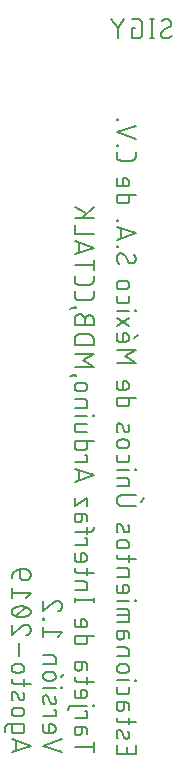
<source format=gbr>
G04 EAGLE Gerber X2 export*
%TF.Part,Single*%
%TF.FileFunction,Legend,Bot,1*%
%TF.FilePolarity,Positive*%
%TF.GenerationSoftware,Autodesk,EAGLE,8.6.3*%
%TF.CreationDate,2019-08-20T17:14:43Z*%
G75*
%MOMM*%
%FSLAX34Y34*%
%LPD*%
%AMOC8*
5,1,8,0,0,1.08239X$1,22.5*%
G01*
%ADD10C,0.152400*%


D10*
X601472Y28138D02*
X617728Y28138D01*
X617728Y32653D02*
X617728Y23622D01*
X607794Y41160D02*
X607794Y45224D01*
X607794Y41160D02*
X607792Y41048D01*
X607786Y40937D01*
X607776Y40826D01*
X607763Y40715D01*
X607745Y40605D01*
X607723Y40496D01*
X607698Y40387D01*
X607669Y40279D01*
X607636Y40173D01*
X607599Y40067D01*
X607559Y39963D01*
X607515Y39861D01*
X607467Y39760D01*
X607416Y39661D01*
X607361Y39563D01*
X607303Y39468D01*
X607242Y39375D01*
X607177Y39284D01*
X607109Y39195D01*
X607038Y39109D01*
X606965Y39026D01*
X606888Y38945D01*
X606808Y38866D01*
X606726Y38791D01*
X606641Y38719D01*
X606554Y38649D01*
X606464Y38583D01*
X606372Y38520D01*
X606277Y38460D01*
X606181Y38404D01*
X606083Y38351D01*
X605983Y38302D01*
X605881Y38256D01*
X605778Y38214D01*
X605673Y38175D01*
X605567Y38140D01*
X605460Y38109D01*
X605352Y38082D01*
X605243Y38058D01*
X605133Y38039D01*
X605023Y38023D01*
X604912Y38011D01*
X604800Y38003D01*
X604689Y37999D01*
X604577Y37999D01*
X604466Y38003D01*
X604354Y38011D01*
X604243Y38023D01*
X604133Y38039D01*
X604023Y38058D01*
X603914Y38082D01*
X603806Y38109D01*
X603699Y38140D01*
X603593Y38175D01*
X603488Y38214D01*
X603385Y38256D01*
X603283Y38302D01*
X603183Y38351D01*
X603085Y38404D01*
X602989Y38460D01*
X602894Y38520D01*
X602802Y38583D01*
X602712Y38649D01*
X602625Y38719D01*
X602540Y38791D01*
X602458Y38866D01*
X602378Y38945D01*
X602301Y39026D01*
X602228Y39109D01*
X602157Y39195D01*
X602089Y39284D01*
X602024Y39375D01*
X601963Y39468D01*
X601905Y39563D01*
X601850Y39661D01*
X601799Y39760D01*
X601751Y39861D01*
X601707Y39963D01*
X601667Y40067D01*
X601630Y40173D01*
X601597Y40279D01*
X601568Y40387D01*
X601543Y40496D01*
X601521Y40605D01*
X601503Y40715D01*
X601490Y40826D01*
X601480Y40937D01*
X601474Y41048D01*
X601472Y41160D01*
X601472Y45224D01*
X609600Y45224D01*
X609600Y45223D02*
X609701Y45221D01*
X609802Y45215D01*
X609903Y45206D01*
X610004Y45193D01*
X610104Y45176D01*
X610203Y45155D01*
X610301Y45131D01*
X610398Y45103D01*
X610495Y45071D01*
X610590Y45036D01*
X610683Y44997D01*
X610775Y44955D01*
X610866Y44909D01*
X610955Y44860D01*
X611041Y44808D01*
X611126Y44752D01*
X611209Y44694D01*
X611289Y44632D01*
X611367Y44567D01*
X611443Y44500D01*
X611516Y44430D01*
X611586Y44357D01*
X611653Y44281D01*
X611718Y44203D01*
X611780Y44123D01*
X611838Y44040D01*
X611894Y43955D01*
X611946Y43869D01*
X611995Y43780D01*
X612041Y43689D01*
X612083Y43597D01*
X612122Y43504D01*
X612157Y43409D01*
X612189Y43312D01*
X612217Y43215D01*
X612241Y43117D01*
X612262Y43018D01*
X612279Y42918D01*
X612292Y42817D01*
X612301Y42716D01*
X612307Y42615D01*
X612309Y42514D01*
X612309Y38902D01*
X612309Y52746D02*
X601472Y52746D01*
X612309Y52746D02*
X612309Y58165D01*
X610503Y58165D01*
X612309Y62804D02*
X598763Y62804D01*
X598659Y62802D01*
X598556Y62796D01*
X598452Y62786D01*
X598349Y62772D01*
X598247Y62754D01*
X598146Y62733D01*
X598045Y62707D01*
X597946Y62678D01*
X597847Y62645D01*
X597750Y62608D01*
X597655Y62567D01*
X597561Y62523D01*
X597469Y62475D01*
X597379Y62424D01*
X597290Y62369D01*
X597204Y62311D01*
X597121Y62249D01*
X597039Y62185D01*
X596961Y62117D01*
X596885Y62047D01*
X596811Y61974D01*
X596741Y61897D01*
X596673Y61819D01*
X596609Y61737D01*
X596547Y61654D01*
X596489Y61568D01*
X596434Y61479D01*
X596383Y61389D01*
X596335Y61297D01*
X596291Y61203D01*
X596250Y61108D01*
X596213Y61011D01*
X596180Y60912D01*
X596151Y60813D01*
X596125Y60712D01*
X596104Y60611D01*
X596086Y60509D01*
X596072Y60406D01*
X596062Y60302D01*
X596056Y60199D01*
X596054Y60095D01*
X596053Y60095D02*
X596053Y59192D01*
X616825Y62353D02*
X617728Y62353D01*
X617728Y63256D01*
X616825Y63256D01*
X616825Y62353D01*
X601472Y72044D02*
X601472Y76560D01*
X601472Y72044D02*
X601474Y71943D01*
X601480Y71842D01*
X601489Y71741D01*
X601502Y71640D01*
X601519Y71540D01*
X601540Y71441D01*
X601564Y71343D01*
X601592Y71246D01*
X601624Y71149D01*
X601659Y71054D01*
X601698Y70961D01*
X601740Y70869D01*
X601786Y70778D01*
X601835Y70690D01*
X601887Y70603D01*
X601943Y70518D01*
X602001Y70435D01*
X602063Y70355D01*
X602128Y70277D01*
X602195Y70201D01*
X602265Y70128D01*
X602338Y70058D01*
X602414Y69991D01*
X602492Y69926D01*
X602572Y69864D01*
X602655Y69806D01*
X602740Y69750D01*
X602827Y69698D01*
X602915Y69649D01*
X603006Y69603D01*
X603098Y69561D01*
X603191Y69522D01*
X603286Y69487D01*
X603383Y69455D01*
X603480Y69427D01*
X603578Y69403D01*
X603677Y69382D01*
X603777Y69365D01*
X603878Y69352D01*
X603979Y69343D01*
X604080Y69337D01*
X604181Y69335D01*
X608697Y69335D01*
X608816Y69337D01*
X608936Y69343D01*
X609055Y69353D01*
X609173Y69367D01*
X609292Y69384D01*
X609409Y69406D01*
X609526Y69431D01*
X609641Y69461D01*
X609756Y69494D01*
X609870Y69531D01*
X609982Y69571D01*
X610093Y69616D01*
X610202Y69664D01*
X610310Y69715D01*
X610416Y69770D01*
X610520Y69829D01*
X610622Y69891D01*
X610722Y69956D01*
X610820Y70025D01*
X610916Y70097D01*
X611009Y70172D01*
X611099Y70249D01*
X611187Y70330D01*
X611272Y70414D01*
X611354Y70501D01*
X611434Y70590D01*
X611510Y70682D01*
X611584Y70776D01*
X611654Y70873D01*
X611721Y70971D01*
X611785Y71072D01*
X611845Y71176D01*
X611902Y71281D01*
X611955Y71388D01*
X612005Y71496D01*
X612051Y71606D01*
X612093Y71718D01*
X612132Y71831D01*
X612167Y71945D01*
X612198Y72060D01*
X612226Y72177D01*
X612249Y72294D01*
X612269Y72411D01*
X612285Y72530D01*
X612297Y72649D01*
X612305Y72768D01*
X612309Y72887D01*
X612309Y73007D01*
X612305Y73126D01*
X612297Y73245D01*
X612285Y73364D01*
X612269Y73483D01*
X612249Y73600D01*
X612226Y73717D01*
X612198Y73834D01*
X612167Y73949D01*
X612132Y74063D01*
X612093Y74176D01*
X612051Y74288D01*
X612005Y74398D01*
X611955Y74506D01*
X611902Y74613D01*
X611845Y74718D01*
X611785Y74822D01*
X611721Y74923D01*
X611654Y75021D01*
X611584Y75118D01*
X611510Y75212D01*
X611434Y75304D01*
X611354Y75393D01*
X611272Y75480D01*
X611187Y75564D01*
X611099Y75645D01*
X611009Y75722D01*
X610916Y75797D01*
X610820Y75869D01*
X610722Y75938D01*
X610622Y76003D01*
X610520Y76065D01*
X610416Y76124D01*
X610310Y76179D01*
X610202Y76230D01*
X610093Y76278D01*
X609982Y76323D01*
X609870Y76363D01*
X609756Y76400D01*
X609641Y76433D01*
X609526Y76463D01*
X609409Y76488D01*
X609292Y76510D01*
X609173Y76527D01*
X609055Y76541D01*
X608936Y76551D01*
X608816Y76557D01*
X608697Y76559D01*
X608697Y76560D02*
X606891Y76560D01*
X606891Y69335D01*
X612309Y81584D02*
X612309Y87003D01*
X617728Y83391D02*
X604181Y83391D01*
X604080Y83393D01*
X603979Y83399D01*
X603878Y83408D01*
X603777Y83421D01*
X603677Y83438D01*
X603578Y83459D01*
X603480Y83483D01*
X603383Y83511D01*
X603286Y83543D01*
X603191Y83578D01*
X603098Y83617D01*
X603006Y83659D01*
X602915Y83705D01*
X602827Y83754D01*
X602740Y83806D01*
X602655Y83862D01*
X602572Y83920D01*
X602492Y83982D01*
X602414Y84047D01*
X602338Y84114D01*
X602265Y84184D01*
X602195Y84257D01*
X602128Y84333D01*
X602063Y84411D01*
X602001Y84491D01*
X601943Y84574D01*
X601887Y84659D01*
X601835Y84746D01*
X601786Y84834D01*
X601740Y84925D01*
X601698Y85017D01*
X601659Y85110D01*
X601624Y85205D01*
X601592Y85302D01*
X601564Y85399D01*
X601540Y85497D01*
X601519Y85596D01*
X601502Y85696D01*
X601489Y85797D01*
X601480Y85898D01*
X601474Y85999D01*
X601472Y86100D01*
X601472Y87003D01*
X607794Y95869D02*
X607794Y99933D01*
X607794Y95869D02*
X607792Y95757D01*
X607786Y95646D01*
X607776Y95535D01*
X607763Y95424D01*
X607745Y95314D01*
X607723Y95205D01*
X607698Y95096D01*
X607669Y94988D01*
X607636Y94882D01*
X607599Y94776D01*
X607559Y94672D01*
X607515Y94570D01*
X607467Y94469D01*
X607416Y94370D01*
X607361Y94272D01*
X607303Y94177D01*
X607242Y94084D01*
X607177Y93993D01*
X607109Y93904D01*
X607038Y93818D01*
X606965Y93735D01*
X606888Y93654D01*
X606808Y93575D01*
X606726Y93500D01*
X606641Y93428D01*
X606554Y93358D01*
X606464Y93292D01*
X606372Y93229D01*
X606277Y93169D01*
X606181Y93113D01*
X606083Y93060D01*
X605983Y93011D01*
X605881Y92965D01*
X605778Y92923D01*
X605673Y92884D01*
X605567Y92849D01*
X605460Y92818D01*
X605352Y92791D01*
X605243Y92767D01*
X605133Y92748D01*
X605023Y92732D01*
X604912Y92720D01*
X604800Y92712D01*
X604689Y92708D01*
X604577Y92708D01*
X604466Y92712D01*
X604354Y92720D01*
X604243Y92732D01*
X604133Y92748D01*
X604023Y92767D01*
X603914Y92791D01*
X603806Y92818D01*
X603699Y92849D01*
X603593Y92884D01*
X603488Y92923D01*
X603385Y92965D01*
X603283Y93011D01*
X603183Y93060D01*
X603085Y93113D01*
X602989Y93169D01*
X602894Y93229D01*
X602802Y93292D01*
X602712Y93358D01*
X602625Y93428D01*
X602540Y93500D01*
X602458Y93575D01*
X602378Y93654D01*
X602301Y93735D01*
X602228Y93818D01*
X602157Y93904D01*
X602089Y93993D01*
X602024Y94084D01*
X601963Y94177D01*
X601905Y94272D01*
X601850Y94370D01*
X601799Y94469D01*
X601751Y94570D01*
X601707Y94672D01*
X601667Y94776D01*
X601630Y94882D01*
X601597Y94988D01*
X601568Y95096D01*
X601543Y95205D01*
X601521Y95314D01*
X601503Y95424D01*
X601490Y95535D01*
X601480Y95646D01*
X601474Y95757D01*
X601472Y95869D01*
X601472Y99933D01*
X609600Y99933D01*
X609701Y99931D01*
X609802Y99925D01*
X609903Y99916D01*
X610004Y99903D01*
X610104Y99886D01*
X610203Y99865D01*
X610301Y99841D01*
X610398Y99813D01*
X610495Y99781D01*
X610590Y99746D01*
X610683Y99707D01*
X610775Y99665D01*
X610866Y99619D01*
X610955Y99570D01*
X611041Y99518D01*
X611126Y99462D01*
X611209Y99404D01*
X611289Y99342D01*
X611367Y99277D01*
X611443Y99210D01*
X611516Y99140D01*
X611586Y99067D01*
X611653Y98991D01*
X611718Y98913D01*
X611780Y98833D01*
X611838Y98750D01*
X611894Y98665D01*
X611946Y98579D01*
X611995Y98490D01*
X612041Y98399D01*
X612083Y98307D01*
X612122Y98214D01*
X612157Y98119D01*
X612189Y98022D01*
X612217Y97925D01*
X612241Y97827D01*
X612262Y97728D01*
X612279Y97628D01*
X612292Y97527D01*
X612301Y97426D01*
X612307Y97325D01*
X612309Y97224D01*
X612309Y93611D01*
X617728Y122338D02*
X601472Y122338D01*
X601472Y117822D01*
X601474Y117721D01*
X601480Y117620D01*
X601489Y117519D01*
X601502Y117418D01*
X601519Y117318D01*
X601540Y117219D01*
X601564Y117121D01*
X601592Y117024D01*
X601624Y116927D01*
X601659Y116832D01*
X601698Y116739D01*
X601740Y116647D01*
X601786Y116556D01*
X601835Y116468D01*
X601887Y116381D01*
X601943Y116296D01*
X602001Y116213D01*
X602063Y116133D01*
X602128Y116055D01*
X602195Y115979D01*
X602265Y115906D01*
X602338Y115836D01*
X602414Y115769D01*
X602492Y115704D01*
X602572Y115642D01*
X602655Y115584D01*
X602740Y115528D01*
X602827Y115476D01*
X602915Y115427D01*
X603006Y115381D01*
X603098Y115339D01*
X603191Y115300D01*
X603286Y115265D01*
X603383Y115233D01*
X603480Y115205D01*
X603578Y115181D01*
X603677Y115160D01*
X603777Y115143D01*
X603878Y115130D01*
X603979Y115121D01*
X604080Y115115D01*
X604181Y115113D01*
X609600Y115113D01*
X609701Y115115D01*
X609802Y115121D01*
X609903Y115130D01*
X610004Y115143D01*
X610104Y115160D01*
X610203Y115181D01*
X610301Y115205D01*
X610398Y115233D01*
X610495Y115265D01*
X610590Y115300D01*
X610683Y115339D01*
X610775Y115381D01*
X610866Y115427D01*
X610955Y115476D01*
X611041Y115528D01*
X611126Y115584D01*
X611209Y115642D01*
X611289Y115704D01*
X611367Y115769D01*
X611443Y115836D01*
X611516Y115906D01*
X611586Y115979D01*
X611653Y116055D01*
X611718Y116133D01*
X611780Y116213D01*
X611838Y116296D01*
X611894Y116381D01*
X611946Y116467D01*
X611995Y116556D01*
X612041Y116647D01*
X612083Y116739D01*
X612122Y116832D01*
X612157Y116927D01*
X612189Y117024D01*
X612217Y117121D01*
X612241Y117219D01*
X612262Y117318D01*
X612279Y117418D01*
X612292Y117519D01*
X612301Y117620D01*
X612307Y117721D01*
X612309Y117822D01*
X612309Y122338D01*
X601472Y131964D02*
X601472Y136479D01*
X601472Y131964D02*
X601474Y131863D01*
X601480Y131762D01*
X601489Y131661D01*
X601502Y131560D01*
X601519Y131460D01*
X601540Y131361D01*
X601564Y131263D01*
X601592Y131166D01*
X601624Y131069D01*
X601659Y130974D01*
X601698Y130881D01*
X601740Y130789D01*
X601786Y130698D01*
X601835Y130610D01*
X601887Y130523D01*
X601943Y130438D01*
X602001Y130355D01*
X602063Y130275D01*
X602128Y130197D01*
X602195Y130121D01*
X602265Y130048D01*
X602338Y129978D01*
X602414Y129911D01*
X602492Y129846D01*
X602572Y129784D01*
X602655Y129726D01*
X602740Y129670D01*
X602827Y129618D01*
X602915Y129569D01*
X603006Y129523D01*
X603098Y129481D01*
X603191Y129442D01*
X603286Y129407D01*
X603383Y129375D01*
X603480Y129347D01*
X603578Y129323D01*
X603677Y129302D01*
X603777Y129285D01*
X603878Y129272D01*
X603979Y129263D01*
X604080Y129257D01*
X604181Y129255D01*
X604181Y129254D02*
X608697Y129254D01*
X608697Y129255D02*
X608816Y129257D01*
X608936Y129263D01*
X609055Y129273D01*
X609173Y129287D01*
X609292Y129304D01*
X609409Y129326D01*
X609526Y129351D01*
X609641Y129381D01*
X609756Y129414D01*
X609870Y129451D01*
X609982Y129491D01*
X610093Y129536D01*
X610202Y129584D01*
X610310Y129635D01*
X610416Y129690D01*
X610520Y129749D01*
X610622Y129811D01*
X610722Y129876D01*
X610820Y129945D01*
X610916Y130017D01*
X611009Y130092D01*
X611099Y130169D01*
X611187Y130250D01*
X611272Y130334D01*
X611354Y130421D01*
X611434Y130510D01*
X611510Y130602D01*
X611584Y130696D01*
X611654Y130793D01*
X611721Y130891D01*
X611785Y130992D01*
X611845Y131096D01*
X611902Y131201D01*
X611955Y131308D01*
X612005Y131416D01*
X612051Y131526D01*
X612093Y131638D01*
X612132Y131751D01*
X612167Y131865D01*
X612198Y131980D01*
X612226Y132097D01*
X612249Y132214D01*
X612269Y132331D01*
X612285Y132450D01*
X612297Y132569D01*
X612305Y132688D01*
X612309Y132807D01*
X612309Y132927D01*
X612305Y133046D01*
X612297Y133165D01*
X612285Y133284D01*
X612269Y133403D01*
X612249Y133520D01*
X612226Y133637D01*
X612198Y133754D01*
X612167Y133869D01*
X612132Y133983D01*
X612093Y134096D01*
X612051Y134208D01*
X612005Y134318D01*
X611955Y134426D01*
X611902Y134533D01*
X611845Y134638D01*
X611785Y134742D01*
X611721Y134843D01*
X611654Y134941D01*
X611584Y135038D01*
X611510Y135132D01*
X611434Y135224D01*
X611354Y135313D01*
X611272Y135400D01*
X611187Y135484D01*
X611099Y135565D01*
X611009Y135642D01*
X610916Y135717D01*
X610820Y135789D01*
X610722Y135858D01*
X610622Y135923D01*
X610520Y135985D01*
X610416Y136044D01*
X610310Y136099D01*
X610202Y136150D01*
X610093Y136198D01*
X609982Y136243D01*
X609870Y136283D01*
X609756Y136320D01*
X609641Y136353D01*
X609526Y136383D01*
X609409Y136408D01*
X609292Y136430D01*
X609173Y136447D01*
X609055Y136461D01*
X608936Y136471D01*
X608816Y136477D01*
X608697Y136479D01*
X606891Y136479D01*
X606891Y129254D01*
X601472Y152666D02*
X617728Y152666D01*
X601472Y150860D02*
X601472Y154472D01*
X617728Y154472D02*
X617728Y150860D01*
X612309Y161038D02*
X601472Y161038D01*
X612309Y161038D02*
X612309Y165553D01*
X612307Y165654D01*
X612301Y165755D01*
X612292Y165856D01*
X612279Y165957D01*
X612262Y166057D01*
X612241Y166156D01*
X612217Y166254D01*
X612189Y166351D01*
X612157Y166448D01*
X612122Y166543D01*
X612083Y166636D01*
X612041Y166728D01*
X611995Y166819D01*
X611946Y166908D01*
X611894Y166994D01*
X611838Y167079D01*
X611780Y167162D01*
X611718Y167242D01*
X611653Y167320D01*
X611586Y167396D01*
X611516Y167469D01*
X611443Y167539D01*
X611367Y167606D01*
X611289Y167671D01*
X611209Y167733D01*
X611126Y167791D01*
X611041Y167847D01*
X610955Y167899D01*
X610866Y167948D01*
X610775Y167994D01*
X610683Y168036D01*
X610590Y168075D01*
X610495Y168110D01*
X610398Y168142D01*
X610301Y168170D01*
X610203Y168194D01*
X610104Y168215D01*
X610004Y168232D01*
X609903Y168245D01*
X609802Y168254D01*
X609701Y168260D01*
X609600Y168262D01*
X609600Y168263D02*
X601472Y168263D01*
X612309Y173808D02*
X612309Y179227D01*
X617728Y175615D02*
X604181Y175615D01*
X604080Y175617D01*
X603979Y175623D01*
X603878Y175632D01*
X603777Y175645D01*
X603677Y175662D01*
X603578Y175683D01*
X603480Y175707D01*
X603383Y175735D01*
X603286Y175767D01*
X603191Y175802D01*
X603098Y175841D01*
X603006Y175883D01*
X602915Y175929D01*
X602827Y175978D01*
X602740Y176030D01*
X602655Y176086D01*
X602572Y176144D01*
X602492Y176206D01*
X602414Y176271D01*
X602338Y176338D01*
X602265Y176408D01*
X602195Y176481D01*
X602128Y176557D01*
X602063Y176635D01*
X602001Y176715D01*
X601943Y176798D01*
X601887Y176883D01*
X601835Y176970D01*
X601786Y177058D01*
X601740Y177149D01*
X601698Y177241D01*
X601659Y177334D01*
X601624Y177429D01*
X601592Y177526D01*
X601564Y177623D01*
X601540Y177721D01*
X601519Y177820D01*
X601502Y177920D01*
X601489Y178021D01*
X601480Y178122D01*
X601474Y178223D01*
X601472Y178324D01*
X601472Y179227D01*
X601472Y187715D02*
X601472Y192230D01*
X601472Y187715D02*
X601474Y187614D01*
X601480Y187513D01*
X601489Y187412D01*
X601502Y187311D01*
X601519Y187211D01*
X601540Y187112D01*
X601564Y187014D01*
X601592Y186917D01*
X601624Y186820D01*
X601659Y186725D01*
X601698Y186632D01*
X601740Y186540D01*
X601786Y186449D01*
X601835Y186361D01*
X601887Y186274D01*
X601943Y186189D01*
X602001Y186106D01*
X602063Y186026D01*
X602128Y185948D01*
X602195Y185872D01*
X602265Y185799D01*
X602338Y185729D01*
X602414Y185662D01*
X602492Y185597D01*
X602572Y185535D01*
X602655Y185477D01*
X602740Y185421D01*
X602827Y185369D01*
X602915Y185320D01*
X603006Y185274D01*
X603098Y185232D01*
X603191Y185193D01*
X603286Y185158D01*
X603383Y185126D01*
X603480Y185098D01*
X603578Y185074D01*
X603677Y185053D01*
X603777Y185036D01*
X603878Y185023D01*
X603979Y185014D01*
X604080Y185008D01*
X604181Y185006D01*
X608697Y185006D01*
X608816Y185008D01*
X608936Y185014D01*
X609055Y185024D01*
X609173Y185038D01*
X609292Y185055D01*
X609409Y185077D01*
X609526Y185102D01*
X609641Y185132D01*
X609756Y185165D01*
X609870Y185202D01*
X609982Y185242D01*
X610093Y185287D01*
X610202Y185335D01*
X610310Y185386D01*
X610416Y185441D01*
X610520Y185500D01*
X610622Y185562D01*
X610722Y185627D01*
X610820Y185696D01*
X610916Y185768D01*
X611009Y185843D01*
X611099Y185920D01*
X611187Y186001D01*
X611272Y186085D01*
X611354Y186172D01*
X611434Y186261D01*
X611510Y186353D01*
X611584Y186447D01*
X611654Y186544D01*
X611721Y186642D01*
X611785Y186743D01*
X611845Y186847D01*
X611902Y186952D01*
X611955Y187059D01*
X612005Y187167D01*
X612051Y187277D01*
X612093Y187389D01*
X612132Y187502D01*
X612167Y187616D01*
X612198Y187731D01*
X612226Y187848D01*
X612249Y187965D01*
X612269Y188082D01*
X612285Y188201D01*
X612297Y188320D01*
X612305Y188439D01*
X612309Y188558D01*
X612309Y188678D01*
X612305Y188797D01*
X612297Y188916D01*
X612285Y189035D01*
X612269Y189154D01*
X612249Y189271D01*
X612226Y189388D01*
X612198Y189505D01*
X612167Y189620D01*
X612132Y189734D01*
X612093Y189847D01*
X612051Y189959D01*
X612005Y190069D01*
X611955Y190177D01*
X611902Y190284D01*
X611845Y190389D01*
X611785Y190493D01*
X611721Y190594D01*
X611654Y190692D01*
X611584Y190789D01*
X611510Y190883D01*
X611434Y190975D01*
X611354Y191064D01*
X611272Y191151D01*
X611187Y191235D01*
X611099Y191316D01*
X611009Y191393D01*
X610916Y191468D01*
X610820Y191540D01*
X610722Y191609D01*
X610622Y191674D01*
X610520Y191736D01*
X610416Y191795D01*
X610310Y191850D01*
X610202Y191901D01*
X610093Y191949D01*
X609982Y191994D01*
X609870Y192034D01*
X609756Y192071D01*
X609641Y192104D01*
X609526Y192134D01*
X609409Y192159D01*
X609292Y192181D01*
X609173Y192198D01*
X609055Y192212D01*
X608936Y192222D01*
X608816Y192228D01*
X608697Y192230D01*
X606891Y192230D01*
X606891Y185006D01*
X612309Y199158D02*
X601472Y199158D01*
X612309Y199158D02*
X612309Y204577D01*
X610503Y204577D01*
X615019Y210382D02*
X601472Y210382D01*
X615019Y210383D02*
X615123Y210385D01*
X615226Y210391D01*
X615330Y210401D01*
X615433Y210415D01*
X615535Y210433D01*
X615636Y210454D01*
X615737Y210480D01*
X615836Y210509D01*
X615935Y210542D01*
X616032Y210579D01*
X616127Y210620D01*
X616221Y210664D01*
X616313Y210712D01*
X616403Y210763D01*
X616492Y210818D01*
X616578Y210876D01*
X616661Y210938D01*
X616743Y211002D01*
X616821Y211070D01*
X616897Y211140D01*
X616971Y211213D01*
X617041Y211290D01*
X617109Y211368D01*
X617173Y211450D01*
X617235Y211533D01*
X617293Y211619D01*
X617348Y211708D01*
X617399Y211798D01*
X617447Y211890D01*
X617491Y211984D01*
X617532Y212079D01*
X617569Y212176D01*
X617602Y212275D01*
X617631Y212374D01*
X617657Y212475D01*
X617678Y212576D01*
X617696Y212678D01*
X617710Y212781D01*
X617720Y212885D01*
X617726Y212988D01*
X617728Y213092D01*
X617728Y213995D01*
X612309Y213995D02*
X612309Y208576D01*
X607794Y221440D02*
X607794Y225504D01*
X607794Y221440D02*
X607792Y221328D01*
X607786Y221217D01*
X607776Y221106D01*
X607763Y220995D01*
X607745Y220885D01*
X607723Y220776D01*
X607698Y220667D01*
X607669Y220559D01*
X607636Y220453D01*
X607599Y220347D01*
X607559Y220243D01*
X607515Y220141D01*
X607467Y220040D01*
X607416Y219941D01*
X607361Y219843D01*
X607303Y219748D01*
X607242Y219655D01*
X607177Y219564D01*
X607109Y219475D01*
X607038Y219389D01*
X606965Y219306D01*
X606888Y219225D01*
X606808Y219146D01*
X606726Y219071D01*
X606641Y218999D01*
X606554Y218929D01*
X606464Y218863D01*
X606372Y218800D01*
X606277Y218740D01*
X606181Y218684D01*
X606083Y218631D01*
X605983Y218582D01*
X605881Y218536D01*
X605778Y218494D01*
X605673Y218455D01*
X605567Y218420D01*
X605460Y218389D01*
X605352Y218362D01*
X605243Y218338D01*
X605133Y218319D01*
X605023Y218303D01*
X604912Y218291D01*
X604800Y218283D01*
X604689Y218279D01*
X604577Y218279D01*
X604466Y218283D01*
X604354Y218291D01*
X604243Y218303D01*
X604133Y218319D01*
X604023Y218338D01*
X603914Y218362D01*
X603806Y218389D01*
X603699Y218420D01*
X603593Y218455D01*
X603488Y218494D01*
X603385Y218536D01*
X603283Y218582D01*
X603183Y218631D01*
X603085Y218684D01*
X602989Y218740D01*
X602894Y218800D01*
X602802Y218863D01*
X602712Y218929D01*
X602625Y218999D01*
X602540Y219071D01*
X602458Y219146D01*
X602378Y219225D01*
X602301Y219306D01*
X602228Y219389D01*
X602157Y219475D01*
X602089Y219564D01*
X602024Y219655D01*
X601963Y219748D01*
X601905Y219843D01*
X601850Y219941D01*
X601799Y220040D01*
X601751Y220141D01*
X601707Y220243D01*
X601667Y220347D01*
X601630Y220453D01*
X601597Y220559D01*
X601568Y220667D01*
X601543Y220776D01*
X601521Y220885D01*
X601503Y220995D01*
X601490Y221106D01*
X601480Y221217D01*
X601474Y221328D01*
X601472Y221440D01*
X601472Y225504D01*
X609600Y225504D01*
X609600Y225503D02*
X609701Y225501D01*
X609802Y225495D01*
X609903Y225486D01*
X610004Y225473D01*
X610104Y225456D01*
X610203Y225435D01*
X610301Y225411D01*
X610398Y225383D01*
X610495Y225351D01*
X610590Y225316D01*
X610683Y225277D01*
X610775Y225235D01*
X610866Y225189D01*
X610955Y225140D01*
X611041Y225088D01*
X611126Y225032D01*
X611209Y224974D01*
X611289Y224912D01*
X611367Y224847D01*
X611443Y224780D01*
X611516Y224710D01*
X611586Y224637D01*
X611653Y224561D01*
X611718Y224483D01*
X611780Y224403D01*
X611838Y224320D01*
X611894Y224235D01*
X611946Y224149D01*
X611995Y224060D01*
X612041Y223969D01*
X612083Y223877D01*
X612122Y223784D01*
X612157Y223689D01*
X612189Y223592D01*
X612217Y223495D01*
X612241Y223397D01*
X612262Y223298D01*
X612279Y223198D01*
X612292Y223097D01*
X612301Y222996D01*
X612307Y222895D01*
X612309Y222794D01*
X612309Y219182D01*
X612309Y231899D02*
X612309Y239124D01*
X601472Y231899D01*
X601472Y239124D01*
X601472Y252498D02*
X617728Y257916D01*
X601472Y263335D01*
X605536Y261980D02*
X605536Y253852D01*
X601472Y269499D02*
X612309Y269499D01*
X612309Y274918D01*
X610503Y274918D01*
X617728Y286986D02*
X601472Y286986D01*
X601472Y282471D01*
X601474Y282370D01*
X601480Y282269D01*
X601489Y282168D01*
X601502Y282067D01*
X601519Y281967D01*
X601540Y281868D01*
X601564Y281770D01*
X601592Y281673D01*
X601624Y281576D01*
X601659Y281481D01*
X601698Y281388D01*
X601740Y281296D01*
X601786Y281205D01*
X601835Y281117D01*
X601887Y281030D01*
X601943Y280945D01*
X602001Y280862D01*
X602063Y280782D01*
X602128Y280704D01*
X602195Y280628D01*
X602265Y280555D01*
X602338Y280485D01*
X602414Y280418D01*
X602492Y280353D01*
X602572Y280291D01*
X602655Y280233D01*
X602740Y280177D01*
X602827Y280125D01*
X602915Y280076D01*
X603006Y280030D01*
X603098Y279988D01*
X603191Y279949D01*
X603286Y279914D01*
X603383Y279882D01*
X603480Y279854D01*
X603578Y279830D01*
X603677Y279809D01*
X603777Y279792D01*
X603878Y279779D01*
X603979Y279770D01*
X604080Y279764D01*
X604181Y279762D01*
X609600Y279762D01*
X609701Y279764D01*
X609802Y279770D01*
X609903Y279779D01*
X610004Y279792D01*
X610104Y279809D01*
X610203Y279830D01*
X610301Y279854D01*
X610398Y279882D01*
X610495Y279914D01*
X610590Y279949D01*
X610683Y279988D01*
X610775Y280030D01*
X610866Y280076D01*
X610955Y280125D01*
X611041Y280177D01*
X611126Y280233D01*
X611209Y280291D01*
X611289Y280353D01*
X611367Y280418D01*
X611443Y280485D01*
X611516Y280555D01*
X611586Y280628D01*
X611653Y280704D01*
X611718Y280782D01*
X611780Y280862D01*
X611838Y280945D01*
X611894Y281030D01*
X611946Y281117D01*
X611995Y281205D01*
X612041Y281296D01*
X612083Y281388D01*
X612122Y281481D01*
X612157Y281576D01*
X612189Y281673D01*
X612217Y281770D01*
X612241Y281868D01*
X612262Y281967D01*
X612279Y282067D01*
X612292Y282168D01*
X612301Y282269D01*
X612307Y282370D01*
X612309Y282471D01*
X612309Y286986D01*
X612309Y294424D02*
X604181Y294424D01*
X604080Y294426D01*
X603979Y294432D01*
X603878Y294441D01*
X603777Y294454D01*
X603677Y294471D01*
X603578Y294492D01*
X603480Y294516D01*
X603383Y294544D01*
X603286Y294576D01*
X603191Y294611D01*
X603098Y294650D01*
X603006Y294692D01*
X602915Y294738D01*
X602827Y294787D01*
X602740Y294839D01*
X602655Y294895D01*
X602572Y294953D01*
X602492Y295015D01*
X602414Y295080D01*
X602338Y295147D01*
X602265Y295217D01*
X602195Y295290D01*
X602128Y295366D01*
X602063Y295444D01*
X602001Y295524D01*
X601943Y295607D01*
X601887Y295692D01*
X601835Y295779D01*
X601786Y295867D01*
X601740Y295958D01*
X601698Y296050D01*
X601659Y296143D01*
X601624Y296238D01*
X601592Y296335D01*
X601564Y296432D01*
X601540Y296530D01*
X601519Y296629D01*
X601502Y296729D01*
X601489Y296830D01*
X601480Y296931D01*
X601474Y297032D01*
X601472Y297133D01*
X601472Y301649D01*
X612309Y301649D01*
X612309Y308457D02*
X601472Y308457D01*
X616825Y308006D02*
X617728Y308006D01*
X617728Y308909D01*
X616825Y308909D01*
X616825Y308006D01*
X612309Y315266D02*
X601472Y315266D01*
X612309Y315266D02*
X612309Y319781D01*
X612307Y319882D01*
X612301Y319983D01*
X612292Y320084D01*
X612279Y320185D01*
X612262Y320285D01*
X612241Y320384D01*
X612217Y320482D01*
X612189Y320579D01*
X612157Y320676D01*
X612122Y320771D01*
X612083Y320864D01*
X612041Y320956D01*
X611995Y321047D01*
X611946Y321136D01*
X611894Y321222D01*
X611838Y321307D01*
X611780Y321390D01*
X611718Y321470D01*
X611653Y321548D01*
X611586Y321624D01*
X611516Y321697D01*
X611443Y321767D01*
X611367Y321834D01*
X611289Y321899D01*
X611209Y321961D01*
X611126Y322019D01*
X611041Y322075D01*
X610955Y322127D01*
X610866Y322176D01*
X610775Y322222D01*
X610683Y322264D01*
X610590Y322303D01*
X610495Y322338D01*
X610398Y322370D01*
X610301Y322398D01*
X610203Y322422D01*
X610104Y322443D01*
X610004Y322460D01*
X609903Y322473D01*
X609802Y322482D01*
X609701Y322488D01*
X609600Y322490D01*
X601472Y322490D01*
X605084Y329334D02*
X608697Y329334D01*
X608816Y329336D01*
X608936Y329342D01*
X609055Y329352D01*
X609173Y329366D01*
X609292Y329383D01*
X609409Y329405D01*
X609526Y329430D01*
X609641Y329460D01*
X609756Y329493D01*
X609870Y329530D01*
X609982Y329570D01*
X610093Y329615D01*
X610202Y329663D01*
X610310Y329714D01*
X610416Y329769D01*
X610520Y329828D01*
X610622Y329890D01*
X610722Y329955D01*
X610820Y330024D01*
X610916Y330096D01*
X611009Y330171D01*
X611099Y330248D01*
X611187Y330329D01*
X611272Y330413D01*
X611354Y330500D01*
X611434Y330589D01*
X611510Y330681D01*
X611584Y330775D01*
X611654Y330872D01*
X611721Y330970D01*
X611785Y331071D01*
X611845Y331175D01*
X611902Y331280D01*
X611955Y331387D01*
X612005Y331495D01*
X612051Y331605D01*
X612093Y331717D01*
X612132Y331830D01*
X612167Y331944D01*
X612198Y332059D01*
X612226Y332176D01*
X612249Y332293D01*
X612269Y332410D01*
X612285Y332529D01*
X612297Y332648D01*
X612305Y332767D01*
X612309Y332886D01*
X612309Y333006D01*
X612305Y333125D01*
X612297Y333244D01*
X612285Y333363D01*
X612269Y333482D01*
X612249Y333599D01*
X612226Y333716D01*
X612198Y333833D01*
X612167Y333948D01*
X612132Y334062D01*
X612093Y334175D01*
X612051Y334287D01*
X612005Y334397D01*
X611955Y334505D01*
X611902Y334612D01*
X611845Y334717D01*
X611785Y334821D01*
X611721Y334922D01*
X611654Y335020D01*
X611584Y335117D01*
X611510Y335211D01*
X611434Y335303D01*
X611354Y335392D01*
X611272Y335479D01*
X611187Y335563D01*
X611099Y335644D01*
X611009Y335721D01*
X610916Y335796D01*
X610820Y335868D01*
X610722Y335937D01*
X610622Y336002D01*
X610520Y336064D01*
X610416Y336123D01*
X610310Y336178D01*
X610202Y336229D01*
X610093Y336277D01*
X609982Y336322D01*
X609870Y336362D01*
X609756Y336399D01*
X609641Y336432D01*
X609526Y336462D01*
X609409Y336487D01*
X609292Y336509D01*
X609173Y336526D01*
X609055Y336540D01*
X608936Y336550D01*
X608816Y336556D01*
X608697Y336558D01*
X608697Y336559D02*
X605084Y336559D01*
X605084Y336558D02*
X604965Y336556D01*
X604845Y336550D01*
X604726Y336540D01*
X604608Y336526D01*
X604489Y336509D01*
X604372Y336487D01*
X604255Y336462D01*
X604140Y336432D01*
X604025Y336399D01*
X603911Y336362D01*
X603799Y336322D01*
X603688Y336277D01*
X603579Y336229D01*
X603471Y336178D01*
X603365Y336123D01*
X603261Y336064D01*
X603159Y336002D01*
X603059Y335937D01*
X602961Y335868D01*
X602865Y335796D01*
X602772Y335721D01*
X602682Y335644D01*
X602594Y335563D01*
X602509Y335479D01*
X602427Y335392D01*
X602347Y335303D01*
X602271Y335211D01*
X602197Y335117D01*
X602127Y335020D01*
X602060Y334922D01*
X601996Y334821D01*
X601936Y334717D01*
X601879Y334612D01*
X601826Y334505D01*
X601776Y334397D01*
X601730Y334287D01*
X601688Y334175D01*
X601649Y334062D01*
X601614Y333948D01*
X601583Y333833D01*
X601555Y333716D01*
X601532Y333599D01*
X601512Y333482D01*
X601496Y333363D01*
X601484Y333244D01*
X601476Y333125D01*
X601472Y333006D01*
X601472Y332886D01*
X601476Y332767D01*
X601484Y332648D01*
X601496Y332529D01*
X601512Y332410D01*
X601532Y332293D01*
X601555Y332176D01*
X601583Y332059D01*
X601614Y331944D01*
X601649Y331830D01*
X601688Y331717D01*
X601730Y331605D01*
X601776Y331495D01*
X601826Y331387D01*
X601879Y331280D01*
X601936Y331175D01*
X601996Y331071D01*
X602060Y330970D01*
X602127Y330872D01*
X602197Y330775D01*
X602271Y330681D01*
X602347Y330589D01*
X602427Y330500D01*
X602509Y330413D01*
X602594Y330329D01*
X602682Y330248D01*
X602772Y330171D01*
X602865Y330096D01*
X602961Y330024D01*
X603059Y329955D01*
X603159Y329890D01*
X603261Y329828D01*
X603365Y329769D01*
X603471Y329714D01*
X603579Y329663D01*
X603688Y329615D01*
X603799Y329570D01*
X603911Y329530D01*
X604025Y329493D01*
X604140Y329460D01*
X604255Y329430D01*
X604372Y329405D01*
X604489Y329383D01*
X604608Y329366D01*
X604726Y329352D01*
X604845Y329342D01*
X604965Y329336D01*
X605084Y329334D01*
X601472Y342341D02*
X601472Y343244D01*
X601472Y342341D02*
X602375Y342341D01*
X602375Y343244D01*
X601472Y343244D01*
X597860Y341889D01*
X601472Y349932D02*
X617728Y349932D01*
X608697Y355351D01*
X617728Y360770D01*
X601472Y360770D01*
X601472Y368551D02*
X617728Y368551D01*
X617728Y373066D01*
X617726Y373197D01*
X617720Y373329D01*
X617711Y373460D01*
X617697Y373590D01*
X617680Y373721D01*
X617659Y373850D01*
X617635Y373979D01*
X617606Y374107D01*
X617574Y374235D01*
X617538Y374361D01*
X617499Y374486D01*
X617456Y374611D01*
X617409Y374733D01*
X617359Y374855D01*
X617305Y374975D01*
X617248Y375093D01*
X617187Y375209D01*
X617123Y375324D01*
X617056Y375437D01*
X616985Y375548D01*
X616911Y375656D01*
X616834Y375763D01*
X616754Y375867D01*
X616671Y375969D01*
X616586Y376068D01*
X616497Y376165D01*
X616405Y376259D01*
X616311Y376351D01*
X616214Y376440D01*
X616115Y376525D01*
X616013Y376608D01*
X615909Y376688D01*
X615802Y376765D01*
X615694Y376839D01*
X615583Y376910D01*
X615470Y376977D01*
X615355Y377041D01*
X615239Y377102D01*
X615121Y377159D01*
X615001Y377213D01*
X614879Y377263D01*
X614757Y377310D01*
X614632Y377353D01*
X614507Y377392D01*
X614381Y377428D01*
X614253Y377460D01*
X614125Y377489D01*
X613996Y377513D01*
X613867Y377534D01*
X613736Y377551D01*
X613606Y377565D01*
X613475Y377574D01*
X613343Y377580D01*
X613212Y377582D01*
X605988Y377582D01*
X605857Y377580D01*
X605725Y377574D01*
X605594Y377565D01*
X605464Y377551D01*
X605333Y377534D01*
X605204Y377513D01*
X605075Y377489D01*
X604947Y377460D01*
X604819Y377428D01*
X604693Y377392D01*
X604568Y377353D01*
X604443Y377310D01*
X604321Y377263D01*
X604199Y377213D01*
X604079Y377159D01*
X603961Y377102D01*
X603845Y377041D01*
X603730Y376977D01*
X603617Y376910D01*
X603506Y376839D01*
X603398Y376765D01*
X603291Y376688D01*
X603187Y376608D01*
X603085Y376525D01*
X602986Y376440D01*
X602889Y376351D01*
X602795Y376259D01*
X602703Y376165D01*
X602614Y376068D01*
X602529Y375969D01*
X602446Y375867D01*
X602366Y375763D01*
X602289Y375656D01*
X602215Y375548D01*
X602144Y375437D01*
X602077Y375324D01*
X602013Y375209D01*
X601952Y375093D01*
X601895Y374975D01*
X601841Y374855D01*
X601791Y374733D01*
X601744Y374611D01*
X601701Y374486D01*
X601662Y374361D01*
X601626Y374235D01*
X601594Y374107D01*
X601565Y373979D01*
X601541Y373850D01*
X601520Y373721D01*
X601503Y373590D01*
X601489Y373460D01*
X601480Y373329D01*
X601474Y373197D01*
X601472Y373066D01*
X601472Y368551D01*
X610503Y385435D02*
X610503Y389951D01*
X610504Y389951D02*
X610502Y390084D01*
X610496Y390216D01*
X610486Y390348D01*
X610473Y390480D01*
X610455Y390612D01*
X610434Y390742D01*
X610409Y390873D01*
X610380Y391002D01*
X610347Y391130D01*
X610311Y391258D01*
X610271Y391384D01*
X610227Y391509D01*
X610179Y391633D01*
X610128Y391755D01*
X610073Y391876D01*
X610015Y391995D01*
X609953Y392113D01*
X609888Y392228D01*
X609819Y392342D01*
X609748Y392453D01*
X609672Y392562D01*
X609594Y392669D01*
X609513Y392774D01*
X609428Y392876D01*
X609341Y392976D01*
X609251Y393073D01*
X609158Y393168D01*
X609062Y393259D01*
X608964Y393348D01*
X608863Y393434D01*
X608759Y393517D01*
X608653Y393597D01*
X608545Y393673D01*
X608435Y393747D01*
X608322Y393817D01*
X608208Y393884D01*
X608091Y393947D01*
X607973Y394007D01*
X607853Y394064D01*
X607731Y394117D01*
X607608Y394166D01*
X607484Y394212D01*
X607358Y394254D01*
X607231Y394292D01*
X607103Y394327D01*
X606974Y394358D01*
X606845Y394385D01*
X606714Y394408D01*
X606583Y394428D01*
X606451Y394443D01*
X606319Y394455D01*
X606187Y394463D01*
X606054Y394467D01*
X605922Y394467D01*
X605789Y394463D01*
X605657Y394455D01*
X605525Y394443D01*
X605393Y394428D01*
X605262Y394408D01*
X605131Y394385D01*
X605002Y394358D01*
X604873Y394327D01*
X604745Y394292D01*
X604618Y394254D01*
X604492Y394212D01*
X604368Y394166D01*
X604245Y394117D01*
X604123Y394064D01*
X604003Y394007D01*
X603885Y393947D01*
X603768Y393884D01*
X603654Y393817D01*
X603541Y393747D01*
X603431Y393673D01*
X603323Y393597D01*
X603217Y393517D01*
X603113Y393434D01*
X603012Y393348D01*
X602914Y393259D01*
X602818Y393168D01*
X602725Y393073D01*
X602635Y392976D01*
X602548Y392876D01*
X602463Y392774D01*
X602382Y392669D01*
X602304Y392562D01*
X602228Y392453D01*
X602157Y392342D01*
X602088Y392228D01*
X602023Y392113D01*
X601961Y391995D01*
X601903Y391876D01*
X601848Y391755D01*
X601797Y391633D01*
X601749Y391509D01*
X601705Y391384D01*
X601665Y391258D01*
X601629Y391130D01*
X601596Y391002D01*
X601567Y390873D01*
X601542Y390742D01*
X601521Y390612D01*
X601503Y390480D01*
X601490Y390348D01*
X601480Y390216D01*
X601474Y390084D01*
X601472Y389951D01*
X601472Y385435D01*
X617728Y385435D01*
X617728Y389951D01*
X617726Y390070D01*
X617720Y390190D01*
X617710Y390309D01*
X617696Y390427D01*
X617679Y390546D01*
X617657Y390663D01*
X617632Y390780D01*
X617602Y390895D01*
X617569Y391010D01*
X617532Y391124D01*
X617492Y391236D01*
X617447Y391347D01*
X617399Y391456D01*
X617348Y391564D01*
X617293Y391670D01*
X617234Y391774D01*
X617172Y391876D01*
X617107Y391976D01*
X617038Y392074D01*
X616966Y392170D01*
X616891Y392263D01*
X616814Y392353D01*
X616733Y392441D01*
X616649Y392526D01*
X616562Y392608D01*
X616473Y392688D01*
X616381Y392764D01*
X616287Y392838D01*
X616190Y392908D01*
X616092Y392975D01*
X615991Y393039D01*
X615887Y393099D01*
X615782Y393156D01*
X615675Y393209D01*
X615567Y393259D01*
X615457Y393305D01*
X615345Y393347D01*
X615232Y393386D01*
X615118Y393421D01*
X615003Y393452D01*
X614886Y393480D01*
X614769Y393503D01*
X614652Y393523D01*
X614533Y393539D01*
X614414Y393551D01*
X614295Y393559D01*
X614176Y393563D01*
X614056Y393563D01*
X613937Y393559D01*
X613818Y393551D01*
X613699Y393539D01*
X613580Y393523D01*
X613463Y393503D01*
X613346Y393480D01*
X613229Y393452D01*
X613114Y393421D01*
X613000Y393386D01*
X612887Y393347D01*
X612775Y393305D01*
X612665Y393259D01*
X612557Y393209D01*
X612450Y393156D01*
X612345Y393099D01*
X612241Y393039D01*
X612140Y392975D01*
X612042Y392908D01*
X611945Y392838D01*
X611851Y392764D01*
X611759Y392688D01*
X611670Y392608D01*
X611583Y392526D01*
X611499Y392441D01*
X611418Y392353D01*
X611341Y392263D01*
X611266Y392170D01*
X611194Y392074D01*
X611125Y391976D01*
X611060Y391876D01*
X610998Y391774D01*
X610939Y391670D01*
X610884Y391564D01*
X610833Y391456D01*
X610785Y391347D01*
X610740Y391236D01*
X610700Y391124D01*
X610663Y391010D01*
X610630Y390895D01*
X610600Y390780D01*
X610575Y390663D01*
X610553Y390546D01*
X610536Y390427D01*
X610522Y390309D01*
X610512Y390190D01*
X610506Y390070D01*
X610504Y389951D01*
X601472Y399656D02*
X601472Y400559D01*
X601472Y399656D02*
X602375Y399656D01*
X602375Y400559D01*
X601472Y400559D01*
X597860Y399204D01*
X601472Y410160D02*
X601472Y413772D01*
X601472Y410160D02*
X601474Y410042D01*
X601480Y409924D01*
X601489Y409806D01*
X601503Y409689D01*
X601520Y409572D01*
X601541Y409455D01*
X601566Y409340D01*
X601595Y409225D01*
X601628Y409111D01*
X601664Y408999D01*
X601704Y408888D01*
X601747Y408778D01*
X601794Y408669D01*
X601844Y408562D01*
X601899Y408457D01*
X601956Y408354D01*
X602017Y408253D01*
X602081Y408153D01*
X602148Y408056D01*
X602218Y407961D01*
X602292Y407869D01*
X602368Y407778D01*
X602448Y407691D01*
X602530Y407606D01*
X602615Y407524D01*
X602702Y407444D01*
X602793Y407368D01*
X602885Y407294D01*
X602980Y407224D01*
X603077Y407157D01*
X603177Y407093D01*
X603278Y407032D01*
X603381Y406975D01*
X603486Y406920D01*
X603593Y406870D01*
X603702Y406823D01*
X603812Y406780D01*
X603923Y406740D01*
X604035Y406704D01*
X604149Y406671D01*
X604264Y406642D01*
X604379Y406617D01*
X604496Y406596D01*
X604613Y406579D01*
X604730Y406565D01*
X604848Y406556D01*
X604966Y406550D01*
X605084Y406548D01*
X605084Y406547D02*
X614116Y406547D01*
X614116Y406548D02*
X614234Y406550D01*
X614352Y406556D01*
X614470Y406565D01*
X614587Y406579D01*
X614704Y406596D01*
X614821Y406617D01*
X614936Y406642D01*
X615051Y406671D01*
X615165Y406704D01*
X615277Y406740D01*
X615388Y406780D01*
X615498Y406823D01*
X615607Y406870D01*
X615714Y406920D01*
X615819Y406974D01*
X615922Y407032D01*
X616023Y407093D01*
X616123Y407157D01*
X616220Y407224D01*
X616315Y407294D01*
X616407Y407368D01*
X616498Y407444D01*
X616585Y407524D01*
X616670Y407606D01*
X616752Y407691D01*
X616832Y407778D01*
X616908Y407869D01*
X616982Y407961D01*
X617052Y408056D01*
X617119Y408153D01*
X617183Y408253D01*
X617244Y408354D01*
X617301Y408457D01*
X617355Y408562D01*
X617406Y408669D01*
X617453Y408778D01*
X617496Y408888D01*
X617536Y408999D01*
X617572Y409111D01*
X617605Y409225D01*
X617634Y409340D01*
X617659Y409455D01*
X617680Y409572D01*
X617697Y409689D01*
X617711Y409806D01*
X617720Y409924D01*
X617726Y410042D01*
X617728Y410160D01*
X617728Y413772D01*
X601472Y423186D02*
X601472Y426798D01*
X601472Y423186D02*
X601474Y423068D01*
X601480Y422950D01*
X601489Y422832D01*
X601503Y422715D01*
X601520Y422598D01*
X601541Y422481D01*
X601566Y422366D01*
X601595Y422251D01*
X601628Y422137D01*
X601664Y422025D01*
X601704Y421914D01*
X601747Y421804D01*
X601794Y421695D01*
X601844Y421588D01*
X601899Y421483D01*
X601956Y421380D01*
X602017Y421279D01*
X602081Y421179D01*
X602148Y421082D01*
X602218Y420987D01*
X602292Y420895D01*
X602368Y420804D01*
X602448Y420717D01*
X602530Y420632D01*
X602615Y420550D01*
X602702Y420470D01*
X602793Y420394D01*
X602885Y420320D01*
X602980Y420250D01*
X603077Y420183D01*
X603177Y420119D01*
X603278Y420058D01*
X603381Y420001D01*
X603486Y419946D01*
X603593Y419896D01*
X603702Y419849D01*
X603812Y419806D01*
X603923Y419766D01*
X604035Y419730D01*
X604149Y419697D01*
X604264Y419668D01*
X604379Y419643D01*
X604496Y419622D01*
X604613Y419605D01*
X604730Y419591D01*
X604848Y419582D01*
X604966Y419576D01*
X605084Y419574D01*
X605084Y419573D02*
X614116Y419573D01*
X614116Y419574D02*
X614234Y419576D01*
X614352Y419582D01*
X614470Y419591D01*
X614587Y419605D01*
X614704Y419622D01*
X614821Y419643D01*
X614936Y419668D01*
X615051Y419697D01*
X615165Y419730D01*
X615277Y419766D01*
X615388Y419806D01*
X615498Y419849D01*
X615607Y419896D01*
X615714Y419946D01*
X615819Y420000D01*
X615922Y420058D01*
X616023Y420119D01*
X616123Y420183D01*
X616220Y420250D01*
X616315Y420320D01*
X616407Y420394D01*
X616498Y420470D01*
X616585Y420550D01*
X616670Y420632D01*
X616752Y420717D01*
X616832Y420804D01*
X616908Y420895D01*
X616982Y420987D01*
X617052Y421082D01*
X617119Y421179D01*
X617183Y421279D01*
X617244Y421380D01*
X617301Y421483D01*
X617355Y421588D01*
X617406Y421695D01*
X617453Y421804D01*
X617496Y421914D01*
X617536Y422025D01*
X617572Y422137D01*
X617605Y422251D01*
X617634Y422366D01*
X617659Y422481D01*
X617680Y422598D01*
X617697Y422715D01*
X617711Y422832D01*
X617720Y422950D01*
X617726Y423068D01*
X617728Y423186D01*
X617728Y426798D01*
X617728Y436112D02*
X601472Y436112D01*
X617728Y431597D02*
X617728Y440628D01*
X617728Y450701D02*
X601472Y445283D01*
X601472Y456120D02*
X617728Y450701D01*
X605536Y454765D02*
X605536Y446637D01*
X601472Y462368D02*
X617728Y462368D01*
X601472Y462368D02*
X601472Y469593D01*
X601472Y476096D02*
X617728Y476096D01*
X617728Y485127D02*
X607794Y476096D01*
X611406Y479709D02*
X601472Y485127D01*
X574802Y29041D02*
X591058Y23622D01*
X591058Y34459D02*
X574802Y29041D01*
X574802Y42727D02*
X574802Y47242D01*
X574802Y42727D02*
X574804Y42626D01*
X574810Y42525D01*
X574819Y42424D01*
X574832Y42323D01*
X574849Y42223D01*
X574870Y42124D01*
X574894Y42026D01*
X574922Y41929D01*
X574954Y41832D01*
X574989Y41737D01*
X575028Y41644D01*
X575070Y41552D01*
X575116Y41461D01*
X575165Y41372D01*
X575217Y41286D01*
X575273Y41201D01*
X575331Y41118D01*
X575393Y41038D01*
X575458Y40960D01*
X575525Y40884D01*
X575595Y40811D01*
X575668Y40741D01*
X575744Y40674D01*
X575822Y40609D01*
X575902Y40547D01*
X575985Y40489D01*
X576070Y40433D01*
X576157Y40381D01*
X576245Y40332D01*
X576336Y40286D01*
X576428Y40244D01*
X576521Y40205D01*
X576616Y40170D01*
X576713Y40138D01*
X576810Y40110D01*
X576908Y40086D01*
X577007Y40065D01*
X577107Y40048D01*
X577208Y40035D01*
X577309Y40026D01*
X577410Y40020D01*
X577511Y40018D01*
X577511Y40017D02*
X582027Y40017D01*
X582027Y40018D02*
X582146Y40020D01*
X582266Y40026D01*
X582385Y40036D01*
X582503Y40050D01*
X582622Y40067D01*
X582739Y40089D01*
X582856Y40114D01*
X582971Y40144D01*
X583086Y40177D01*
X583200Y40214D01*
X583312Y40254D01*
X583423Y40299D01*
X583532Y40347D01*
X583640Y40398D01*
X583746Y40453D01*
X583850Y40512D01*
X583952Y40574D01*
X584052Y40639D01*
X584150Y40708D01*
X584246Y40780D01*
X584339Y40855D01*
X584429Y40932D01*
X584517Y41013D01*
X584602Y41097D01*
X584684Y41184D01*
X584764Y41273D01*
X584840Y41365D01*
X584914Y41459D01*
X584984Y41556D01*
X585051Y41654D01*
X585115Y41755D01*
X585175Y41859D01*
X585232Y41964D01*
X585285Y42071D01*
X585335Y42179D01*
X585381Y42289D01*
X585423Y42401D01*
X585462Y42514D01*
X585497Y42628D01*
X585528Y42743D01*
X585556Y42860D01*
X585579Y42977D01*
X585599Y43094D01*
X585615Y43213D01*
X585627Y43332D01*
X585635Y43451D01*
X585639Y43570D01*
X585639Y43690D01*
X585635Y43809D01*
X585627Y43928D01*
X585615Y44047D01*
X585599Y44166D01*
X585579Y44283D01*
X585556Y44400D01*
X585528Y44517D01*
X585497Y44632D01*
X585462Y44746D01*
X585423Y44859D01*
X585381Y44971D01*
X585335Y45081D01*
X585285Y45189D01*
X585232Y45296D01*
X585175Y45401D01*
X585115Y45505D01*
X585051Y45606D01*
X584984Y45704D01*
X584914Y45801D01*
X584840Y45895D01*
X584764Y45987D01*
X584684Y46076D01*
X584602Y46163D01*
X584517Y46247D01*
X584429Y46328D01*
X584339Y46405D01*
X584246Y46480D01*
X584150Y46552D01*
X584052Y46621D01*
X583952Y46686D01*
X583850Y46748D01*
X583746Y46807D01*
X583640Y46862D01*
X583532Y46913D01*
X583423Y46961D01*
X583312Y47006D01*
X583200Y47046D01*
X583086Y47083D01*
X582971Y47116D01*
X582856Y47146D01*
X582739Y47171D01*
X582622Y47193D01*
X582503Y47210D01*
X582385Y47224D01*
X582266Y47234D01*
X582146Y47240D01*
X582027Y47242D01*
X580221Y47242D01*
X580221Y40017D01*
X574802Y54170D02*
X585639Y54170D01*
X585639Y59589D01*
X583833Y59589D01*
X581124Y65861D02*
X579318Y70376D01*
X581124Y65861D02*
X581161Y65773D01*
X581202Y65687D01*
X581246Y65602D01*
X581294Y65519D01*
X581345Y65439D01*
X581399Y65360D01*
X581457Y65284D01*
X581517Y65210D01*
X581581Y65138D01*
X581647Y65070D01*
X581717Y65004D01*
X581788Y64941D01*
X581863Y64880D01*
X581939Y64823D01*
X582018Y64770D01*
X582099Y64719D01*
X582182Y64672D01*
X582267Y64628D01*
X582354Y64588D01*
X582442Y64551D01*
X582532Y64518D01*
X582623Y64488D01*
X582715Y64463D01*
X582808Y64441D01*
X582902Y64423D01*
X582996Y64408D01*
X583091Y64398D01*
X583187Y64392D01*
X583282Y64389D01*
X583378Y64390D01*
X583473Y64396D01*
X583569Y64405D01*
X583663Y64418D01*
X583757Y64434D01*
X583851Y64455D01*
X583943Y64480D01*
X584034Y64508D01*
X584124Y64540D01*
X584213Y64575D01*
X584300Y64614D01*
X584386Y64657D01*
X584470Y64703D01*
X584551Y64753D01*
X584631Y64805D01*
X584709Y64861D01*
X584784Y64921D01*
X584856Y64983D01*
X584926Y65048D01*
X584994Y65116D01*
X585058Y65186D01*
X585120Y65259D01*
X585178Y65335D01*
X585234Y65413D01*
X585286Y65493D01*
X585335Y65575D01*
X585380Y65659D01*
X585422Y65745D01*
X585461Y65832D01*
X585496Y65921D01*
X585527Y66012D01*
X585554Y66103D01*
X585578Y66196D01*
X585598Y66289D01*
X585614Y66383D01*
X585626Y66478D01*
X585635Y66573D01*
X585639Y66669D01*
X585640Y66764D01*
X585633Y67011D01*
X585621Y67257D01*
X585603Y67503D01*
X585578Y67749D01*
X585548Y67993D01*
X585512Y68237D01*
X585471Y68480D01*
X585423Y68722D01*
X585369Y68963D01*
X585310Y69202D01*
X585245Y69440D01*
X585174Y69676D01*
X585098Y69911D01*
X585016Y70144D01*
X584928Y70374D01*
X584835Y70602D01*
X584737Y70829D01*
X579317Y70377D02*
X579280Y70465D01*
X579239Y70551D01*
X579195Y70636D01*
X579147Y70719D01*
X579096Y70799D01*
X579042Y70878D01*
X578984Y70954D01*
X578924Y71028D01*
X578860Y71100D01*
X578794Y71168D01*
X578724Y71234D01*
X578653Y71297D01*
X578578Y71358D01*
X578502Y71415D01*
X578423Y71468D01*
X578342Y71519D01*
X578259Y71566D01*
X578174Y71610D01*
X578087Y71650D01*
X577999Y71687D01*
X577909Y71720D01*
X577818Y71750D01*
X577726Y71775D01*
X577633Y71797D01*
X577539Y71815D01*
X577445Y71830D01*
X577350Y71840D01*
X577254Y71846D01*
X577159Y71849D01*
X577063Y71848D01*
X576968Y71842D01*
X576872Y71833D01*
X576778Y71820D01*
X576684Y71804D01*
X576590Y71783D01*
X576498Y71758D01*
X576407Y71730D01*
X576317Y71698D01*
X576228Y71663D01*
X576141Y71624D01*
X576055Y71581D01*
X575971Y71535D01*
X575890Y71485D01*
X575810Y71433D01*
X575732Y71377D01*
X575657Y71317D01*
X575585Y71255D01*
X575515Y71190D01*
X575447Y71122D01*
X575383Y71052D01*
X575321Y70979D01*
X575263Y70903D01*
X575207Y70825D01*
X575155Y70745D01*
X575106Y70663D01*
X575061Y70579D01*
X575019Y70493D01*
X574980Y70406D01*
X574945Y70317D01*
X574914Y70226D01*
X574887Y70135D01*
X574863Y70042D01*
X574843Y69949D01*
X574827Y69855D01*
X574815Y69760D01*
X574806Y69665D01*
X574802Y69569D01*
X574801Y69474D01*
X574802Y69473D02*
X574811Y69111D01*
X574829Y68749D01*
X574856Y68388D01*
X574891Y68028D01*
X574934Y67668D01*
X574986Y67309D01*
X575047Y66952D01*
X575116Y66597D01*
X575193Y66243D01*
X575279Y65891D01*
X575373Y65541D01*
X575476Y65193D01*
X575586Y64848D01*
X575705Y64506D01*
X574802Y78018D02*
X585639Y78018D01*
X590155Y77567D02*
X591058Y77567D01*
X591058Y78470D01*
X590155Y78470D01*
X590155Y77567D01*
X582027Y84306D02*
X578414Y84306D01*
X582027Y84306D02*
X582146Y84308D01*
X582266Y84314D01*
X582385Y84324D01*
X582503Y84338D01*
X582622Y84355D01*
X582739Y84377D01*
X582856Y84402D01*
X582971Y84432D01*
X583086Y84465D01*
X583200Y84502D01*
X583312Y84542D01*
X583423Y84587D01*
X583532Y84635D01*
X583640Y84686D01*
X583746Y84741D01*
X583850Y84800D01*
X583952Y84862D01*
X584052Y84927D01*
X584150Y84996D01*
X584246Y85068D01*
X584339Y85143D01*
X584429Y85220D01*
X584517Y85301D01*
X584602Y85385D01*
X584684Y85472D01*
X584764Y85561D01*
X584840Y85653D01*
X584914Y85747D01*
X584984Y85844D01*
X585051Y85942D01*
X585115Y86043D01*
X585175Y86147D01*
X585232Y86252D01*
X585285Y86359D01*
X585335Y86467D01*
X585381Y86577D01*
X585423Y86689D01*
X585462Y86802D01*
X585497Y86916D01*
X585528Y87031D01*
X585556Y87148D01*
X585579Y87265D01*
X585599Y87382D01*
X585615Y87501D01*
X585627Y87620D01*
X585635Y87739D01*
X585639Y87858D01*
X585639Y87978D01*
X585635Y88097D01*
X585627Y88216D01*
X585615Y88335D01*
X585599Y88454D01*
X585579Y88571D01*
X585556Y88688D01*
X585528Y88805D01*
X585497Y88920D01*
X585462Y89034D01*
X585423Y89147D01*
X585381Y89259D01*
X585335Y89369D01*
X585285Y89477D01*
X585232Y89584D01*
X585175Y89689D01*
X585115Y89793D01*
X585051Y89894D01*
X584984Y89992D01*
X584914Y90089D01*
X584840Y90183D01*
X584764Y90275D01*
X584684Y90364D01*
X584602Y90451D01*
X584517Y90535D01*
X584429Y90616D01*
X584339Y90693D01*
X584246Y90768D01*
X584150Y90840D01*
X584052Y90909D01*
X583952Y90974D01*
X583850Y91036D01*
X583746Y91095D01*
X583640Y91150D01*
X583532Y91201D01*
X583423Y91249D01*
X583312Y91294D01*
X583200Y91334D01*
X583086Y91371D01*
X582971Y91404D01*
X582856Y91434D01*
X582739Y91459D01*
X582622Y91481D01*
X582503Y91498D01*
X582385Y91512D01*
X582266Y91522D01*
X582146Y91528D01*
X582027Y91530D01*
X582027Y91531D02*
X578414Y91531D01*
X578414Y91530D02*
X578295Y91528D01*
X578175Y91522D01*
X578056Y91512D01*
X577938Y91498D01*
X577819Y91481D01*
X577702Y91459D01*
X577585Y91434D01*
X577470Y91404D01*
X577355Y91371D01*
X577241Y91334D01*
X577129Y91294D01*
X577018Y91249D01*
X576909Y91201D01*
X576801Y91150D01*
X576695Y91095D01*
X576591Y91036D01*
X576489Y90974D01*
X576389Y90909D01*
X576291Y90840D01*
X576195Y90768D01*
X576102Y90693D01*
X576012Y90616D01*
X575924Y90535D01*
X575839Y90451D01*
X575757Y90364D01*
X575677Y90275D01*
X575601Y90183D01*
X575527Y90089D01*
X575457Y89992D01*
X575390Y89894D01*
X575326Y89793D01*
X575266Y89689D01*
X575209Y89584D01*
X575156Y89477D01*
X575106Y89369D01*
X575060Y89259D01*
X575018Y89147D01*
X574979Y89034D01*
X574944Y88920D01*
X574913Y88805D01*
X574885Y88688D01*
X574862Y88571D01*
X574842Y88454D01*
X574826Y88335D01*
X574814Y88216D01*
X574806Y88097D01*
X574802Y87978D01*
X574802Y87858D01*
X574806Y87739D01*
X574814Y87620D01*
X574826Y87501D01*
X574842Y87382D01*
X574862Y87265D01*
X574885Y87148D01*
X574913Y87031D01*
X574944Y86916D01*
X574979Y86802D01*
X575018Y86689D01*
X575060Y86577D01*
X575106Y86467D01*
X575156Y86359D01*
X575209Y86252D01*
X575266Y86147D01*
X575326Y86043D01*
X575390Y85942D01*
X575457Y85844D01*
X575527Y85747D01*
X575601Y85653D01*
X575677Y85561D01*
X575757Y85472D01*
X575839Y85385D01*
X575924Y85301D01*
X576012Y85220D01*
X576102Y85143D01*
X576195Y85068D01*
X576291Y84996D01*
X576389Y84927D01*
X576489Y84862D01*
X576591Y84800D01*
X576695Y84741D01*
X576801Y84686D01*
X576909Y84635D01*
X577018Y84587D01*
X577129Y84542D01*
X577241Y84502D01*
X577355Y84465D01*
X577470Y84432D01*
X577585Y84402D01*
X577702Y84377D01*
X577819Y84355D01*
X577938Y84338D01*
X578056Y84324D01*
X578175Y84314D01*
X578295Y84308D01*
X578414Y84306D01*
X589703Y87015D02*
X592864Y89724D01*
X585639Y98374D02*
X574802Y98374D01*
X585639Y98374D02*
X585639Y102889D01*
X585637Y102990D01*
X585631Y103091D01*
X585622Y103192D01*
X585609Y103293D01*
X585592Y103393D01*
X585571Y103492D01*
X585547Y103590D01*
X585519Y103687D01*
X585487Y103784D01*
X585452Y103879D01*
X585413Y103972D01*
X585371Y104064D01*
X585325Y104155D01*
X585276Y104244D01*
X585224Y104330D01*
X585168Y104415D01*
X585110Y104498D01*
X585048Y104578D01*
X584983Y104656D01*
X584916Y104732D01*
X584846Y104805D01*
X584773Y104875D01*
X584697Y104942D01*
X584619Y105007D01*
X584539Y105069D01*
X584456Y105127D01*
X584371Y105183D01*
X584285Y105235D01*
X584196Y105284D01*
X584105Y105330D01*
X584013Y105372D01*
X583920Y105411D01*
X583825Y105446D01*
X583728Y105478D01*
X583631Y105506D01*
X583533Y105530D01*
X583434Y105551D01*
X583334Y105568D01*
X583233Y105581D01*
X583132Y105590D01*
X583031Y105596D01*
X582930Y105598D01*
X582930Y105599D02*
X574802Y105599D01*
X587446Y120918D02*
X591058Y125433D01*
X574802Y125433D01*
X574802Y120918D02*
X574802Y129949D01*
X574802Y135923D02*
X575705Y135923D01*
X575705Y136827D01*
X574802Y136827D01*
X574802Y135923D01*
X586994Y151832D02*
X587119Y151830D01*
X587244Y151824D01*
X587369Y151815D01*
X587493Y151801D01*
X587617Y151784D01*
X587741Y151763D01*
X587863Y151738D01*
X587985Y151709D01*
X588106Y151677D01*
X588226Y151641D01*
X588345Y151601D01*
X588462Y151558D01*
X588578Y151511D01*
X588693Y151460D01*
X588805Y151406D01*
X588917Y151348D01*
X589026Y151288D01*
X589133Y151223D01*
X589239Y151156D01*
X589342Y151085D01*
X589443Y151011D01*
X589542Y150934D01*
X589638Y150854D01*
X589732Y150771D01*
X589823Y150686D01*
X589912Y150597D01*
X589997Y150506D01*
X590080Y150412D01*
X590160Y150316D01*
X590237Y150217D01*
X590311Y150116D01*
X590382Y150013D01*
X590449Y149907D01*
X590514Y149800D01*
X590574Y149691D01*
X590632Y149579D01*
X590686Y149467D01*
X590737Y149352D01*
X590784Y149236D01*
X590827Y149119D01*
X590867Y149000D01*
X590903Y148880D01*
X590935Y148759D01*
X590964Y148637D01*
X590989Y148515D01*
X591010Y148391D01*
X591027Y148267D01*
X591041Y148143D01*
X591050Y148018D01*
X591056Y147893D01*
X591058Y147768D01*
X591056Y147625D01*
X591050Y147483D01*
X591040Y147340D01*
X591027Y147198D01*
X591009Y147057D01*
X590988Y146915D01*
X590963Y146775D01*
X590934Y146635D01*
X590901Y146496D01*
X590864Y146358D01*
X590824Y146221D01*
X590780Y146086D01*
X590732Y145951D01*
X590680Y145818D01*
X590625Y145686D01*
X590566Y145556D01*
X590504Y145428D01*
X590438Y145301D01*
X590369Y145176D01*
X590297Y145053D01*
X590221Y144933D01*
X590142Y144814D01*
X590059Y144697D01*
X589974Y144583D01*
X589885Y144471D01*
X589794Y144362D01*
X589699Y144255D01*
X589602Y144150D01*
X589501Y144049D01*
X589398Y143950D01*
X589293Y143854D01*
X589184Y143761D01*
X589073Y143671D01*
X588960Y143584D01*
X588845Y143500D01*
X588727Y143420D01*
X588607Y143342D01*
X588485Y143268D01*
X588361Y143198D01*
X588235Y143130D01*
X588107Y143067D01*
X587978Y143006D01*
X587847Y142949D01*
X587715Y142896D01*
X587581Y142847D01*
X587446Y142801D01*
X583833Y150477D02*
X583925Y150571D01*
X584019Y150661D01*
X584116Y150749D01*
X584216Y150834D01*
X584318Y150916D01*
X584423Y150995D01*
X584530Y151070D01*
X584639Y151142D01*
X584750Y151211D01*
X584864Y151277D01*
X584979Y151339D01*
X585096Y151398D01*
X585215Y151453D01*
X585335Y151504D01*
X585457Y151552D01*
X585580Y151597D01*
X585704Y151637D01*
X585830Y151674D01*
X585957Y151707D01*
X586084Y151736D01*
X586213Y151762D01*
X586342Y151783D01*
X586472Y151801D01*
X586602Y151814D01*
X586732Y151824D01*
X586863Y151830D01*
X586994Y151832D01*
X583833Y150478D02*
X574802Y142801D01*
X574802Y151832D01*
X564388Y29041D02*
X548132Y23622D01*
X548132Y34459D02*
X564388Y29041D01*
X552196Y33105D02*
X552196Y24977D01*
X548132Y42653D02*
X548132Y47169D01*
X548132Y42653D02*
X548134Y42552D01*
X548140Y42451D01*
X548149Y42350D01*
X548162Y42249D01*
X548179Y42149D01*
X548200Y42050D01*
X548224Y41952D01*
X548252Y41855D01*
X548284Y41758D01*
X548319Y41663D01*
X548358Y41570D01*
X548400Y41478D01*
X548446Y41387D01*
X548495Y41298D01*
X548547Y41212D01*
X548603Y41127D01*
X548661Y41044D01*
X548723Y40964D01*
X548788Y40886D01*
X548855Y40810D01*
X548925Y40737D01*
X548998Y40667D01*
X549074Y40600D01*
X549152Y40535D01*
X549232Y40473D01*
X549315Y40415D01*
X549400Y40359D01*
X549487Y40307D01*
X549575Y40258D01*
X549666Y40212D01*
X549758Y40170D01*
X549851Y40131D01*
X549946Y40096D01*
X550043Y40064D01*
X550140Y40036D01*
X550238Y40012D01*
X550337Y39991D01*
X550437Y39974D01*
X550538Y39961D01*
X550639Y39952D01*
X550740Y39946D01*
X550841Y39944D01*
X556260Y39944D01*
X556361Y39946D01*
X556462Y39952D01*
X556563Y39961D01*
X556664Y39974D01*
X556764Y39991D01*
X556863Y40012D01*
X556961Y40036D01*
X557058Y40064D01*
X557155Y40096D01*
X557250Y40131D01*
X557343Y40170D01*
X557435Y40212D01*
X557526Y40258D01*
X557615Y40307D01*
X557701Y40359D01*
X557786Y40415D01*
X557869Y40473D01*
X557949Y40535D01*
X558027Y40600D01*
X558103Y40667D01*
X558176Y40737D01*
X558246Y40810D01*
X558313Y40886D01*
X558378Y40964D01*
X558440Y41044D01*
X558498Y41127D01*
X558554Y41212D01*
X558606Y41298D01*
X558655Y41387D01*
X558701Y41478D01*
X558743Y41570D01*
X558782Y41663D01*
X558817Y41758D01*
X558849Y41855D01*
X558877Y41952D01*
X558901Y42050D01*
X558922Y42149D01*
X558939Y42249D01*
X558952Y42350D01*
X558961Y42451D01*
X558967Y42552D01*
X558969Y42653D01*
X558969Y47169D01*
X545423Y47169D01*
X545319Y47167D01*
X545216Y47161D01*
X545112Y47151D01*
X545009Y47137D01*
X544907Y47119D01*
X544806Y47098D01*
X544705Y47072D01*
X544606Y47043D01*
X544507Y47010D01*
X544410Y46973D01*
X544315Y46932D01*
X544221Y46888D01*
X544129Y46840D01*
X544039Y46789D01*
X543950Y46734D01*
X543864Y46676D01*
X543781Y46614D01*
X543699Y46550D01*
X543621Y46482D01*
X543545Y46412D01*
X543471Y46339D01*
X543401Y46262D01*
X543333Y46184D01*
X543269Y46102D01*
X543207Y46019D01*
X543149Y45933D01*
X543094Y45844D01*
X543043Y45754D01*
X542995Y45662D01*
X542951Y45568D01*
X542910Y45473D01*
X542873Y45376D01*
X542840Y45277D01*
X542811Y45178D01*
X542785Y45077D01*
X542764Y44976D01*
X542746Y44874D01*
X542732Y44771D01*
X542722Y44667D01*
X542716Y44564D01*
X542714Y44460D01*
X542713Y44460D02*
X542713Y40847D01*
X551744Y54085D02*
X555357Y54085D01*
X555357Y54086D02*
X555476Y54088D01*
X555596Y54094D01*
X555715Y54104D01*
X555833Y54118D01*
X555952Y54135D01*
X556069Y54157D01*
X556186Y54182D01*
X556301Y54212D01*
X556416Y54245D01*
X556530Y54282D01*
X556642Y54322D01*
X556753Y54367D01*
X556862Y54415D01*
X556970Y54466D01*
X557076Y54521D01*
X557180Y54580D01*
X557282Y54642D01*
X557382Y54707D01*
X557480Y54776D01*
X557576Y54848D01*
X557669Y54923D01*
X557759Y55000D01*
X557847Y55081D01*
X557932Y55165D01*
X558014Y55252D01*
X558094Y55341D01*
X558170Y55433D01*
X558244Y55527D01*
X558314Y55624D01*
X558381Y55722D01*
X558445Y55823D01*
X558505Y55927D01*
X558562Y56032D01*
X558615Y56139D01*
X558665Y56247D01*
X558711Y56357D01*
X558753Y56469D01*
X558792Y56582D01*
X558827Y56696D01*
X558858Y56811D01*
X558886Y56928D01*
X558909Y57045D01*
X558929Y57162D01*
X558945Y57281D01*
X558957Y57400D01*
X558965Y57519D01*
X558969Y57638D01*
X558969Y57758D01*
X558965Y57877D01*
X558957Y57996D01*
X558945Y58115D01*
X558929Y58234D01*
X558909Y58351D01*
X558886Y58468D01*
X558858Y58585D01*
X558827Y58700D01*
X558792Y58814D01*
X558753Y58927D01*
X558711Y59039D01*
X558665Y59149D01*
X558615Y59257D01*
X558562Y59364D01*
X558505Y59469D01*
X558445Y59573D01*
X558381Y59674D01*
X558314Y59772D01*
X558244Y59869D01*
X558170Y59963D01*
X558094Y60055D01*
X558014Y60144D01*
X557932Y60231D01*
X557847Y60315D01*
X557759Y60396D01*
X557669Y60473D01*
X557576Y60548D01*
X557480Y60620D01*
X557382Y60689D01*
X557282Y60754D01*
X557180Y60816D01*
X557076Y60875D01*
X556970Y60930D01*
X556862Y60981D01*
X556753Y61029D01*
X556642Y61074D01*
X556530Y61114D01*
X556416Y61151D01*
X556301Y61184D01*
X556186Y61214D01*
X556069Y61239D01*
X555952Y61261D01*
X555833Y61278D01*
X555715Y61292D01*
X555596Y61302D01*
X555476Y61308D01*
X555357Y61310D01*
X551744Y61310D01*
X551625Y61308D01*
X551505Y61302D01*
X551386Y61292D01*
X551268Y61278D01*
X551149Y61261D01*
X551032Y61239D01*
X550915Y61214D01*
X550800Y61184D01*
X550685Y61151D01*
X550571Y61114D01*
X550459Y61074D01*
X550348Y61029D01*
X550239Y60981D01*
X550131Y60930D01*
X550025Y60875D01*
X549921Y60816D01*
X549819Y60754D01*
X549719Y60689D01*
X549621Y60620D01*
X549525Y60548D01*
X549432Y60473D01*
X549342Y60396D01*
X549254Y60315D01*
X549169Y60231D01*
X549087Y60144D01*
X549007Y60055D01*
X548931Y59963D01*
X548857Y59869D01*
X548787Y59772D01*
X548720Y59674D01*
X548656Y59573D01*
X548596Y59469D01*
X548539Y59364D01*
X548486Y59257D01*
X548436Y59149D01*
X548390Y59039D01*
X548348Y58927D01*
X548309Y58814D01*
X548274Y58700D01*
X548243Y58585D01*
X548215Y58468D01*
X548192Y58351D01*
X548172Y58234D01*
X548156Y58115D01*
X548144Y57996D01*
X548136Y57877D01*
X548132Y57758D01*
X548132Y57638D01*
X548136Y57519D01*
X548144Y57400D01*
X548156Y57281D01*
X548172Y57162D01*
X548192Y57045D01*
X548215Y56928D01*
X548243Y56811D01*
X548274Y56696D01*
X548309Y56582D01*
X548348Y56469D01*
X548390Y56357D01*
X548436Y56247D01*
X548486Y56139D01*
X548539Y56032D01*
X548596Y55927D01*
X548656Y55823D01*
X548720Y55722D01*
X548787Y55624D01*
X548857Y55527D01*
X548931Y55433D01*
X549007Y55341D01*
X549087Y55252D01*
X549169Y55165D01*
X549254Y55081D01*
X549342Y55000D01*
X549432Y54923D01*
X549525Y54848D01*
X549621Y54776D01*
X549719Y54707D01*
X549819Y54642D01*
X549921Y54580D01*
X550025Y54521D01*
X550131Y54466D01*
X550239Y54415D01*
X550348Y54367D01*
X550459Y54322D01*
X550571Y54282D01*
X550685Y54245D01*
X550800Y54212D01*
X550915Y54182D01*
X551032Y54157D01*
X551149Y54135D01*
X551268Y54118D01*
X551386Y54104D01*
X551505Y54094D01*
X551625Y54088D01*
X551744Y54086D01*
X554454Y68987D02*
X552648Y73503D01*
X554454Y68987D02*
X554491Y68899D01*
X554532Y68813D01*
X554576Y68728D01*
X554624Y68645D01*
X554675Y68565D01*
X554729Y68486D01*
X554787Y68410D01*
X554847Y68336D01*
X554911Y68264D01*
X554977Y68196D01*
X555047Y68130D01*
X555118Y68067D01*
X555193Y68006D01*
X555269Y67949D01*
X555348Y67896D01*
X555429Y67845D01*
X555512Y67798D01*
X555597Y67754D01*
X555684Y67714D01*
X555772Y67677D01*
X555862Y67644D01*
X555953Y67614D01*
X556045Y67589D01*
X556138Y67567D01*
X556232Y67549D01*
X556326Y67534D01*
X556421Y67524D01*
X556517Y67518D01*
X556612Y67515D01*
X556708Y67516D01*
X556803Y67522D01*
X556899Y67531D01*
X556993Y67544D01*
X557087Y67560D01*
X557181Y67581D01*
X557273Y67606D01*
X557364Y67634D01*
X557454Y67666D01*
X557543Y67701D01*
X557630Y67740D01*
X557716Y67783D01*
X557800Y67829D01*
X557881Y67879D01*
X557961Y67931D01*
X558039Y67987D01*
X558114Y68047D01*
X558186Y68109D01*
X558256Y68174D01*
X558324Y68242D01*
X558388Y68312D01*
X558450Y68385D01*
X558508Y68461D01*
X558564Y68539D01*
X558616Y68619D01*
X558665Y68701D01*
X558710Y68785D01*
X558752Y68871D01*
X558791Y68958D01*
X558826Y69047D01*
X558857Y69138D01*
X558884Y69229D01*
X558908Y69322D01*
X558928Y69415D01*
X558944Y69509D01*
X558956Y69604D01*
X558965Y69699D01*
X558969Y69795D01*
X558970Y69890D01*
X558963Y70137D01*
X558951Y70383D01*
X558933Y70629D01*
X558908Y70875D01*
X558878Y71119D01*
X558842Y71363D01*
X558801Y71606D01*
X558753Y71848D01*
X558699Y72089D01*
X558640Y72328D01*
X558575Y72566D01*
X558504Y72802D01*
X558428Y73037D01*
X558346Y73270D01*
X558258Y73500D01*
X558165Y73728D01*
X558067Y73955D01*
X552647Y73503D02*
X552610Y73591D01*
X552569Y73677D01*
X552525Y73762D01*
X552477Y73845D01*
X552426Y73925D01*
X552372Y74004D01*
X552314Y74080D01*
X552254Y74154D01*
X552190Y74226D01*
X552124Y74294D01*
X552054Y74360D01*
X551983Y74423D01*
X551908Y74484D01*
X551832Y74541D01*
X551753Y74594D01*
X551672Y74645D01*
X551589Y74692D01*
X551504Y74736D01*
X551417Y74776D01*
X551329Y74813D01*
X551239Y74846D01*
X551148Y74876D01*
X551056Y74901D01*
X550963Y74923D01*
X550869Y74941D01*
X550775Y74956D01*
X550680Y74966D01*
X550584Y74972D01*
X550489Y74975D01*
X550393Y74974D01*
X550298Y74968D01*
X550202Y74959D01*
X550108Y74946D01*
X550014Y74930D01*
X549920Y74909D01*
X549828Y74884D01*
X549737Y74856D01*
X549647Y74824D01*
X549558Y74789D01*
X549471Y74750D01*
X549385Y74707D01*
X549301Y74661D01*
X549220Y74611D01*
X549140Y74559D01*
X549062Y74503D01*
X548987Y74443D01*
X548915Y74381D01*
X548845Y74316D01*
X548777Y74248D01*
X548713Y74178D01*
X548651Y74105D01*
X548593Y74029D01*
X548537Y73951D01*
X548485Y73871D01*
X548436Y73789D01*
X548391Y73705D01*
X548349Y73619D01*
X548310Y73532D01*
X548275Y73443D01*
X548244Y73352D01*
X548217Y73261D01*
X548193Y73168D01*
X548173Y73075D01*
X548157Y72981D01*
X548145Y72886D01*
X548136Y72791D01*
X548132Y72695D01*
X548131Y72600D01*
X548132Y72599D02*
X548141Y72237D01*
X548159Y71875D01*
X548186Y71514D01*
X548221Y71154D01*
X548264Y70794D01*
X548316Y70435D01*
X548377Y70078D01*
X548446Y69723D01*
X548523Y69369D01*
X548609Y69017D01*
X548703Y68667D01*
X548806Y68319D01*
X548916Y67974D01*
X549035Y67632D01*
X558969Y79882D02*
X558969Y85301D01*
X564388Y81689D02*
X550841Y81689D01*
X550740Y81691D01*
X550639Y81697D01*
X550538Y81706D01*
X550437Y81719D01*
X550337Y81736D01*
X550238Y81757D01*
X550140Y81781D01*
X550043Y81809D01*
X549946Y81841D01*
X549851Y81876D01*
X549758Y81915D01*
X549666Y81957D01*
X549575Y82003D01*
X549487Y82052D01*
X549400Y82104D01*
X549315Y82160D01*
X549232Y82218D01*
X549152Y82280D01*
X549074Y82345D01*
X548998Y82412D01*
X548925Y82482D01*
X548855Y82555D01*
X548788Y82631D01*
X548723Y82709D01*
X548661Y82789D01*
X548603Y82872D01*
X548547Y82957D01*
X548495Y83044D01*
X548446Y83132D01*
X548400Y83223D01*
X548358Y83315D01*
X548319Y83408D01*
X548284Y83503D01*
X548252Y83600D01*
X548224Y83697D01*
X548200Y83795D01*
X548179Y83894D01*
X548162Y83994D01*
X548149Y84095D01*
X548140Y84196D01*
X548134Y84297D01*
X548132Y84398D01*
X548132Y85301D01*
X551744Y91079D02*
X555357Y91079D01*
X555357Y91080D02*
X555476Y91082D01*
X555596Y91088D01*
X555715Y91098D01*
X555833Y91112D01*
X555952Y91129D01*
X556069Y91151D01*
X556186Y91176D01*
X556301Y91206D01*
X556416Y91239D01*
X556530Y91276D01*
X556642Y91316D01*
X556753Y91361D01*
X556862Y91409D01*
X556970Y91460D01*
X557076Y91515D01*
X557180Y91574D01*
X557282Y91636D01*
X557382Y91701D01*
X557480Y91770D01*
X557576Y91842D01*
X557669Y91917D01*
X557759Y91994D01*
X557847Y92075D01*
X557932Y92159D01*
X558014Y92246D01*
X558094Y92335D01*
X558170Y92427D01*
X558244Y92521D01*
X558314Y92618D01*
X558381Y92716D01*
X558445Y92817D01*
X558505Y92921D01*
X558562Y93026D01*
X558615Y93133D01*
X558665Y93241D01*
X558711Y93351D01*
X558753Y93463D01*
X558792Y93576D01*
X558827Y93690D01*
X558858Y93805D01*
X558886Y93922D01*
X558909Y94039D01*
X558929Y94156D01*
X558945Y94275D01*
X558957Y94394D01*
X558965Y94513D01*
X558969Y94632D01*
X558969Y94752D01*
X558965Y94871D01*
X558957Y94990D01*
X558945Y95109D01*
X558929Y95228D01*
X558909Y95345D01*
X558886Y95462D01*
X558858Y95579D01*
X558827Y95694D01*
X558792Y95808D01*
X558753Y95921D01*
X558711Y96033D01*
X558665Y96143D01*
X558615Y96251D01*
X558562Y96358D01*
X558505Y96463D01*
X558445Y96567D01*
X558381Y96668D01*
X558314Y96766D01*
X558244Y96863D01*
X558170Y96957D01*
X558094Y97049D01*
X558014Y97138D01*
X557932Y97225D01*
X557847Y97309D01*
X557759Y97390D01*
X557669Y97467D01*
X557576Y97542D01*
X557480Y97614D01*
X557382Y97683D01*
X557282Y97748D01*
X557180Y97810D01*
X557076Y97869D01*
X556970Y97924D01*
X556862Y97975D01*
X556753Y98023D01*
X556642Y98068D01*
X556530Y98108D01*
X556416Y98145D01*
X556301Y98178D01*
X556186Y98208D01*
X556069Y98233D01*
X555952Y98255D01*
X555833Y98272D01*
X555715Y98286D01*
X555596Y98296D01*
X555476Y98302D01*
X555357Y98304D01*
X551744Y98304D01*
X551625Y98302D01*
X551505Y98296D01*
X551386Y98286D01*
X551268Y98272D01*
X551149Y98255D01*
X551032Y98233D01*
X550915Y98208D01*
X550800Y98178D01*
X550685Y98145D01*
X550571Y98108D01*
X550459Y98068D01*
X550348Y98023D01*
X550239Y97975D01*
X550131Y97924D01*
X550025Y97869D01*
X549921Y97810D01*
X549819Y97748D01*
X549719Y97683D01*
X549621Y97614D01*
X549525Y97542D01*
X549432Y97467D01*
X549342Y97390D01*
X549254Y97309D01*
X549169Y97225D01*
X549087Y97138D01*
X549007Y97049D01*
X548931Y96957D01*
X548857Y96863D01*
X548787Y96766D01*
X548720Y96668D01*
X548656Y96567D01*
X548596Y96463D01*
X548539Y96358D01*
X548486Y96251D01*
X548436Y96143D01*
X548390Y96033D01*
X548348Y95921D01*
X548309Y95808D01*
X548274Y95694D01*
X548243Y95579D01*
X548215Y95462D01*
X548192Y95345D01*
X548172Y95228D01*
X548156Y95109D01*
X548144Y94990D01*
X548136Y94871D01*
X548132Y94752D01*
X548132Y94632D01*
X548136Y94513D01*
X548144Y94394D01*
X548156Y94275D01*
X548172Y94156D01*
X548192Y94039D01*
X548215Y93922D01*
X548243Y93805D01*
X548274Y93690D01*
X548309Y93576D01*
X548348Y93463D01*
X548390Y93351D01*
X548436Y93241D01*
X548486Y93133D01*
X548539Y93026D01*
X548596Y92921D01*
X548656Y92817D01*
X548720Y92716D01*
X548787Y92618D01*
X548857Y92521D01*
X548931Y92427D01*
X549007Y92335D01*
X549087Y92246D01*
X549169Y92159D01*
X549254Y92075D01*
X549342Y91994D01*
X549432Y91917D01*
X549525Y91842D01*
X549621Y91770D01*
X549719Y91701D01*
X549819Y91636D01*
X549921Y91574D01*
X550025Y91515D01*
X550131Y91460D01*
X550239Y91409D01*
X550348Y91361D01*
X550459Y91316D01*
X550571Y91276D01*
X550685Y91239D01*
X550800Y91206D01*
X550915Y91176D01*
X551032Y91151D01*
X551149Y91129D01*
X551268Y91112D01*
X551386Y91098D01*
X551505Y91088D01*
X551625Y91082D01*
X551744Y91080D01*
X554454Y104904D02*
X554454Y115742D01*
X564388Y127448D02*
X564386Y127573D01*
X564380Y127698D01*
X564371Y127823D01*
X564357Y127947D01*
X564340Y128071D01*
X564319Y128195D01*
X564294Y128317D01*
X564265Y128439D01*
X564233Y128560D01*
X564197Y128680D01*
X564157Y128799D01*
X564114Y128916D01*
X564067Y129032D01*
X564016Y129147D01*
X563962Y129259D01*
X563904Y129371D01*
X563844Y129480D01*
X563779Y129587D01*
X563712Y129693D01*
X563641Y129796D01*
X563567Y129897D01*
X563490Y129996D01*
X563410Y130092D01*
X563327Y130186D01*
X563242Y130277D01*
X563153Y130366D01*
X563062Y130451D01*
X562968Y130534D01*
X562872Y130614D01*
X562773Y130691D01*
X562672Y130765D01*
X562569Y130836D01*
X562463Y130903D01*
X562356Y130968D01*
X562247Y131028D01*
X562135Y131086D01*
X562023Y131140D01*
X561908Y131191D01*
X561792Y131238D01*
X561675Y131281D01*
X561556Y131321D01*
X561436Y131357D01*
X561315Y131389D01*
X561193Y131418D01*
X561071Y131443D01*
X560947Y131464D01*
X560823Y131481D01*
X560699Y131495D01*
X560574Y131504D01*
X560449Y131510D01*
X560324Y131512D01*
X564388Y127448D02*
X564386Y127305D01*
X564380Y127163D01*
X564370Y127020D01*
X564357Y126878D01*
X564339Y126737D01*
X564318Y126595D01*
X564293Y126455D01*
X564264Y126315D01*
X564231Y126176D01*
X564194Y126038D01*
X564154Y125901D01*
X564110Y125766D01*
X564062Y125631D01*
X564010Y125498D01*
X563955Y125366D01*
X563896Y125236D01*
X563834Y125108D01*
X563768Y124981D01*
X563699Y124856D01*
X563627Y124733D01*
X563551Y124613D01*
X563472Y124494D01*
X563389Y124377D01*
X563304Y124263D01*
X563215Y124151D01*
X563124Y124042D01*
X563029Y123935D01*
X562932Y123830D01*
X562831Y123729D01*
X562728Y123630D01*
X562623Y123534D01*
X562514Y123441D01*
X562403Y123351D01*
X562290Y123264D01*
X562175Y123180D01*
X562057Y123100D01*
X561937Y123022D01*
X561815Y122948D01*
X561691Y122878D01*
X561565Y122810D01*
X561437Y122747D01*
X561308Y122686D01*
X561177Y122629D01*
X561045Y122576D01*
X560911Y122527D01*
X560776Y122481D01*
X557163Y130157D02*
X557255Y130251D01*
X557349Y130341D01*
X557446Y130429D01*
X557546Y130514D01*
X557648Y130596D01*
X557753Y130675D01*
X557860Y130750D01*
X557969Y130822D01*
X558080Y130891D01*
X558194Y130957D01*
X558309Y131019D01*
X558426Y131078D01*
X558545Y131133D01*
X558665Y131184D01*
X558787Y131232D01*
X558910Y131277D01*
X559034Y131317D01*
X559160Y131354D01*
X559287Y131387D01*
X559414Y131416D01*
X559543Y131442D01*
X559672Y131463D01*
X559802Y131481D01*
X559932Y131494D01*
X560062Y131504D01*
X560193Y131510D01*
X560324Y131512D01*
X557163Y130157D02*
X548132Y122481D01*
X548132Y131512D01*
X556260Y138112D02*
X556580Y138116D01*
X556899Y138127D01*
X557219Y138146D01*
X557537Y138173D01*
X557855Y138207D01*
X558172Y138249D01*
X558488Y138299D01*
X558803Y138356D01*
X559116Y138420D01*
X559428Y138492D01*
X559738Y138571D01*
X560045Y138658D01*
X560351Y138752D01*
X560654Y138853D01*
X560955Y138962D01*
X561253Y139077D01*
X561549Y139200D01*
X561841Y139330D01*
X562130Y139467D01*
X562131Y139467D02*
X562239Y139506D01*
X562346Y139549D01*
X562451Y139595D01*
X562555Y139646D01*
X562657Y139699D01*
X562757Y139756D01*
X562855Y139817D01*
X562950Y139881D01*
X563044Y139948D01*
X563135Y140019D01*
X563224Y140092D01*
X563310Y140169D01*
X563393Y140248D01*
X563474Y140330D01*
X563552Y140415D01*
X563626Y140503D01*
X563698Y140593D01*
X563766Y140685D01*
X563832Y140780D01*
X563894Y140877D01*
X563952Y140976D01*
X564008Y141078D01*
X564059Y141180D01*
X564107Y141285D01*
X564152Y141391D01*
X564193Y141499D01*
X564230Y141608D01*
X564263Y141718D01*
X564292Y141830D01*
X564318Y141942D01*
X564340Y142055D01*
X564357Y142169D01*
X564371Y142283D01*
X564381Y142398D01*
X564387Y142513D01*
X564389Y142628D01*
X564388Y142628D02*
X564386Y142743D01*
X564380Y142858D01*
X564370Y142973D01*
X564356Y143087D01*
X564339Y143201D01*
X564317Y143314D01*
X564291Y143426D01*
X564262Y143538D01*
X564229Y143648D01*
X564192Y143757D01*
X564151Y143865D01*
X564106Y143971D01*
X564058Y144076D01*
X564007Y144178D01*
X563951Y144279D01*
X563893Y144379D01*
X563831Y144476D01*
X563766Y144570D01*
X563697Y144663D01*
X563625Y144753D01*
X563551Y144841D01*
X563473Y144926D01*
X563392Y145008D01*
X563309Y145087D01*
X563223Y145164D01*
X563134Y145237D01*
X563043Y145308D01*
X562949Y145375D01*
X562854Y145439D01*
X562756Y145500D01*
X562656Y145557D01*
X562554Y145610D01*
X562450Y145661D01*
X562345Y145707D01*
X562238Y145750D01*
X562130Y145789D01*
X562130Y145788D02*
X561841Y145925D01*
X561549Y146055D01*
X561253Y146178D01*
X560955Y146293D01*
X560654Y146402D01*
X560351Y146503D01*
X560045Y146597D01*
X559738Y146684D01*
X559428Y146763D01*
X559116Y146835D01*
X558803Y146899D01*
X558488Y146956D01*
X558172Y147006D01*
X557855Y147048D01*
X557537Y147082D01*
X557219Y147109D01*
X556899Y147128D01*
X556580Y147139D01*
X556260Y147143D01*
X556260Y138112D02*
X555940Y138116D01*
X555621Y138127D01*
X555301Y138146D01*
X554983Y138173D01*
X554665Y138207D01*
X554348Y138249D01*
X554032Y138299D01*
X553717Y138356D01*
X553404Y138420D01*
X553092Y138492D01*
X552782Y138571D01*
X552475Y138658D01*
X552169Y138752D01*
X551866Y138853D01*
X551565Y138962D01*
X551267Y139077D01*
X550971Y139200D01*
X550679Y139330D01*
X550390Y139467D01*
X550282Y139506D01*
X550175Y139549D01*
X550070Y139595D01*
X549966Y139646D01*
X549864Y139699D01*
X549764Y139756D01*
X549666Y139817D01*
X549571Y139881D01*
X549477Y139948D01*
X549386Y140019D01*
X549297Y140092D01*
X549211Y140169D01*
X549128Y140248D01*
X549047Y140330D01*
X548969Y140415D01*
X548895Y140503D01*
X548823Y140593D01*
X548754Y140686D01*
X548689Y140780D01*
X548627Y140877D01*
X548569Y140977D01*
X548513Y141078D01*
X548462Y141180D01*
X548414Y141285D01*
X548369Y141391D01*
X548328Y141499D01*
X548291Y141608D01*
X548258Y141718D01*
X548229Y141830D01*
X548203Y141942D01*
X548181Y142055D01*
X548164Y142169D01*
X548150Y142283D01*
X548140Y142398D01*
X548134Y142513D01*
X548132Y142628D01*
X550390Y145788D02*
X550679Y145925D01*
X550971Y146055D01*
X551267Y146178D01*
X551565Y146293D01*
X551866Y146402D01*
X552169Y146503D01*
X552475Y146597D01*
X552782Y146684D01*
X553092Y146763D01*
X553404Y146835D01*
X553717Y146899D01*
X554032Y146956D01*
X554348Y147006D01*
X554665Y147048D01*
X554983Y147082D01*
X555301Y147109D01*
X555621Y147128D01*
X555940Y147139D01*
X556260Y147143D01*
X550390Y145789D02*
X550282Y145750D01*
X550175Y145707D01*
X550070Y145661D01*
X549966Y145610D01*
X549864Y145557D01*
X549764Y145500D01*
X549666Y145439D01*
X549571Y145375D01*
X549477Y145308D01*
X549386Y145237D01*
X549297Y145164D01*
X549211Y145087D01*
X549128Y145008D01*
X549047Y144926D01*
X548969Y144841D01*
X548895Y144753D01*
X548823Y144663D01*
X548754Y144570D01*
X548689Y144476D01*
X548627Y144379D01*
X548569Y144279D01*
X548513Y144178D01*
X548462Y144075D01*
X548414Y143971D01*
X548369Y143865D01*
X548328Y143757D01*
X548291Y143648D01*
X548258Y143538D01*
X548229Y143426D01*
X548203Y143314D01*
X548181Y143201D01*
X548164Y143087D01*
X548150Y142973D01*
X548140Y142858D01*
X548134Y142743D01*
X548132Y142628D01*
X551744Y139015D02*
X560776Y146240D01*
X560776Y153743D02*
X564388Y158259D01*
X548132Y158259D01*
X548132Y162774D02*
X548132Y153743D01*
X555357Y172987D02*
X555357Y178406D01*
X555357Y172987D02*
X555359Y172869D01*
X555365Y172751D01*
X555374Y172633D01*
X555388Y172516D01*
X555405Y172399D01*
X555426Y172282D01*
X555451Y172167D01*
X555480Y172052D01*
X555513Y171938D01*
X555549Y171826D01*
X555589Y171715D01*
X555632Y171605D01*
X555679Y171496D01*
X555729Y171389D01*
X555784Y171284D01*
X555841Y171181D01*
X555902Y171080D01*
X555966Y170980D01*
X556033Y170883D01*
X556103Y170788D01*
X556177Y170696D01*
X556253Y170605D01*
X556333Y170518D01*
X556415Y170433D01*
X556500Y170351D01*
X556587Y170271D01*
X556678Y170195D01*
X556770Y170121D01*
X556865Y170051D01*
X556962Y169984D01*
X557062Y169920D01*
X557163Y169859D01*
X557266Y169802D01*
X557371Y169747D01*
X557478Y169697D01*
X557587Y169650D01*
X557697Y169607D01*
X557808Y169567D01*
X557920Y169531D01*
X558034Y169498D01*
X558149Y169469D01*
X558264Y169444D01*
X558381Y169423D01*
X558498Y169406D01*
X558615Y169392D01*
X558733Y169383D01*
X558851Y169377D01*
X558969Y169375D01*
X558969Y169374D02*
X559872Y169374D01*
X560005Y169376D01*
X560137Y169382D01*
X560269Y169392D01*
X560401Y169405D01*
X560533Y169423D01*
X560663Y169444D01*
X560794Y169469D01*
X560923Y169498D01*
X561051Y169531D01*
X561179Y169567D01*
X561305Y169607D01*
X561430Y169651D01*
X561554Y169699D01*
X561676Y169750D01*
X561797Y169805D01*
X561916Y169863D01*
X562034Y169925D01*
X562149Y169990D01*
X562263Y170059D01*
X562374Y170130D01*
X562483Y170206D01*
X562590Y170284D01*
X562695Y170365D01*
X562797Y170450D01*
X562897Y170537D01*
X562994Y170627D01*
X563089Y170720D01*
X563180Y170816D01*
X563269Y170914D01*
X563355Y171015D01*
X563438Y171119D01*
X563518Y171225D01*
X563594Y171333D01*
X563668Y171443D01*
X563738Y171556D01*
X563805Y171670D01*
X563868Y171787D01*
X563928Y171905D01*
X563985Y172025D01*
X564038Y172147D01*
X564087Y172270D01*
X564133Y172394D01*
X564175Y172520D01*
X564213Y172647D01*
X564248Y172775D01*
X564279Y172904D01*
X564306Y173033D01*
X564329Y173164D01*
X564349Y173295D01*
X564364Y173427D01*
X564376Y173559D01*
X564384Y173691D01*
X564388Y173824D01*
X564388Y173956D01*
X564384Y174089D01*
X564376Y174221D01*
X564364Y174353D01*
X564349Y174485D01*
X564329Y174616D01*
X564306Y174747D01*
X564279Y174876D01*
X564248Y175005D01*
X564213Y175133D01*
X564175Y175260D01*
X564133Y175386D01*
X564087Y175510D01*
X564038Y175633D01*
X563985Y175755D01*
X563928Y175875D01*
X563868Y175993D01*
X563805Y176110D01*
X563738Y176224D01*
X563668Y176337D01*
X563594Y176447D01*
X563518Y176555D01*
X563438Y176661D01*
X563355Y176765D01*
X563269Y176866D01*
X563180Y176964D01*
X563089Y177060D01*
X562994Y177153D01*
X562897Y177243D01*
X562797Y177330D01*
X562695Y177415D01*
X562590Y177496D01*
X562483Y177574D01*
X562374Y177650D01*
X562263Y177721D01*
X562149Y177790D01*
X562034Y177855D01*
X561916Y177917D01*
X561797Y177975D01*
X561676Y178030D01*
X561554Y178081D01*
X561430Y178129D01*
X561305Y178173D01*
X561179Y178213D01*
X561051Y178249D01*
X560923Y178282D01*
X560794Y178311D01*
X560663Y178336D01*
X560533Y178357D01*
X560401Y178375D01*
X560269Y178388D01*
X560137Y178398D01*
X560005Y178404D01*
X559872Y178406D01*
X555357Y178406D01*
X555182Y178404D01*
X555008Y178398D01*
X554834Y178387D01*
X554660Y178372D01*
X554486Y178353D01*
X554313Y178330D01*
X554141Y178303D01*
X553969Y178271D01*
X553798Y178236D01*
X553628Y178196D01*
X553459Y178152D01*
X553291Y178104D01*
X553124Y178052D01*
X552959Y177996D01*
X552795Y177936D01*
X552632Y177873D01*
X552472Y177805D01*
X552312Y177733D01*
X552155Y177658D01*
X551999Y177578D01*
X551846Y177495D01*
X551694Y177409D01*
X551545Y177318D01*
X551398Y177224D01*
X551253Y177127D01*
X551110Y177026D01*
X550970Y176922D01*
X550833Y176814D01*
X550698Y176703D01*
X550566Y176589D01*
X550437Y176472D01*
X550310Y176351D01*
X550187Y176228D01*
X550066Y176101D01*
X549949Y175972D01*
X549835Y175840D01*
X549724Y175705D01*
X549616Y175568D01*
X549512Y175428D01*
X549411Y175285D01*
X549314Y175140D01*
X549220Y174993D01*
X549129Y174844D01*
X549043Y174692D01*
X548960Y174539D01*
X548880Y174383D01*
X548805Y174226D01*
X548733Y174066D01*
X548665Y173906D01*
X548602Y173743D01*
X548542Y173579D01*
X548486Y173414D01*
X548434Y173247D01*
X548386Y173079D01*
X548342Y172910D01*
X548302Y172740D01*
X548267Y172569D01*
X548235Y172397D01*
X548208Y172225D01*
X548185Y172052D01*
X548166Y171878D01*
X548151Y171704D01*
X548140Y171530D01*
X548134Y171356D01*
X548132Y171181D01*
X678349Y628142D02*
X678231Y628144D01*
X678113Y628150D01*
X677995Y628159D01*
X677878Y628173D01*
X677761Y628190D01*
X677644Y628211D01*
X677529Y628236D01*
X677414Y628265D01*
X677300Y628298D01*
X677188Y628334D01*
X677077Y628374D01*
X676967Y628417D01*
X676858Y628464D01*
X676751Y628514D01*
X676646Y628569D01*
X676543Y628626D01*
X676442Y628687D01*
X676342Y628751D01*
X676245Y628818D01*
X676150Y628888D01*
X676058Y628962D01*
X675967Y629038D01*
X675880Y629118D01*
X675795Y629200D01*
X675713Y629285D01*
X675633Y629372D01*
X675557Y629463D01*
X675483Y629555D01*
X675413Y629650D01*
X675346Y629747D01*
X675282Y629847D01*
X675221Y629948D01*
X675164Y630051D01*
X675109Y630156D01*
X675059Y630263D01*
X675012Y630372D01*
X674969Y630482D01*
X674929Y630593D01*
X674893Y630705D01*
X674860Y630819D01*
X674831Y630934D01*
X674806Y631049D01*
X674785Y631166D01*
X674768Y631283D01*
X674754Y631400D01*
X674745Y631518D01*
X674739Y631636D01*
X674737Y631754D01*
X678349Y628142D02*
X678532Y628144D01*
X678714Y628151D01*
X678896Y628162D01*
X679078Y628177D01*
X679260Y628197D01*
X679441Y628221D01*
X679621Y628249D01*
X679801Y628281D01*
X679980Y628318D01*
X680157Y628359D01*
X680334Y628405D01*
X680510Y628454D01*
X680685Y628508D01*
X680858Y628566D01*
X681029Y628628D01*
X681200Y628694D01*
X681368Y628765D01*
X681535Y628839D01*
X681700Y628917D01*
X681863Y628999D01*
X682024Y629085D01*
X682183Y629175D01*
X682340Y629269D01*
X682494Y629366D01*
X682646Y629467D01*
X682796Y629572D01*
X682943Y629680D01*
X683087Y629791D01*
X683229Y629906D01*
X683368Y630025D01*
X683504Y630147D01*
X683637Y630272D01*
X683767Y630400D01*
X683316Y640786D02*
X683314Y640904D01*
X683308Y641022D01*
X683299Y641140D01*
X683285Y641257D01*
X683268Y641374D01*
X683247Y641491D01*
X683222Y641606D01*
X683193Y641721D01*
X683160Y641835D01*
X683124Y641947D01*
X683084Y642058D01*
X683041Y642168D01*
X682994Y642277D01*
X682944Y642384D01*
X682889Y642489D01*
X682832Y642592D01*
X682771Y642693D01*
X682707Y642793D01*
X682640Y642890D01*
X682570Y642985D01*
X682496Y643077D01*
X682420Y643168D01*
X682340Y643255D01*
X682258Y643340D01*
X682173Y643422D01*
X682086Y643502D01*
X681995Y643578D01*
X681903Y643652D01*
X681808Y643722D01*
X681711Y643789D01*
X681611Y643853D01*
X681510Y643914D01*
X681407Y643971D01*
X681302Y644026D01*
X681195Y644076D01*
X681086Y644123D01*
X680976Y644166D01*
X680865Y644206D01*
X680753Y644242D01*
X680639Y644275D01*
X680524Y644304D01*
X680409Y644329D01*
X680292Y644350D01*
X680175Y644367D01*
X680058Y644381D01*
X679940Y644390D01*
X679822Y644396D01*
X679704Y644398D01*
X679543Y644396D01*
X679381Y644390D01*
X679220Y644381D01*
X679059Y644367D01*
X678899Y644350D01*
X678739Y644329D01*
X678579Y644304D01*
X678420Y644275D01*
X678262Y644243D01*
X678105Y644207D01*
X677949Y644167D01*
X677793Y644123D01*
X677639Y644075D01*
X677486Y644024D01*
X677334Y643970D01*
X677183Y643911D01*
X677034Y643850D01*
X676887Y643784D01*
X676741Y643715D01*
X676596Y643643D01*
X676454Y643567D01*
X676313Y643488D01*
X676174Y643406D01*
X676038Y643320D01*
X675903Y643231D01*
X675770Y643139D01*
X675640Y643043D01*
X681511Y637625D02*
X681612Y637687D01*
X681712Y637752D01*
X681809Y637821D01*
X681904Y637893D01*
X681997Y637967D01*
X682087Y638045D01*
X682175Y638126D01*
X682260Y638209D01*
X682342Y638295D01*
X682421Y638384D01*
X682498Y638475D01*
X682571Y638569D01*
X682642Y638665D01*
X682709Y638763D01*
X682773Y638863D01*
X682834Y638966D01*
X682891Y639070D01*
X682945Y639176D01*
X682995Y639284D01*
X683042Y639393D01*
X683086Y639504D01*
X683126Y639616D01*
X683162Y639730D01*
X683194Y639844D01*
X683223Y639960D01*
X683248Y640076D01*
X683269Y640193D01*
X683286Y640311D01*
X683300Y640429D01*
X683309Y640548D01*
X683315Y640667D01*
X683317Y640786D01*
X676543Y634915D02*
X676442Y634853D01*
X676342Y634788D01*
X676245Y634719D01*
X676150Y634647D01*
X676057Y634573D01*
X675967Y634495D01*
X675879Y634414D01*
X675794Y634331D01*
X675712Y634245D01*
X675633Y634156D01*
X675556Y634065D01*
X675483Y633971D01*
X675412Y633875D01*
X675345Y633777D01*
X675281Y633677D01*
X675220Y633574D01*
X675163Y633470D01*
X675109Y633364D01*
X675059Y633256D01*
X675012Y633147D01*
X674968Y633036D01*
X674928Y632924D01*
X674892Y632810D01*
X674860Y632696D01*
X674831Y632580D01*
X674806Y632464D01*
X674785Y632347D01*
X674768Y632229D01*
X674754Y632111D01*
X674745Y631992D01*
X674739Y631873D01*
X674737Y631754D01*
X676543Y634915D02*
X681510Y637625D01*
X667269Y644398D02*
X667269Y628142D01*
X669075Y628142D02*
X665462Y628142D01*
X665462Y644398D02*
X669075Y644398D01*
X652436Y637173D02*
X649727Y637173D01*
X649727Y628142D01*
X655146Y628142D01*
X655264Y628144D01*
X655382Y628150D01*
X655500Y628159D01*
X655617Y628173D01*
X655734Y628190D01*
X655851Y628211D01*
X655966Y628236D01*
X656081Y628265D01*
X656195Y628298D01*
X656307Y628334D01*
X656418Y628374D01*
X656528Y628417D01*
X656637Y628464D01*
X656744Y628514D01*
X656849Y628569D01*
X656952Y628626D01*
X657053Y628687D01*
X657153Y628751D01*
X657250Y628818D01*
X657345Y628888D01*
X657437Y628962D01*
X657528Y629038D01*
X657615Y629118D01*
X657700Y629200D01*
X657782Y629285D01*
X657862Y629372D01*
X657938Y629463D01*
X658012Y629555D01*
X658082Y629650D01*
X658149Y629747D01*
X658213Y629847D01*
X658274Y629948D01*
X658331Y630051D01*
X658386Y630156D01*
X658436Y630263D01*
X658483Y630372D01*
X658526Y630482D01*
X658566Y630593D01*
X658602Y630705D01*
X658635Y630819D01*
X658664Y630934D01*
X658689Y631049D01*
X658710Y631166D01*
X658727Y631283D01*
X658741Y631400D01*
X658750Y631518D01*
X658756Y631636D01*
X658758Y631754D01*
X658758Y640786D01*
X658756Y640904D01*
X658750Y641022D01*
X658741Y641140D01*
X658727Y641257D01*
X658710Y641374D01*
X658689Y641491D01*
X658664Y641606D01*
X658635Y641721D01*
X658602Y641835D01*
X658566Y641947D01*
X658526Y642058D01*
X658483Y642168D01*
X658436Y642277D01*
X658386Y642384D01*
X658331Y642489D01*
X658274Y642592D01*
X658213Y642693D01*
X658149Y642793D01*
X658082Y642890D01*
X658012Y642985D01*
X657938Y643077D01*
X657862Y643168D01*
X657782Y643255D01*
X657700Y643340D01*
X657615Y643422D01*
X657528Y643502D01*
X657437Y643578D01*
X657345Y643652D01*
X657250Y643722D01*
X657153Y643789D01*
X657053Y643853D01*
X656952Y643914D01*
X656849Y643971D01*
X656744Y644026D01*
X656637Y644076D01*
X656528Y644123D01*
X656418Y644166D01*
X656307Y644206D01*
X656195Y644242D01*
X656081Y644275D01*
X655966Y644304D01*
X655851Y644329D01*
X655734Y644350D01*
X655617Y644367D01*
X655500Y644381D01*
X655382Y644390D01*
X655264Y644396D01*
X655146Y644398D01*
X649727Y644398D01*
X643509Y644398D02*
X638090Y636722D01*
X632672Y644398D01*
X638090Y636722D02*
X638090Y628142D01*
X637032Y29577D02*
X637032Y22352D01*
X653288Y22352D01*
X653288Y29577D01*
X646063Y27771D02*
X646063Y22352D01*
X643354Y36564D02*
X641548Y41079D01*
X643354Y36564D02*
X643391Y36476D01*
X643432Y36390D01*
X643476Y36305D01*
X643524Y36222D01*
X643575Y36142D01*
X643629Y36063D01*
X643687Y35987D01*
X643747Y35913D01*
X643811Y35841D01*
X643877Y35773D01*
X643947Y35707D01*
X644018Y35644D01*
X644093Y35583D01*
X644169Y35526D01*
X644248Y35473D01*
X644329Y35422D01*
X644412Y35375D01*
X644497Y35331D01*
X644584Y35291D01*
X644672Y35254D01*
X644762Y35221D01*
X644853Y35191D01*
X644945Y35166D01*
X645038Y35144D01*
X645132Y35126D01*
X645226Y35111D01*
X645321Y35101D01*
X645417Y35095D01*
X645512Y35092D01*
X645608Y35093D01*
X645703Y35099D01*
X645799Y35108D01*
X645893Y35121D01*
X645987Y35137D01*
X646081Y35158D01*
X646173Y35183D01*
X646264Y35211D01*
X646354Y35243D01*
X646443Y35278D01*
X646530Y35317D01*
X646616Y35360D01*
X646700Y35406D01*
X646781Y35456D01*
X646861Y35508D01*
X646939Y35564D01*
X647014Y35624D01*
X647086Y35686D01*
X647156Y35751D01*
X647224Y35819D01*
X647288Y35889D01*
X647350Y35962D01*
X647408Y36038D01*
X647464Y36116D01*
X647516Y36196D01*
X647565Y36278D01*
X647610Y36362D01*
X647652Y36448D01*
X647691Y36535D01*
X647726Y36624D01*
X647757Y36715D01*
X647784Y36806D01*
X647808Y36899D01*
X647828Y36992D01*
X647844Y37086D01*
X647856Y37181D01*
X647865Y37276D01*
X647869Y37372D01*
X647870Y37467D01*
X647863Y37714D01*
X647851Y37960D01*
X647833Y38206D01*
X647808Y38452D01*
X647778Y38696D01*
X647742Y38940D01*
X647701Y39183D01*
X647653Y39425D01*
X647599Y39666D01*
X647540Y39905D01*
X647475Y40143D01*
X647404Y40379D01*
X647328Y40614D01*
X647246Y40847D01*
X647158Y41077D01*
X647065Y41305D01*
X646967Y41532D01*
X641547Y41080D02*
X641510Y41168D01*
X641469Y41254D01*
X641425Y41339D01*
X641377Y41422D01*
X641326Y41502D01*
X641272Y41581D01*
X641214Y41657D01*
X641154Y41731D01*
X641090Y41803D01*
X641024Y41871D01*
X640954Y41937D01*
X640883Y42000D01*
X640808Y42061D01*
X640732Y42118D01*
X640653Y42171D01*
X640572Y42222D01*
X640489Y42269D01*
X640404Y42313D01*
X640317Y42353D01*
X640229Y42390D01*
X640139Y42423D01*
X640048Y42453D01*
X639956Y42478D01*
X639863Y42500D01*
X639769Y42518D01*
X639675Y42533D01*
X639580Y42543D01*
X639484Y42549D01*
X639389Y42552D01*
X639293Y42551D01*
X639198Y42545D01*
X639102Y42536D01*
X639008Y42523D01*
X638914Y42507D01*
X638820Y42486D01*
X638728Y42461D01*
X638637Y42433D01*
X638547Y42401D01*
X638458Y42366D01*
X638371Y42327D01*
X638285Y42284D01*
X638201Y42238D01*
X638120Y42188D01*
X638040Y42136D01*
X637962Y42080D01*
X637887Y42020D01*
X637815Y41958D01*
X637745Y41893D01*
X637677Y41825D01*
X637613Y41755D01*
X637551Y41682D01*
X637493Y41606D01*
X637437Y41528D01*
X637385Y41448D01*
X637336Y41366D01*
X637291Y41282D01*
X637249Y41196D01*
X637210Y41109D01*
X637175Y41020D01*
X637144Y40929D01*
X637117Y40838D01*
X637093Y40745D01*
X637073Y40652D01*
X637057Y40558D01*
X637045Y40463D01*
X637036Y40368D01*
X637032Y40272D01*
X637031Y40177D01*
X637032Y40176D02*
X637041Y39814D01*
X637059Y39452D01*
X637086Y39091D01*
X637121Y38731D01*
X637164Y38371D01*
X637216Y38012D01*
X637277Y37655D01*
X637346Y37300D01*
X637423Y36946D01*
X637509Y36594D01*
X637603Y36244D01*
X637706Y35896D01*
X637816Y35551D01*
X637935Y35209D01*
X647869Y47459D02*
X647869Y52878D01*
X653288Y49265D02*
X639741Y49265D01*
X639741Y49266D02*
X639640Y49268D01*
X639539Y49274D01*
X639438Y49283D01*
X639337Y49296D01*
X639237Y49313D01*
X639138Y49334D01*
X639040Y49358D01*
X638943Y49386D01*
X638846Y49418D01*
X638751Y49453D01*
X638658Y49492D01*
X638566Y49534D01*
X638475Y49580D01*
X638387Y49629D01*
X638300Y49681D01*
X638215Y49737D01*
X638132Y49795D01*
X638052Y49857D01*
X637974Y49922D01*
X637898Y49989D01*
X637825Y50059D01*
X637755Y50132D01*
X637688Y50208D01*
X637623Y50286D01*
X637561Y50366D01*
X637503Y50449D01*
X637447Y50534D01*
X637395Y50620D01*
X637346Y50709D01*
X637300Y50800D01*
X637258Y50892D01*
X637219Y50985D01*
X637184Y51080D01*
X637152Y51177D01*
X637124Y51274D01*
X637100Y51372D01*
X637079Y51471D01*
X637062Y51571D01*
X637049Y51672D01*
X637040Y51773D01*
X637034Y51874D01*
X637032Y51975D01*
X637032Y52878D01*
X643354Y61744D02*
X643354Y65808D01*
X643354Y61744D02*
X643352Y61632D01*
X643346Y61521D01*
X643336Y61410D01*
X643323Y61299D01*
X643305Y61189D01*
X643283Y61080D01*
X643258Y60971D01*
X643229Y60863D01*
X643196Y60757D01*
X643159Y60651D01*
X643119Y60547D01*
X643075Y60445D01*
X643027Y60344D01*
X642976Y60245D01*
X642921Y60147D01*
X642863Y60052D01*
X642802Y59959D01*
X642737Y59868D01*
X642669Y59779D01*
X642598Y59693D01*
X642525Y59610D01*
X642448Y59529D01*
X642368Y59450D01*
X642286Y59375D01*
X642201Y59303D01*
X642114Y59233D01*
X642024Y59167D01*
X641932Y59104D01*
X641837Y59044D01*
X641741Y58988D01*
X641643Y58935D01*
X641543Y58886D01*
X641441Y58840D01*
X641338Y58798D01*
X641233Y58759D01*
X641127Y58724D01*
X641020Y58693D01*
X640912Y58666D01*
X640803Y58642D01*
X640693Y58623D01*
X640583Y58607D01*
X640472Y58595D01*
X640360Y58587D01*
X640249Y58583D01*
X640137Y58583D01*
X640026Y58587D01*
X639914Y58595D01*
X639803Y58607D01*
X639693Y58623D01*
X639583Y58642D01*
X639474Y58666D01*
X639366Y58693D01*
X639259Y58724D01*
X639153Y58759D01*
X639048Y58798D01*
X638945Y58840D01*
X638843Y58886D01*
X638743Y58935D01*
X638645Y58988D01*
X638549Y59044D01*
X638454Y59104D01*
X638362Y59167D01*
X638272Y59233D01*
X638185Y59303D01*
X638100Y59375D01*
X638018Y59450D01*
X637938Y59529D01*
X637861Y59610D01*
X637788Y59693D01*
X637717Y59779D01*
X637649Y59868D01*
X637584Y59959D01*
X637523Y60052D01*
X637465Y60147D01*
X637410Y60245D01*
X637359Y60344D01*
X637311Y60445D01*
X637267Y60547D01*
X637227Y60651D01*
X637190Y60757D01*
X637157Y60863D01*
X637128Y60971D01*
X637103Y61080D01*
X637081Y61189D01*
X637063Y61299D01*
X637050Y61410D01*
X637040Y61521D01*
X637034Y61632D01*
X637032Y61744D01*
X637032Y65808D01*
X645160Y65808D01*
X645160Y65807D02*
X645261Y65805D01*
X645362Y65799D01*
X645463Y65790D01*
X645564Y65777D01*
X645664Y65760D01*
X645763Y65739D01*
X645861Y65715D01*
X645958Y65687D01*
X646055Y65655D01*
X646150Y65620D01*
X646243Y65581D01*
X646335Y65539D01*
X646426Y65493D01*
X646515Y65444D01*
X646601Y65392D01*
X646686Y65336D01*
X646769Y65278D01*
X646849Y65216D01*
X646927Y65151D01*
X647003Y65084D01*
X647076Y65014D01*
X647146Y64941D01*
X647213Y64865D01*
X647278Y64787D01*
X647340Y64707D01*
X647398Y64624D01*
X647454Y64539D01*
X647506Y64453D01*
X647555Y64364D01*
X647601Y64273D01*
X647643Y64181D01*
X647682Y64088D01*
X647717Y63993D01*
X647749Y63896D01*
X647777Y63799D01*
X647801Y63701D01*
X647822Y63602D01*
X647839Y63502D01*
X647852Y63401D01*
X647861Y63300D01*
X647867Y63199D01*
X647869Y63098D01*
X647869Y59486D01*
X637032Y75451D02*
X637032Y79064D01*
X637032Y75451D02*
X637034Y75350D01*
X637040Y75249D01*
X637049Y75148D01*
X637062Y75047D01*
X637079Y74947D01*
X637100Y74848D01*
X637124Y74750D01*
X637152Y74653D01*
X637184Y74556D01*
X637219Y74461D01*
X637258Y74368D01*
X637300Y74276D01*
X637346Y74185D01*
X637395Y74097D01*
X637447Y74010D01*
X637503Y73925D01*
X637561Y73842D01*
X637623Y73762D01*
X637688Y73684D01*
X637755Y73608D01*
X637825Y73535D01*
X637898Y73465D01*
X637974Y73398D01*
X638052Y73333D01*
X638132Y73271D01*
X638215Y73213D01*
X638300Y73157D01*
X638387Y73105D01*
X638475Y73056D01*
X638566Y73010D01*
X638658Y72968D01*
X638751Y72929D01*
X638846Y72894D01*
X638943Y72862D01*
X639040Y72834D01*
X639138Y72810D01*
X639237Y72789D01*
X639337Y72772D01*
X639438Y72759D01*
X639539Y72750D01*
X639640Y72744D01*
X639741Y72742D01*
X645160Y72742D01*
X645261Y72744D01*
X645362Y72750D01*
X645463Y72759D01*
X645564Y72772D01*
X645664Y72789D01*
X645763Y72810D01*
X645861Y72834D01*
X645958Y72862D01*
X646055Y72894D01*
X646150Y72929D01*
X646243Y72968D01*
X646335Y73010D01*
X646426Y73056D01*
X646515Y73105D01*
X646601Y73157D01*
X646686Y73213D01*
X646769Y73271D01*
X646849Y73333D01*
X646927Y73398D01*
X647003Y73465D01*
X647076Y73535D01*
X647146Y73608D01*
X647213Y73684D01*
X647278Y73762D01*
X647340Y73842D01*
X647398Y73925D01*
X647454Y74010D01*
X647506Y74096D01*
X647555Y74185D01*
X647601Y74276D01*
X647643Y74368D01*
X647682Y74461D01*
X647717Y74556D01*
X647749Y74653D01*
X647777Y74750D01*
X647801Y74848D01*
X647822Y74947D01*
X647839Y75047D01*
X647852Y75148D01*
X647861Y75249D01*
X647867Y75350D01*
X647869Y75451D01*
X647869Y79064D01*
X647869Y84673D02*
X637032Y84673D01*
X652385Y84222D02*
X653288Y84222D01*
X653288Y85125D01*
X652385Y85125D01*
X652385Y84222D01*
X644257Y90961D02*
X640644Y90961D01*
X644257Y90961D02*
X644376Y90963D01*
X644496Y90969D01*
X644615Y90979D01*
X644733Y90993D01*
X644852Y91010D01*
X644969Y91032D01*
X645086Y91057D01*
X645201Y91087D01*
X645316Y91120D01*
X645430Y91157D01*
X645542Y91197D01*
X645653Y91242D01*
X645762Y91290D01*
X645870Y91341D01*
X645976Y91396D01*
X646080Y91455D01*
X646182Y91517D01*
X646282Y91582D01*
X646380Y91651D01*
X646476Y91723D01*
X646569Y91798D01*
X646659Y91875D01*
X646747Y91956D01*
X646832Y92040D01*
X646914Y92127D01*
X646994Y92216D01*
X647070Y92308D01*
X647144Y92402D01*
X647214Y92499D01*
X647281Y92597D01*
X647345Y92698D01*
X647405Y92802D01*
X647462Y92907D01*
X647515Y93014D01*
X647565Y93122D01*
X647611Y93232D01*
X647653Y93344D01*
X647692Y93457D01*
X647727Y93571D01*
X647758Y93686D01*
X647786Y93803D01*
X647809Y93920D01*
X647829Y94037D01*
X647845Y94156D01*
X647857Y94275D01*
X647865Y94394D01*
X647869Y94513D01*
X647869Y94633D01*
X647865Y94752D01*
X647857Y94871D01*
X647845Y94990D01*
X647829Y95109D01*
X647809Y95226D01*
X647786Y95343D01*
X647758Y95460D01*
X647727Y95575D01*
X647692Y95689D01*
X647653Y95802D01*
X647611Y95914D01*
X647565Y96024D01*
X647515Y96132D01*
X647462Y96239D01*
X647405Y96344D01*
X647345Y96448D01*
X647281Y96549D01*
X647214Y96647D01*
X647144Y96744D01*
X647070Y96838D01*
X646994Y96930D01*
X646914Y97019D01*
X646832Y97106D01*
X646747Y97190D01*
X646659Y97271D01*
X646569Y97348D01*
X646476Y97423D01*
X646380Y97495D01*
X646282Y97564D01*
X646182Y97629D01*
X646080Y97691D01*
X645976Y97750D01*
X645870Y97805D01*
X645762Y97856D01*
X645653Y97904D01*
X645542Y97949D01*
X645430Y97989D01*
X645316Y98026D01*
X645201Y98059D01*
X645086Y98089D01*
X644969Y98114D01*
X644852Y98136D01*
X644733Y98153D01*
X644615Y98167D01*
X644496Y98177D01*
X644376Y98183D01*
X644257Y98185D01*
X640644Y98185D01*
X640525Y98183D01*
X640405Y98177D01*
X640286Y98167D01*
X640168Y98153D01*
X640049Y98136D01*
X639932Y98114D01*
X639815Y98089D01*
X639700Y98059D01*
X639585Y98026D01*
X639471Y97989D01*
X639359Y97949D01*
X639248Y97904D01*
X639139Y97856D01*
X639031Y97805D01*
X638925Y97750D01*
X638821Y97691D01*
X638719Y97629D01*
X638619Y97564D01*
X638521Y97495D01*
X638425Y97423D01*
X638332Y97348D01*
X638242Y97271D01*
X638154Y97190D01*
X638069Y97106D01*
X637987Y97019D01*
X637907Y96930D01*
X637831Y96838D01*
X637757Y96744D01*
X637687Y96647D01*
X637620Y96549D01*
X637556Y96448D01*
X637496Y96344D01*
X637439Y96239D01*
X637386Y96132D01*
X637336Y96024D01*
X637290Y95914D01*
X637248Y95802D01*
X637209Y95689D01*
X637174Y95575D01*
X637143Y95460D01*
X637115Y95343D01*
X637092Y95226D01*
X637072Y95109D01*
X637056Y94990D01*
X637044Y94871D01*
X637036Y94752D01*
X637032Y94633D01*
X637032Y94513D01*
X637036Y94394D01*
X637044Y94275D01*
X637056Y94156D01*
X637072Y94037D01*
X637092Y93920D01*
X637115Y93803D01*
X637143Y93686D01*
X637174Y93571D01*
X637209Y93457D01*
X637248Y93344D01*
X637290Y93232D01*
X637336Y93122D01*
X637386Y93014D01*
X637439Y92907D01*
X637496Y92802D01*
X637556Y92698D01*
X637620Y92597D01*
X637687Y92499D01*
X637757Y92402D01*
X637831Y92308D01*
X637907Y92216D01*
X637987Y92127D01*
X638069Y92040D01*
X638154Y91956D01*
X638242Y91875D01*
X638332Y91798D01*
X638425Y91723D01*
X638521Y91651D01*
X638619Y91582D01*
X638719Y91517D01*
X638821Y91455D01*
X638925Y91396D01*
X639031Y91341D01*
X639139Y91290D01*
X639248Y91242D01*
X639359Y91197D01*
X639471Y91157D01*
X639585Y91120D01*
X639700Y91087D01*
X639815Y91057D01*
X639932Y91032D01*
X640049Y91010D01*
X640168Y90993D01*
X640286Y90979D01*
X640405Y90969D01*
X640525Y90963D01*
X640644Y90961D01*
X637032Y105029D02*
X647869Y105029D01*
X647869Y109544D01*
X647867Y109645D01*
X647861Y109746D01*
X647852Y109847D01*
X647839Y109948D01*
X647822Y110048D01*
X647801Y110147D01*
X647777Y110245D01*
X647749Y110342D01*
X647717Y110439D01*
X647682Y110534D01*
X647643Y110627D01*
X647601Y110719D01*
X647555Y110810D01*
X647506Y110899D01*
X647454Y110985D01*
X647398Y111070D01*
X647340Y111153D01*
X647278Y111233D01*
X647213Y111311D01*
X647146Y111387D01*
X647076Y111460D01*
X647003Y111530D01*
X646927Y111597D01*
X646849Y111662D01*
X646769Y111724D01*
X646686Y111782D01*
X646601Y111838D01*
X646515Y111890D01*
X646426Y111939D01*
X646335Y111985D01*
X646243Y112027D01*
X646150Y112066D01*
X646055Y112101D01*
X645958Y112133D01*
X645861Y112161D01*
X645763Y112185D01*
X645664Y112206D01*
X645564Y112223D01*
X645463Y112236D01*
X645362Y112245D01*
X645261Y112251D01*
X645160Y112253D01*
X645160Y112254D02*
X637032Y112254D01*
X643354Y122184D02*
X643354Y126248D01*
X643354Y122184D02*
X643352Y122072D01*
X643346Y121961D01*
X643336Y121850D01*
X643323Y121739D01*
X643305Y121629D01*
X643283Y121520D01*
X643258Y121411D01*
X643229Y121303D01*
X643196Y121197D01*
X643159Y121091D01*
X643119Y120987D01*
X643075Y120885D01*
X643027Y120784D01*
X642976Y120685D01*
X642921Y120587D01*
X642863Y120492D01*
X642802Y120399D01*
X642737Y120308D01*
X642669Y120219D01*
X642598Y120133D01*
X642525Y120050D01*
X642448Y119969D01*
X642368Y119890D01*
X642286Y119815D01*
X642201Y119743D01*
X642114Y119673D01*
X642024Y119607D01*
X641932Y119544D01*
X641837Y119484D01*
X641741Y119428D01*
X641643Y119375D01*
X641543Y119326D01*
X641441Y119280D01*
X641338Y119238D01*
X641233Y119199D01*
X641127Y119164D01*
X641020Y119133D01*
X640912Y119106D01*
X640803Y119082D01*
X640693Y119063D01*
X640583Y119047D01*
X640472Y119035D01*
X640360Y119027D01*
X640249Y119023D01*
X640137Y119023D01*
X640026Y119027D01*
X639914Y119035D01*
X639803Y119047D01*
X639693Y119063D01*
X639583Y119082D01*
X639474Y119106D01*
X639366Y119133D01*
X639259Y119164D01*
X639153Y119199D01*
X639048Y119238D01*
X638945Y119280D01*
X638843Y119326D01*
X638743Y119375D01*
X638645Y119428D01*
X638549Y119484D01*
X638454Y119544D01*
X638362Y119607D01*
X638272Y119673D01*
X638185Y119743D01*
X638100Y119815D01*
X638018Y119890D01*
X637938Y119969D01*
X637861Y120050D01*
X637788Y120133D01*
X637717Y120219D01*
X637649Y120308D01*
X637584Y120399D01*
X637523Y120492D01*
X637465Y120587D01*
X637410Y120685D01*
X637359Y120784D01*
X637311Y120885D01*
X637267Y120987D01*
X637227Y121091D01*
X637190Y121197D01*
X637157Y121303D01*
X637128Y121411D01*
X637103Y121520D01*
X637081Y121629D01*
X637063Y121739D01*
X637050Y121850D01*
X637040Y121961D01*
X637034Y122072D01*
X637032Y122184D01*
X637032Y126248D01*
X645160Y126248D01*
X645261Y126246D01*
X645362Y126240D01*
X645463Y126231D01*
X645564Y126218D01*
X645664Y126201D01*
X645763Y126180D01*
X645861Y126156D01*
X645958Y126128D01*
X646055Y126096D01*
X646150Y126061D01*
X646243Y126022D01*
X646335Y125980D01*
X646426Y125934D01*
X646515Y125885D01*
X646601Y125833D01*
X646686Y125777D01*
X646769Y125719D01*
X646849Y125657D01*
X646927Y125592D01*
X647003Y125525D01*
X647076Y125455D01*
X647146Y125382D01*
X647213Y125306D01*
X647278Y125228D01*
X647340Y125148D01*
X647398Y125065D01*
X647454Y124980D01*
X647506Y124894D01*
X647555Y124805D01*
X647601Y124714D01*
X647643Y124622D01*
X647682Y124529D01*
X647717Y124434D01*
X647749Y124337D01*
X647777Y124240D01*
X647801Y124142D01*
X647822Y124043D01*
X647839Y123943D01*
X647852Y123842D01*
X647861Y123741D01*
X647867Y123640D01*
X647869Y123539D01*
X647869Y119927D01*
X647869Y133964D02*
X637032Y133964D01*
X647869Y133964D02*
X647869Y142092D01*
X647867Y142193D01*
X647861Y142294D01*
X647852Y142395D01*
X647839Y142496D01*
X647822Y142596D01*
X647801Y142695D01*
X647777Y142793D01*
X647749Y142890D01*
X647717Y142987D01*
X647682Y143082D01*
X647643Y143175D01*
X647601Y143267D01*
X647555Y143358D01*
X647506Y143447D01*
X647454Y143533D01*
X647398Y143618D01*
X647340Y143701D01*
X647278Y143781D01*
X647213Y143859D01*
X647146Y143935D01*
X647076Y144008D01*
X647003Y144078D01*
X646927Y144145D01*
X646849Y144210D01*
X646769Y144272D01*
X646686Y144330D01*
X646601Y144386D01*
X646515Y144438D01*
X646426Y144487D01*
X646335Y144533D01*
X646243Y144575D01*
X646150Y144614D01*
X646055Y144649D01*
X645958Y144681D01*
X645861Y144709D01*
X645763Y144733D01*
X645664Y144754D01*
X645564Y144771D01*
X645463Y144784D01*
X645362Y144793D01*
X645261Y144799D01*
X645160Y144801D01*
X637032Y144801D01*
X637032Y139383D02*
X647869Y139383D01*
X647869Y151888D02*
X637032Y151888D01*
X652385Y151436D02*
X653288Y151436D01*
X653288Y152339D01*
X652385Y152339D01*
X652385Y151436D01*
X637032Y160884D02*
X637032Y165400D01*
X637032Y160884D02*
X637034Y160783D01*
X637040Y160682D01*
X637049Y160581D01*
X637062Y160480D01*
X637079Y160380D01*
X637100Y160281D01*
X637124Y160183D01*
X637152Y160086D01*
X637184Y159989D01*
X637219Y159894D01*
X637258Y159801D01*
X637300Y159709D01*
X637346Y159618D01*
X637395Y159530D01*
X637447Y159443D01*
X637503Y159358D01*
X637561Y159275D01*
X637623Y159195D01*
X637688Y159117D01*
X637755Y159041D01*
X637825Y158968D01*
X637898Y158898D01*
X637974Y158831D01*
X638052Y158766D01*
X638132Y158704D01*
X638215Y158646D01*
X638300Y158590D01*
X638387Y158538D01*
X638475Y158489D01*
X638566Y158443D01*
X638658Y158401D01*
X638751Y158362D01*
X638846Y158327D01*
X638943Y158295D01*
X639040Y158267D01*
X639138Y158243D01*
X639237Y158222D01*
X639337Y158205D01*
X639438Y158192D01*
X639539Y158183D01*
X639640Y158177D01*
X639741Y158175D01*
X644257Y158175D01*
X644376Y158177D01*
X644496Y158183D01*
X644615Y158193D01*
X644733Y158207D01*
X644852Y158224D01*
X644969Y158246D01*
X645086Y158271D01*
X645201Y158301D01*
X645316Y158334D01*
X645430Y158371D01*
X645542Y158411D01*
X645653Y158456D01*
X645762Y158504D01*
X645870Y158555D01*
X645976Y158610D01*
X646080Y158669D01*
X646182Y158731D01*
X646282Y158796D01*
X646380Y158865D01*
X646476Y158937D01*
X646569Y159012D01*
X646659Y159089D01*
X646747Y159170D01*
X646832Y159254D01*
X646914Y159341D01*
X646994Y159430D01*
X647070Y159522D01*
X647144Y159616D01*
X647214Y159713D01*
X647281Y159811D01*
X647345Y159912D01*
X647405Y160016D01*
X647462Y160121D01*
X647515Y160228D01*
X647565Y160336D01*
X647611Y160446D01*
X647653Y160558D01*
X647692Y160671D01*
X647727Y160785D01*
X647758Y160900D01*
X647786Y161017D01*
X647809Y161134D01*
X647829Y161251D01*
X647845Y161370D01*
X647857Y161489D01*
X647865Y161608D01*
X647869Y161727D01*
X647869Y161847D01*
X647865Y161966D01*
X647857Y162085D01*
X647845Y162204D01*
X647829Y162323D01*
X647809Y162440D01*
X647786Y162557D01*
X647758Y162674D01*
X647727Y162789D01*
X647692Y162903D01*
X647653Y163016D01*
X647611Y163128D01*
X647565Y163238D01*
X647515Y163346D01*
X647462Y163453D01*
X647405Y163558D01*
X647345Y163662D01*
X647281Y163763D01*
X647214Y163861D01*
X647144Y163958D01*
X647070Y164052D01*
X646994Y164144D01*
X646914Y164233D01*
X646832Y164320D01*
X646747Y164404D01*
X646659Y164485D01*
X646569Y164562D01*
X646476Y164637D01*
X646380Y164709D01*
X646282Y164778D01*
X646182Y164843D01*
X646080Y164905D01*
X645976Y164964D01*
X645870Y165019D01*
X645762Y165070D01*
X645653Y165118D01*
X645542Y165163D01*
X645430Y165203D01*
X645316Y165240D01*
X645201Y165273D01*
X645086Y165303D01*
X644969Y165328D01*
X644852Y165350D01*
X644733Y165367D01*
X644615Y165381D01*
X644496Y165391D01*
X644376Y165397D01*
X644257Y165399D01*
X644257Y165400D02*
X642451Y165400D01*
X642451Y158175D01*
X637032Y172243D02*
X647869Y172243D01*
X647869Y176758D01*
X647867Y176859D01*
X647861Y176960D01*
X647852Y177061D01*
X647839Y177162D01*
X647822Y177262D01*
X647801Y177361D01*
X647777Y177459D01*
X647749Y177556D01*
X647717Y177653D01*
X647682Y177748D01*
X647643Y177841D01*
X647601Y177933D01*
X647555Y178024D01*
X647506Y178113D01*
X647454Y178199D01*
X647398Y178284D01*
X647340Y178367D01*
X647278Y178447D01*
X647213Y178525D01*
X647146Y178601D01*
X647076Y178674D01*
X647003Y178744D01*
X646927Y178811D01*
X646849Y178876D01*
X646769Y178938D01*
X646686Y178996D01*
X646601Y179052D01*
X646515Y179104D01*
X646426Y179153D01*
X646335Y179199D01*
X646243Y179241D01*
X646150Y179280D01*
X646055Y179315D01*
X645958Y179347D01*
X645861Y179375D01*
X645763Y179399D01*
X645664Y179420D01*
X645564Y179437D01*
X645463Y179450D01*
X645362Y179459D01*
X645261Y179465D01*
X645160Y179467D01*
X645160Y179468D02*
X637032Y179468D01*
X647869Y185014D02*
X647869Y190432D01*
X653288Y186820D02*
X639741Y186820D01*
X639640Y186822D01*
X639539Y186828D01*
X639438Y186837D01*
X639337Y186850D01*
X639237Y186867D01*
X639138Y186888D01*
X639040Y186912D01*
X638943Y186940D01*
X638846Y186972D01*
X638751Y187007D01*
X638658Y187046D01*
X638566Y187088D01*
X638475Y187134D01*
X638387Y187183D01*
X638300Y187235D01*
X638215Y187291D01*
X638132Y187349D01*
X638052Y187411D01*
X637974Y187476D01*
X637898Y187543D01*
X637825Y187613D01*
X637755Y187686D01*
X637688Y187762D01*
X637623Y187840D01*
X637561Y187920D01*
X637503Y188003D01*
X637447Y188088D01*
X637395Y188175D01*
X637346Y188263D01*
X637300Y188354D01*
X637258Y188446D01*
X637219Y188539D01*
X637184Y188634D01*
X637152Y188731D01*
X637124Y188828D01*
X637100Y188926D01*
X637079Y189025D01*
X637062Y189125D01*
X637049Y189226D01*
X637040Y189327D01*
X637034Y189428D01*
X637032Y189529D01*
X637032Y190432D01*
X640644Y196211D02*
X644257Y196211D01*
X644376Y196213D01*
X644496Y196219D01*
X644615Y196229D01*
X644733Y196243D01*
X644852Y196260D01*
X644969Y196282D01*
X645086Y196307D01*
X645201Y196337D01*
X645316Y196370D01*
X645430Y196407D01*
X645542Y196447D01*
X645653Y196492D01*
X645762Y196540D01*
X645870Y196591D01*
X645976Y196646D01*
X646080Y196705D01*
X646182Y196767D01*
X646282Y196832D01*
X646380Y196901D01*
X646476Y196973D01*
X646569Y197048D01*
X646659Y197125D01*
X646747Y197206D01*
X646832Y197290D01*
X646914Y197377D01*
X646994Y197466D01*
X647070Y197558D01*
X647144Y197652D01*
X647214Y197749D01*
X647281Y197847D01*
X647345Y197948D01*
X647405Y198052D01*
X647462Y198157D01*
X647515Y198264D01*
X647565Y198372D01*
X647611Y198482D01*
X647653Y198594D01*
X647692Y198707D01*
X647727Y198821D01*
X647758Y198936D01*
X647786Y199053D01*
X647809Y199170D01*
X647829Y199287D01*
X647845Y199406D01*
X647857Y199525D01*
X647865Y199644D01*
X647869Y199763D01*
X647869Y199883D01*
X647865Y200002D01*
X647857Y200121D01*
X647845Y200240D01*
X647829Y200359D01*
X647809Y200476D01*
X647786Y200593D01*
X647758Y200710D01*
X647727Y200825D01*
X647692Y200939D01*
X647653Y201052D01*
X647611Y201164D01*
X647565Y201274D01*
X647515Y201382D01*
X647462Y201489D01*
X647405Y201594D01*
X647345Y201698D01*
X647281Y201799D01*
X647214Y201897D01*
X647144Y201994D01*
X647070Y202088D01*
X646994Y202180D01*
X646914Y202269D01*
X646832Y202356D01*
X646747Y202440D01*
X646659Y202521D01*
X646569Y202598D01*
X646476Y202673D01*
X646380Y202745D01*
X646282Y202814D01*
X646182Y202879D01*
X646080Y202941D01*
X645976Y203000D01*
X645870Y203055D01*
X645762Y203106D01*
X645653Y203154D01*
X645542Y203199D01*
X645430Y203239D01*
X645316Y203276D01*
X645201Y203309D01*
X645086Y203339D01*
X644969Y203364D01*
X644852Y203386D01*
X644733Y203403D01*
X644615Y203417D01*
X644496Y203427D01*
X644376Y203433D01*
X644257Y203435D01*
X644257Y203436D02*
X640644Y203436D01*
X640644Y203435D02*
X640525Y203433D01*
X640405Y203427D01*
X640286Y203417D01*
X640168Y203403D01*
X640049Y203386D01*
X639932Y203364D01*
X639815Y203339D01*
X639700Y203309D01*
X639585Y203276D01*
X639471Y203239D01*
X639359Y203199D01*
X639248Y203154D01*
X639139Y203106D01*
X639031Y203055D01*
X638925Y203000D01*
X638821Y202941D01*
X638719Y202879D01*
X638619Y202814D01*
X638521Y202745D01*
X638425Y202673D01*
X638332Y202598D01*
X638242Y202521D01*
X638154Y202440D01*
X638069Y202356D01*
X637987Y202269D01*
X637907Y202180D01*
X637831Y202088D01*
X637757Y201994D01*
X637687Y201897D01*
X637620Y201799D01*
X637556Y201698D01*
X637496Y201594D01*
X637439Y201489D01*
X637386Y201382D01*
X637336Y201274D01*
X637290Y201164D01*
X637248Y201052D01*
X637209Y200939D01*
X637174Y200825D01*
X637143Y200710D01*
X637115Y200593D01*
X637092Y200476D01*
X637072Y200359D01*
X637056Y200240D01*
X637044Y200121D01*
X637036Y200002D01*
X637032Y199883D01*
X637032Y199763D01*
X637036Y199644D01*
X637044Y199525D01*
X637056Y199406D01*
X637072Y199287D01*
X637092Y199170D01*
X637115Y199053D01*
X637143Y198936D01*
X637174Y198821D01*
X637209Y198707D01*
X637248Y198594D01*
X637290Y198482D01*
X637336Y198372D01*
X637386Y198264D01*
X637439Y198157D01*
X637496Y198052D01*
X637556Y197948D01*
X637620Y197847D01*
X637687Y197749D01*
X637757Y197652D01*
X637831Y197558D01*
X637907Y197466D01*
X637987Y197377D01*
X638069Y197290D01*
X638154Y197206D01*
X638242Y197125D01*
X638332Y197048D01*
X638425Y196973D01*
X638521Y196901D01*
X638619Y196832D01*
X638719Y196767D01*
X638821Y196705D01*
X638925Y196646D01*
X639031Y196591D01*
X639139Y196540D01*
X639248Y196492D01*
X639359Y196447D01*
X639471Y196407D01*
X639585Y196370D01*
X639700Y196337D01*
X639815Y196307D01*
X639932Y196282D01*
X640049Y196260D01*
X640168Y196243D01*
X640286Y196229D01*
X640405Y196219D01*
X640525Y196213D01*
X640644Y196211D01*
X643354Y211113D02*
X641548Y215628D01*
X643354Y211112D02*
X643391Y211024D01*
X643432Y210938D01*
X643476Y210853D01*
X643524Y210770D01*
X643575Y210690D01*
X643629Y210611D01*
X643687Y210535D01*
X643747Y210461D01*
X643811Y210389D01*
X643877Y210321D01*
X643947Y210255D01*
X644018Y210192D01*
X644093Y210131D01*
X644169Y210074D01*
X644248Y210021D01*
X644329Y209970D01*
X644412Y209923D01*
X644497Y209879D01*
X644584Y209839D01*
X644672Y209802D01*
X644762Y209769D01*
X644853Y209739D01*
X644945Y209714D01*
X645038Y209692D01*
X645132Y209674D01*
X645226Y209659D01*
X645321Y209649D01*
X645417Y209643D01*
X645512Y209640D01*
X645608Y209641D01*
X645703Y209647D01*
X645799Y209656D01*
X645893Y209669D01*
X645987Y209685D01*
X646081Y209706D01*
X646173Y209731D01*
X646264Y209759D01*
X646354Y209791D01*
X646443Y209826D01*
X646530Y209865D01*
X646616Y209908D01*
X646700Y209954D01*
X646781Y210004D01*
X646861Y210056D01*
X646939Y210112D01*
X647014Y210172D01*
X647086Y210234D01*
X647156Y210299D01*
X647224Y210367D01*
X647288Y210437D01*
X647350Y210510D01*
X647408Y210586D01*
X647464Y210664D01*
X647516Y210744D01*
X647565Y210826D01*
X647610Y210910D01*
X647652Y210996D01*
X647691Y211083D01*
X647726Y211172D01*
X647757Y211263D01*
X647784Y211354D01*
X647808Y211447D01*
X647828Y211540D01*
X647844Y211634D01*
X647856Y211729D01*
X647865Y211824D01*
X647869Y211920D01*
X647870Y212015D01*
X647863Y212262D01*
X647851Y212508D01*
X647833Y212754D01*
X647808Y213000D01*
X647778Y213244D01*
X647742Y213488D01*
X647701Y213731D01*
X647653Y213973D01*
X647599Y214214D01*
X647540Y214453D01*
X647475Y214691D01*
X647404Y214927D01*
X647328Y215162D01*
X647246Y215395D01*
X647158Y215625D01*
X647065Y215853D01*
X646967Y216080D01*
X641547Y215628D02*
X641510Y215716D01*
X641469Y215802D01*
X641425Y215887D01*
X641377Y215970D01*
X641326Y216050D01*
X641272Y216129D01*
X641214Y216205D01*
X641154Y216279D01*
X641090Y216351D01*
X641024Y216419D01*
X640954Y216485D01*
X640883Y216548D01*
X640808Y216609D01*
X640732Y216666D01*
X640653Y216719D01*
X640572Y216770D01*
X640489Y216817D01*
X640404Y216861D01*
X640317Y216901D01*
X640229Y216938D01*
X640139Y216971D01*
X640048Y217001D01*
X639956Y217026D01*
X639863Y217048D01*
X639769Y217066D01*
X639675Y217081D01*
X639580Y217091D01*
X639484Y217097D01*
X639389Y217100D01*
X639293Y217099D01*
X639198Y217093D01*
X639102Y217084D01*
X639008Y217071D01*
X638914Y217055D01*
X638820Y217034D01*
X638728Y217009D01*
X638637Y216981D01*
X638547Y216949D01*
X638458Y216914D01*
X638371Y216875D01*
X638285Y216832D01*
X638201Y216786D01*
X638120Y216736D01*
X638040Y216684D01*
X637962Y216628D01*
X637887Y216568D01*
X637815Y216506D01*
X637745Y216441D01*
X637677Y216373D01*
X637613Y216303D01*
X637551Y216230D01*
X637493Y216154D01*
X637437Y216076D01*
X637385Y215996D01*
X637336Y215914D01*
X637291Y215830D01*
X637249Y215744D01*
X637210Y215657D01*
X637175Y215568D01*
X637144Y215477D01*
X637117Y215386D01*
X637093Y215293D01*
X637073Y215200D01*
X637057Y215106D01*
X637045Y215011D01*
X637036Y214916D01*
X637032Y214820D01*
X637031Y214725D01*
X637032Y214725D02*
X637041Y214363D01*
X637059Y214001D01*
X637086Y213640D01*
X637121Y213280D01*
X637164Y212920D01*
X637216Y212561D01*
X637277Y212204D01*
X637346Y211849D01*
X637423Y211495D01*
X637509Y211143D01*
X637603Y210793D01*
X637706Y210445D01*
X637816Y210100D01*
X637935Y209758D01*
X641548Y232302D02*
X653288Y232302D01*
X641548Y232301D02*
X641415Y232303D01*
X641283Y232309D01*
X641151Y232319D01*
X641019Y232332D01*
X640887Y232350D01*
X640757Y232371D01*
X640626Y232396D01*
X640497Y232425D01*
X640369Y232458D01*
X640241Y232494D01*
X640115Y232534D01*
X639990Y232578D01*
X639866Y232626D01*
X639744Y232677D01*
X639623Y232732D01*
X639504Y232790D01*
X639386Y232852D01*
X639271Y232917D01*
X639157Y232986D01*
X639046Y233057D01*
X638937Y233133D01*
X638830Y233211D01*
X638725Y233292D01*
X638623Y233377D01*
X638523Y233464D01*
X638426Y233554D01*
X638331Y233647D01*
X638240Y233743D01*
X638151Y233841D01*
X638065Y233942D01*
X637982Y234046D01*
X637902Y234152D01*
X637826Y234260D01*
X637752Y234370D01*
X637682Y234483D01*
X637615Y234597D01*
X637552Y234714D01*
X637492Y234832D01*
X637435Y234952D01*
X637382Y235074D01*
X637333Y235197D01*
X637287Y235321D01*
X637245Y235447D01*
X637207Y235574D01*
X637172Y235702D01*
X637141Y235831D01*
X637114Y235960D01*
X637091Y236091D01*
X637071Y236222D01*
X637056Y236354D01*
X637044Y236486D01*
X637036Y236618D01*
X637032Y236751D01*
X637032Y236883D01*
X637036Y237016D01*
X637044Y237148D01*
X637056Y237280D01*
X637071Y237412D01*
X637091Y237543D01*
X637114Y237674D01*
X637141Y237803D01*
X637172Y237932D01*
X637207Y238060D01*
X637245Y238187D01*
X637287Y238313D01*
X637333Y238437D01*
X637382Y238560D01*
X637435Y238682D01*
X637492Y238802D01*
X637552Y238920D01*
X637615Y239037D01*
X637682Y239151D01*
X637752Y239264D01*
X637826Y239374D01*
X637902Y239482D01*
X637982Y239588D01*
X638065Y239692D01*
X638151Y239793D01*
X638240Y239891D01*
X638331Y239987D01*
X638426Y240080D01*
X638523Y240170D01*
X638623Y240257D01*
X638725Y240342D01*
X638830Y240423D01*
X638937Y240501D01*
X639046Y240577D01*
X639157Y240648D01*
X639271Y240717D01*
X639386Y240782D01*
X639504Y240844D01*
X639623Y240902D01*
X639744Y240957D01*
X639866Y241008D01*
X639990Y241056D01*
X640115Y241100D01*
X640241Y241140D01*
X640369Y241176D01*
X640497Y241209D01*
X640626Y241238D01*
X640757Y241263D01*
X640887Y241284D01*
X641019Y241302D01*
X641151Y241315D01*
X641283Y241325D01*
X641415Y241331D01*
X641548Y241333D01*
X653288Y241333D01*
X660061Y239075D02*
X657352Y235462D01*
X647869Y248836D02*
X637032Y248836D01*
X647869Y248836D02*
X647869Y253351D01*
X647867Y253452D01*
X647861Y253553D01*
X647852Y253654D01*
X647839Y253755D01*
X647822Y253855D01*
X647801Y253954D01*
X647777Y254052D01*
X647749Y254149D01*
X647717Y254246D01*
X647682Y254341D01*
X647643Y254434D01*
X647601Y254526D01*
X647555Y254617D01*
X647506Y254706D01*
X647454Y254792D01*
X647398Y254877D01*
X647340Y254960D01*
X647278Y255040D01*
X647213Y255118D01*
X647146Y255194D01*
X647076Y255267D01*
X647003Y255337D01*
X646927Y255404D01*
X646849Y255469D01*
X646769Y255531D01*
X646686Y255589D01*
X646601Y255645D01*
X646515Y255697D01*
X646426Y255746D01*
X646335Y255792D01*
X646243Y255834D01*
X646150Y255873D01*
X646055Y255908D01*
X645958Y255940D01*
X645861Y255968D01*
X645763Y255992D01*
X645664Y256013D01*
X645564Y256030D01*
X645463Y256043D01*
X645362Y256052D01*
X645261Y256058D01*
X645160Y256060D01*
X645160Y256061D02*
X637032Y256061D01*
X637032Y262869D02*
X647869Y262869D01*
X652385Y262418D02*
X653288Y262418D01*
X653288Y263321D01*
X652385Y263321D01*
X652385Y262418D01*
X637032Y271883D02*
X637032Y275496D01*
X637032Y271883D02*
X637034Y271782D01*
X637040Y271681D01*
X637049Y271580D01*
X637062Y271479D01*
X637079Y271379D01*
X637100Y271280D01*
X637124Y271182D01*
X637152Y271085D01*
X637184Y270988D01*
X637219Y270893D01*
X637258Y270800D01*
X637300Y270708D01*
X637346Y270617D01*
X637395Y270529D01*
X637447Y270442D01*
X637503Y270357D01*
X637561Y270274D01*
X637623Y270194D01*
X637688Y270116D01*
X637755Y270040D01*
X637825Y269967D01*
X637898Y269897D01*
X637974Y269830D01*
X638052Y269765D01*
X638132Y269703D01*
X638215Y269645D01*
X638300Y269589D01*
X638387Y269537D01*
X638475Y269488D01*
X638566Y269442D01*
X638658Y269400D01*
X638751Y269361D01*
X638846Y269326D01*
X638943Y269294D01*
X639040Y269266D01*
X639138Y269242D01*
X639237Y269221D01*
X639337Y269204D01*
X639438Y269191D01*
X639539Y269182D01*
X639640Y269176D01*
X639741Y269174D01*
X645160Y269174D01*
X645261Y269176D01*
X645362Y269182D01*
X645463Y269191D01*
X645564Y269204D01*
X645664Y269221D01*
X645763Y269242D01*
X645861Y269266D01*
X645958Y269294D01*
X646055Y269326D01*
X646150Y269361D01*
X646243Y269400D01*
X646335Y269442D01*
X646426Y269488D01*
X646515Y269537D01*
X646601Y269589D01*
X646686Y269645D01*
X646769Y269703D01*
X646849Y269765D01*
X646927Y269830D01*
X647003Y269897D01*
X647076Y269967D01*
X647146Y270040D01*
X647213Y270116D01*
X647278Y270194D01*
X647340Y270274D01*
X647398Y270357D01*
X647454Y270442D01*
X647506Y270529D01*
X647555Y270617D01*
X647601Y270708D01*
X647643Y270800D01*
X647682Y270893D01*
X647717Y270988D01*
X647749Y271085D01*
X647777Y271182D01*
X647801Y271280D01*
X647822Y271379D01*
X647839Y271479D01*
X647852Y271580D01*
X647861Y271681D01*
X647867Y271782D01*
X647869Y271883D01*
X647869Y275496D01*
X644257Y281140D02*
X640644Y281140D01*
X644257Y281141D02*
X644376Y281143D01*
X644496Y281149D01*
X644615Y281159D01*
X644733Y281173D01*
X644852Y281190D01*
X644969Y281212D01*
X645086Y281237D01*
X645201Y281267D01*
X645316Y281300D01*
X645430Y281337D01*
X645542Y281377D01*
X645653Y281422D01*
X645762Y281470D01*
X645870Y281521D01*
X645976Y281576D01*
X646080Y281635D01*
X646182Y281697D01*
X646282Y281762D01*
X646380Y281831D01*
X646476Y281903D01*
X646569Y281978D01*
X646659Y282055D01*
X646747Y282136D01*
X646832Y282220D01*
X646914Y282307D01*
X646994Y282396D01*
X647070Y282488D01*
X647144Y282582D01*
X647214Y282679D01*
X647281Y282777D01*
X647345Y282878D01*
X647405Y282982D01*
X647462Y283087D01*
X647515Y283194D01*
X647565Y283302D01*
X647611Y283412D01*
X647653Y283524D01*
X647692Y283637D01*
X647727Y283751D01*
X647758Y283866D01*
X647786Y283983D01*
X647809Y284100D01*
X647829Y284217D01*
X647845Y284336D01*
X647857Y284455D01*
X647865Y284574D01*
X647869Y284693D01*
X647869Y284813D01*
X647865Y284932D01*
X647857Y285051D01*
X647845Y285170D01*
X647829Y285289D01*
X647809Y285406D01*
X647786Y285523D01*
X647758Y285640D01*
X647727Y285755D01*
X647692Y285869D01*
X647653Y285982D01*
X647611Y286094D01*
X647565Y286204D01*
X647515Y286312D01*
X647462Y286419D01*
X647405Y286524D01*
X647345Y286628D01*
X647281Y286729D01*
X647214Y286827D01*
X647144Y286924D01*
X647070Y287018D01*
X646994Y287110D01*
X646914Y287199D01*
X646832Y287286D01*
X646747Y287370D01*
X646659Y287451D01*
X646569Y287528D01*
X646476Y287603D01*
X646380Y287675D01*
X646282Y287744D01*
X646182Y287809D01*
X646080Y287871D01*
X645976Y287930D01*
X645870Y287985D01*
X645762Y288036D01*
X645653Y288084D01*
X645542Y288129D01*
X645430Y288169D01*
X645316Y288206D01*
X645201Y288239D01*
X645086Y288269D01*
X644969Y288294D01*
X644852Y288316D01*
X644733Y288333D01*
X644615Y288347D01*
X644496Y288357D01*
X644376Y288363D01*
X644257Y288365D01*
X640644Y288365D01*
X640525Y288363D01*
X640405Y288357D01*
X640286Y288347D01*
X640168Y288333D01*
X640049Y288316D01*
X639932Y288294D01*
X639815Y288269D01*
X639700Y288239D01*
X639585Y288206D01*
X639471Y288169D01*
X639359Y288129D01*
X639248Y288084D01*
X639139Y288036D01*
X639031Y287985D01*
X638925Y287930D01*
X638821Y287871D01*
X638719Y287809D01*
X638619Y287744D01*
X638521Y287675D01*
X638425Y287603D01*
X638332Y287528D01*
X638242Y287451D01*
X638154Y287370D01*
X638069Y287286D01*
X637987Y287199D01*
X637907Y287110D01*
X637831Y287018D01*
X637757Y286924D01*
X637687Y286827D01*
X637620Y286729D01*
X637556Y286628D01*
X637496Y286524D01*
X637439Y286419D01*
X637386Y286312D01*
X637336Y286204D01*
X637290Y286094D01*
X637248Y285982D01*
X637209Y285869D01*
X637174Y285755D01*
X637143Y285640D01*
X637115Y285523D01*
X637092Y285406D01*
X637072Y285289D01*
X637056Y285170D01*
X637044Y285051D01*
X637036Y284932D01*
X637032Y284813D01*
X637032Y284693D01*
X637036Y284574D01*
X637044Y284455D01*
X637056Y284336D01*
X637072Y284217D01*
X637092Y284100D01*
X637115Y283983D01*
X637143Y283866D01*
X637174Y283751D01*
X637209Y283637D01*
X637248Y283524D01*
X637290Y283412D01*
X637336Y283302D01*
X637386Y283194D01*
X637439Y283087D01*
X637496Y282982D01*
X637556Y282878D01*
X637620Y282777D01*
X637687Y282679D01*
X637757Y282582D01*
X637831Y282488D01*
X637907Y282396D01*
X637987Y282307D01*
X638069Y282220D01*
X638154Y282136D01*
X638242Y282055D01*
X638332Y281978D01*
X638425Y281903D01*
X638521Y281831D01*
X638619Y281762D01*
X638719Y281697D01*
X638821Y281635D01*
X638925Y281576D01*
X639031Y281521D01*
X639139Y281470D01*
X639248Y281422D01*
X639359Y281377D01*
X639471Y281337D01*
X639585Y281300D01*
X639700Y281267D01*
X639815Y281237D01*
X639932Y281212D01*
X640049Y281190D01*
X640168Y281173D01*
X640286Y281159D01*
X640405Y281149D01*
X640525Y281143D01*
X640644Y281141D01*
X643354Y296042D02*
X641548Y300558D01*
X643354Y296042D02*
X643391Y295954D01*
X643432Y295868D01*
X643476Y295783D01*
X643524Y295700D01*
X643575Y295620D01*
X643629Y295541D01*
X643687Y295465D01*
X643747Y295391D01*
X643811Y295319D01*
X643877Y295251D01*
X643947Y295185D01*
X644018Y295122D01*
X644093Y295061D01*
X644169Y295004D01*
X644248Y294951D01*
X644329Y294900D01*
X644412Y294853D01*
X644497Y294809D01*
X644584Y294769D01*
X644672Y294732D01*
X644762Y294699D01*
X644853Y294669D01*
X644945Y294644D01*
X645038Y294622D01*
X645132Y294604D01*
X645226Y294589D01*
X645321Y294579D01*
X645417Y294573D01*
X645512Y294570D01*
X645608Y294571D01*
X645703Y294577D01*
X645799Y294586D01*
X645893Y294599D01*
X645987Y294615D01*
X646081Y294636D01*
X646173Y294661D01*
X646264Y294689D01*
X646354Y294721D01*
X646443Y294756D01*
X646530Y294795D01*
X646616Y294838D01*
X646700Y294884D01*
X646781Y294934D01*
X646861Y294986D01*
X646939Y295042D01*
X647014Y295102D01*
X647086Y295164D01*
X647156Y295229D01*
X647224Y295297D01*
X647288Y295367D01*
X647350Y295440D01*
X647408Y295516D01*
X647464Y295594D01*
X647516Y295674D01*
X647565Y295756D01*
X647610Y295840D01*
X647652Y295926D01*
X647691Y296013D01*
X647726Y296102D01*
X647757Y296193D01*
X647784Y296284D01*
X647808Y296377D01*
X647828Y296470D01*
X647844Y296564D01*
X647856Y296659D01*
X647865Y296754D01*
X647869Y296850D01*
X647870Y296945D01*
X647863Y297192D01*
X647851Y297438D01*
X647833Y297684D01*
X647808Y297930D01*
X647778Y298174D01*
X647742Y298418D01*
X647701Y298661D01*
X647653Y298903D01*
X647599Y299144D01*
X647540Y299383D01*
X647475Y299621D01*
X647404Y299857D01*
X647328Y300092D01*
X647246Y300325D01*
X647158Y300555D01*
X647065Y300783D01*
X646967Y301010D01*
X641547Y300558D02*
X641510Y300646D01*
X641469Y300732D01*
X641425Y300817D01*
X641377Y300900D01*
X641326Y300980D01*
X641272Y301059D01*
X641214Y301135D01*
X641154Y301209D01*
X641090Y301281D01*
X641024Y301349D01*
X640954Y301415D01*
X640883Y301478D01*
X640808Y301539D01*
X640732Y301596D01*
X640653Y301649D01*
X640572Y301700D01*
X640489Y301747D01*
X640404Y301791D01*
X640317Y301831D01*
X640229Y301868D01*
X640139Y301901D01*
X640048Y301931D01*
X639956Y301956D01*
X639863Y301978D01*
X639769Y301996D01*
X639675Y302011D01*
X639580Y302021D01*
X639484Y302027D01*
X639389Y302030D01*
X639293Y302029D01*
X639198Y302023D01*
X639102Y302014D01*
X639008Y302001D01*
X638914Y301985D01*
X638820Y301964D01*
X638728Y301939D01*
X638637Y301911D01*
X638547Y301879D01*
X638458Y301844D01*
X638371Y301805D01*
X638285Y301762D01*
X638201Y301716D01*
X638120Y301666D01*
X638040Y301614D01*
X637962Y301558D01*
X637887Y301498D01*
X637815Y301436D01*
X637745Y301371D01*
X637677Y301303D01*
X637613Y301233D01*
X637551Y301160D01*
X637493Y301084D01*
X637437Y301006D01*
X637385Y300926D01*
X637336Y300844D01*
X637291Y300760D01*
X637249Y300674D01*
X637210Y300587D01*
X637175Y300498D01*
X637144Y300407D01*
X637117Y300316D01*
X637093Y300223D01*
X637073Y300130D01*
X637057Y300036D01*
X637045Y299941D01*
X637036Y299846D01*
X637032Y299750D01*
X637031Y299655D01*
X637032Y299654D02*
X637041Y299292D01*
X637059Y298930D01*
X637086Y298569D01*
X637121Y298209D01*
X637164Y297849D01*
X637216Y297490D01*
X637277Y297133D01*
X637346Y296778D01*
X637423Y296424D01*
X637509Y296072D01*
X637603Y295722D01*
X637706Y295374D01*
X637816Y295029D01*
X637935Y294687D01*
X637032Y323723D02*
X653288Y323723D01*
X637032Y323723D02*
X637032Y319207D01*
X637034Y319106D01*
X637040Y319005D01*
X637049Y318904D01*
X637062Y318803D01*
X637079Y318703D01*
X637100Y318604D01*
X637124Y318506D01*
X637152Y318409D01*
X637184Y318312D01*
X637219Y318217D01*
X637258Y318124D01*
X637300Y318032D01*
X637346Y317941D01*
X637395Y317853D01*
X637447Y317766D01*
X637503Y317681D01*
X637561Y317598D01*
X637623Y317518D01*
X637688Y317440D01*
X637755Y317364D01*
X637825Y317291D01*
X637898Y317221D01*
X637974Y317154D01*
X638052Y317089D01*
X638132Y317027D01*
X638215Y316969D01*
X638300Y316913D01*
X638387Y316861D01*
X638475Y316812D01*
X638566Y316766D01*
X638658Y316724D01*
X638751Y316685D01*
X638846Y316650D01*
X638943Y316618D01*
X639040Y316590D01*
X639138Y316566D01*
X639237Y316545D01*
X639337Y316528D01*
X639438Y316515D01*
X639539Y316506D01*
X639640Y316500D01*
X639741Y316498D01*
X645160Y316498D01*
X645261Y316500D01*
X645362Y316506D01*
X645463Y316515D01*
X645564Y316528D01*
X645664Y316545D01*
X645763Y316566D01*
X645861Y316590D01*
X645958Y316618D01*
X646055Y316650D01*
X646150Y316685D01*
X646243Y316724D01*
X646335Y316766D01*
X646426Y316812D01*
X646515Y316861D01*
X646601Y316913D01*
X646686Y316969D01*
X646769Y317027D01*
X646849Y317089D01*
X646927Y317154D01*
X647003Y317221D01*
X647076Y317291D01*
X647146Y317364D01*
X647213Y317440D01*
X647278Y317518D01*
X647340Y317598D01*
X647398Y317681D01*
X647454Y317766D01*
X647506Y317853D01*
X647555Y317941D01*
X647601Y318032D01*
X647643Y318124D01*
X647682Y318217D01*
X647717Y318312D01*
X647749Y318409D01*
X647777Y318506D01*
X647801Y318604D01*
X647822Y318703D01*
X647839Y318803D01*
X647852Y318904D01*
X647861Y319005D01*
X647867Y319106D01*
X647869Y319207D01*
X647869Y323723D01*
X637032Y333349D02*
X637032Y337864D01*
X637032Y333349D02*
X637034Y333248D01*
X637040Y333147D01*
X637049Y333046D01*
X637062Y332945D01*
X637079Y332845D01*
X637100Y332746D01*
X637124Y332648D01*
X637152Y332551D01*
X637184Y332454D01*
X637219Y332359D01*
X637258Y332266D01*
X637300Y332174D01*
X637346Y332083D01*
X637395Y331995D01*
X637447Y331908D01*
X637503Y331823D01*
X637561Y331740D01*
X637623Y331660D01*
X637688Y331582D01*
X637755Y331506D01*
X637825Y331433D01*
X637898Y331363D01*
X637974Y331296D01*
X638052Y331231D01*
X638132Y331169D01*
X638215Y331111D01*
X638300Y331055D01*
X638387Y331003D01*
X638475Y330954D01*
X638566Y330908D01*
X638658Y330866D01*
X638751Y330827D01*
X638846Y330792D01*
X638943Y330760D01*
X639040Y330732D01*
X639138Y330708D01*
X639237Y330687D01*
X639337Y330670D01*
X639438Y330657D01*
X639539Y330648D01*
X639640Y330642D01*
X639741Y330640D01*
X639741Y330639D02*
X644257Y330639D01*
X644257Y330640D02*
X644376Y330642D01*
X644496Y330648D01*
X644615Y330658D01*
X644733Y330672D01*
X644852Y330689D01*
X644969Y330711D01*
X645086Y330736D01*
X645201Y330766D01*
X645316Y330799D01*
X645430Y330836D01*
X645542Y330876D01*
X645653Y330921D01*
X645762Y330969D01*
X645870Y331020D01*
X645976Y331075D01*
X646080Y331134D01*
X646182Y331196D01*
X646282Y331261D01*
X646380Y331330D01*
X646476Y331402D01*
X646569Y331477D01*
X646659Y331554D01*
X646747Y331635D01*
X646832Y331719D01*
X646914Y331806D01*
X646994Y331895D01*
X647070Y331987D01*
X647144Y332081D01*
X647214Y332178D01*
X647281Y332276D01*
X647345Y332377D01*
X647405Y332481D01*
X647462Y332586D01*
X647515Y332693D01*
X647565Y332801D01*
X647611Y332911D01*
X647653Y333023D01*
X647692Y333136D01*
X647727Y333250D01*
X647758Y333365D01*
X647786Y333482D01*
X647809Y333599D01*
X647829Y333716D01*
X647845Y333835D01*
X647857Y333954D01*
X647865Y334073D01*
X647869Y334192D01*
X647869Y334312D01*
X647865Y334431D01*
X647857Y334550D01*
X647845Y334669D01*
X647829Y334788D01*
X647809Y334905D01*
X647786Y335022D01*
X647758Y335139D01*
X647727Y335254D01*
X647692Y335368D01*
X647653Y335481D01*
X647611Y335593D01*
X647565Y335703D01*
X647515Y335811D01*
X647462Y335918D01*
X647405Y336023D01*
X647345Y336127D01*
X647281Y336228D01*
X647214Y336326D01*
X647144Y336423D01*
X647070Y336517D01*
X646994Y336609D01*
X646914Y336698D01*
X646832Y336785D01*
X646747Y336869D01*
X646659Y336950D01*
X646569Y337027D01*
X646476Y337102D01*
X646380Y337174D01*
X646282Y337243D01*
X646182Y337308D01*
X646080Y337370D01*
X645976Y337429D01*
X645870Y337484D01*
X645762Y337535D01*
X645653Y337583D01*
X645542Y337628D01*
X645430Y337668D01*
X645316Y337705D01*
X645201Y337738D01*
X645086Y337768D01*
X644969Y337793D01*
X644852Y337815D01*
X644733Y337832D01*
X644615Y337846D01*
X644496Y337856D01*
X644376Y337862D01*
X644257Y337864D01*
X642451Y337864D01*
X642451Y330639D01*
X637032Y353322D02*
X653288Y353322D01*
X644257Y358741D01*
X653288Y364159D01*
X637032Y364159D01*
X637032Y373990D02*
X637032Y378505D01*
X637032Y373990D02*
X637034Y373889D01*
X637040Y373788D01*
X637049Y373687D01*
X637062Y373586D01*
X637079Y373486D01*
X637100Y373387D01*
X637124Y373289D01*
X637152Y373192D01*
X637184Y373095D01*
X637219Y373000D01*
X637258Y372907D01*
X637300Y372815D01*
X637346Y372724D01*
X637395Y372636D01*
X637447Y372549D01*
X637503Y372464D01*
X637561Y372381D01*
X637623Y372301D01*
X637688Y372223D01*
X637755Y372147D01*
X637825Y372074D01*
X637898Y372004D01*
X637974Y371937D01*
X638052Y371872D01*
X638132Y371810D01*
X638215Y371752D01*
X638300Y371696D01*
X638387Y371644D01*
X638475Y371595D01*
X638566Y371549D01*
X638658Y371507D01*
X638751Y371468D01*
X638846Y371433D01*
X638943Y371401D01*
X639040Y371373D01*
X639138Y371349D01*
X639237Y371328D01*
X639337Y371311D01*
X639438Y371298D01*
X639539Y371289D01*
X639640Y371283D01*
X639741Y371281D01*
X639741Y371280D02*
X644257Y371280D01*
X644257Y371281D02*
X644376Y371283D01*
X644496Y371289D01*
X644615Y371299D01*
X644733Y371313D01*
X644852Y371330D01*
X644969Y371352D01*
X645086Y371377D01*
X645201Y371407D01*
X645316Y371440D01*
X645430Y371477D01*
X645542Y371517D01*
X645653Y371562D01*
X645762Y371610D01*
X645870Y371661D01*
X645976Y371716D01*
X646080Y371775D01*
X646182Y371837D01*
X646282Y371902D01*
X646380Y371971D01*
X646476Y372043D01*
X646569Y372118D01*
X646659Y372195D01*
X646747Y372276D01*
X646832Y372360D01*
X646914Y372447D01*
X646994Y372536D01*
X647070Y372628D01*
X647144Y372722D01*
X647214Y372819D01*
X647281Y372917D01*
X647345Y373018D01*
X647405Y373122D01*
X647462Y373227D01*
X647515Y373334D01*
X647565Y373442D01*
X647611Y373552D01*
X647653Y373664D01*
X647692Y373777D01*
X647727Y373891D01*
X647758Y374006D01*
X647786Y374123D01*
X647809Y374240D01*
X647829Y374357D01*
X647845Y374476D01*
X647857Y374595D01*
X647865Y374714D01*
X647869Y374833D01*
X647869Y374953D01*
X647865Y375072D01*
X647857Y375191D01*
X647845Y375310D01*
X647829Y375429D01*
X647809Y375546D01*
X647786Y375663D01*
X647758Y375780D01*
X647727Y375895D01*
X647692Y376009D01*
X647653Y376122D01*
X647611Y376234D01*
X647565Y376344D01*
X647515Y376452D01*
X647462Y376559D01*
X647405Y376664D01*
X647345Y376768D01*
X647281Y376869D01*
X647214Y376967D01*
X647144Y377064D01*
X647070Y377158D01*
X646994Y377250D01*
X646914Y377339D01*
X646832Y377426D01*
X646747Y377510D01*
X646659Y377591D01*
X646569Y377668D01*
X646476Y377743D01*
X646380Y377815D01*
X646282Y377884D01*
X646182Y377949D01*
X646080Y378011D01*
X645976Y378070D01*
X645870Y378125D01*
X645762Y378176D01*
X645653Y378224D01*
X645542Y378269D01*
X645430Y378309D01*
X645316Y378346D01*
X645201Y378379D01*
X645086Y378409D01*
X644969Y378434D01*
X644852Y378456D01*
X644733Y378473D01*
X644615Y378487D01*
X644496Y378497D01*
X644376Y378503D01*
X644257Y378505D01*
X642451Y378505D01*
X642451Y371280D01*
X651933Y373990D02*
X655094Y376699D01*
X647869Y391531D02*
X637032Y384306D01*
X637032Y391531D02*
X647869Y384306D01*
X647869Y397298D02*
X637032Y397298D01*
X652385Y396846D02*
X653288Y396846D01*
X653288Y397749D01*
X652385Y397749D01*
X652385Y396846D01*
X637032Y406312D02*
X637032Y409924D01*
X637032Y406312D02*
X637034Y406211D01*
X637040Y406110D01*
X637049Y406009D01*
X637062Y405908D01*
X637079Y405808D01*
X637100Y405709D01*
X637124Y405611D01*
X637152Y405514D01*
X637184Y405417D01*
X637219Y405322D01*
X637258Y405229D01*
X637300Y405137D01*
X637346Y405046D01*
X637395Y404958D01*
X637447Y404871D01*
X637503Y404786D01*
X637561Y404703D01*
X637623Y404623D01*
X637688Y404545D01*
X637755Y404469D01*
X637825Y404396D01*
X637898Y404326D01*
X637974Y404259D01*
X638052Y404194D01*
X638132Y404132D01*
X638215Y404074D01*
X638300Y404018D01*
X638387Y403966D01*
X638475Y403917D01*
X638566Y403871D01*
X638658Y403829D01*
X638751Y403790D01*
X638846Y403755D01*
X638943Y403723D01*
X639040Y403695D01*
X639138Y403671D01*
X639237Y403650D01*
X639337Y403633D01*
X639438Y403620D01*
X639539Y403611D01*
X639640Y403605D01*
X639741Y403603D01*
X645160Y403603D01*
X645261Y403605D01*
X645362Y403611D01*
X645463Y403620D01*
X645564Y403633D01*
X645664Y403650D01*
X645763Y403671D01*
X645861Y403695D01*
X645958Y403723D01*
X646055Y403755D01*
X646150Y403790D01*
X646243Y403829D01*
X646335Y403871D01*
X646426Y403917D01*
X646515Y403966D01*
X646601Y404018D01*
X646686Y404074D01*
X646769Y404132D01*
X646849Y404194D01*
X646927Y404259D01*
X647003Y404326D01*
X647076Y404396D01*
X647146Y404469D01*
X647213Y404545D01*
X647278Y404623D01*
X647340Y404703D01*
X647398Y404786D01*
X647454Y404871D01*
X647506Y404958D01*
X647555Y405046D01*
X647601Y405137D01*
X647643Y405229D01*
X647682Y405322D01*
X647717Y405417D01*
X647749Y405514D01*
X647777Y405611D01*
X647801Y405709D01*
X647822Y405808D01*
X647839Y405908D01*
X647852Y406009D01*
X647861Y406110D01*
X647867Y406211D01*
X647869Y406312D01*
X647869Y409924D01*
X644257Y415569D02*
X640644Y415569D01*
X644257Y415569D02*
X644376Y415571D01*
X644496Y415577D01*
X644615Y415587D01*
X644733Y415601D01*
X644852Y415618D01*
X644969Y415640D01*
X645086Y415665D01*
X645201Y415695D01*
X645316Y415728D01*
X645430Y415765D01*
X645542Y415805D01*
X645653Y415850D01*
X645762Y415898D01*
X645870Y415949D01*
X645976Y416004D01*
X646080Y416063D01*
X646182Y416125D01*
X646282Y416190D01*
X646380Y416259D01*
X646476Y416331D01*
X646569Y416406D01*
X646659Y416483D01*
X646747Y416564D01*
X646832Y416648D01*
X646914Y416735D01*
X646994Y416824D01*
X647070Y416916D01*
X647144Y417010D01*
X647214Y417107D01*
X647281Y417205D01*
X647345Y417306D01*
X647405Y417410D01*
X647462Y417515D01*
X647515Y417622D01*
X647565Y417730D01*
X647611Y417840D01*
X647653Y417952D01*
X647692Y418065D01*
X647727Y418179D01*
X647758Y418294D01*
X647786Y418411D01*
X647809Y418528D01*
X647829Y418645D01*
X647845Y418764D01*
X647857Y418883D01*
X647865Y419002D01*
X647869Y419121D01*
X647869Y419241D01*
X647865Y419360D01*
X647857Y419479D01*
X647845Y419598D01*
X647829Y419717D01*
X647809Y419834D01*
X647786Y419951D01*
X647758Y420068D01*
X647727Y420183D01*
X647692Y420297D01*
X647653Y420410D01*
X647611Y420522D01*
X647565Y420632D01*
X647515Y420740D01*
X647462Y420847D01*
X647405Y420952D01*
X647345Y421056D01*
X647281Y421157D01*
X647214Y421255D01*
X647144Y421352D01*
X647070Y421446D01*
X646994Y421538D01*
X646914Y421627D01*
X646832Y421714D01*
X646747Y421798D01*
X646659Y421879D01*
X646569Y421956D01*
X646476Y422031D01*
X646380Y422103D01*
X646282Y422172D01*
X646182Y422237D01*
X646080Y422299D01*
X645976Y422358D01*
X645870Y422413D01*
X645762Y422464D01*
X645653Y422512D01*
X645542Y422557D01*
X645430Y422597D01*
X645316Y422634D01*
X645201Y422667D01*
X645086Y422697D01*
X644969Y422722D01*
X644852Y422744D01*
X644733Y422761D01*
X644615Y422775D01*
X644496Y422785D01*
X644376Y422791D01*
X644257Y422793D01*
X644257Y422794D02*
X640644Y422794D01*
X640644Y422793D02*
X640525Y422791D01*
X640405Y422785D01*
X640286Y422775D01*
X640168Y422761D01*
X640049Y422744D01*
X639932Y422722D01*
X639815Y422697D01*
X639700Y422667D01*
X639585Y422634D01*
X639471Y422597D01*
X639359Y422557D01*
X639248Y422512D01*
X639139Y422464D01*
X639031Y422413D01*
X638925Y422358D01*
X638821Y422299D01*
X638719Y422237D01*
X638619Y422172D01*
X638521Y422103D01*
X638425Y422031D01*
X638332Y421956D01*
X638242Y421879D01*
X638154Y421798D01*
X638069Y421714D01*
X637987Y421627D01*
X637907Y421538D01*
X637831Y421446D01*
X637757Y421352D01*
X637687Y421255D01*
X637620Y421157D01*
X637556Y421056D01*
X637496Y420952D01*
X637439Y420847D01*
X637386Y420740D01*
X637336Y420632D01*
X637290Y420522D01*
X637248Y420410D01*
X637209Y420297D01*
X637174Y420183D01*
X637143Y420068D01*
X637115Y419951D01*
X637092Y419834D01*
X637072Y419717D01*
X637056Y419598D01*
X637044Y419479D01*
X637036Y419360D01*
X637032Y419241D01*
X637032Y419121D01*
X637036Y419002D01*
X637044Y418883D01*
X637056Y418764D01*
X637072Y418645D01*
X637092Y418528D01*
X637115Y418411D01*
X637143Y418294D01*
X637174Y418179D01*
X637209Y418065D01*
X637248Y417952D01*
X637290Y417840D01*
X637336Y417730D01*
X637386Y417622D01*
X637439Y417515D01*
X637496Y417410D01*
X637556Y417306D01*
X637620Y417205D01*
X637687Y417107D01*
X637757Y417010D01*
X637831Y416916D01*
X637907Y416824D01*
X637987Y416735D01*
X638069Y416648D01*
X638154Y416564D01*
X638242Y416483D01*
X638332Y416406D01*
X638425Y416331D01*
X638521Y416259D01*
X638619Y416190D01*
X638719Y416125D01*
X638821Y416063D01*
X638925Y416004D01*
X639031Y415949D01*
X639139Y415898D01*
X639248Y415850D01*
X639359Y415805D01*
X639471Y415765D01*
X639585Y415728D01*
X639700Y415695D01*
X639815Y415665D01*
X639932Y415640D01*
X640049Y415618D01*
X640168Y415601D01*
X640286Y415587D01*
X640405Y415577D01*
X640525Y415571D01*
X640644Y415569D01*
X637032Y442489D02*
X637034Y442607D01*
X637040Y442725D01*
X637049Y442843D01*
X637063Y442960D01*
X637080Y443077D01*
X637101Y443194D01*
X637126Y443309D01*
X637155Y443424D01*
X637188Y443538D01*
X637224Y443650D01*
X637264Y443761D01*
X637307Y443871D01*
X637354Y443980D01*
X637404Y444087D01*
X637459Y444192D01*
X637516Y444295D01*
X637577Y444396D01*
X637641Y444496D01*
X637708Y444593D01*
X637778Y444688D01*
X637852Y444780D01*
X637928Y444871D01*
X638008Y444958D01*
X638090Y445043D01*
X638175Y445125D01*
X638262Y445205D01*
X638353Y445281D01*
X638445Y445355D01*
X638540Y445425D01*
X638637Y445492D01*
X638737Y445556D01*
X638838Y445617D01*
X638941Y445674D01*
X639046Y445729D01*
X639153Y445779D01*
X639262Y445826D01*
X639372Y445869D01*
X639483Y445909D01*
X639595Y445945D01*
X639709Y445978D01*
X639824Y446007D01*
X639939Y446032D01*
X640056Y446053D01*
X640173Y446070D01*
X640290Y446084D01*
X640408Y446093D01*
X640526Y446099D01*
X640644Y446101D01*
X637032Y442489D02*
X637034Y442306D01*
X637041Y442124D01*
X637052Y441942D01*
X637067Y441760D01*
X637087Y441578D01*
X637110Y441397D01*
X637139Y441217D01*
X637171Y441037D01*
X637208Y440858D01*
X637249Y440681D01*
X637295Y440504D01*
X637344Y440328D01*
X637398Y440154D01*
X637456Y439980D01*
X637518Y439809D01*
X637584Y439639D01*
X637655Y439470D01*
X637729Y439303D01*
X637807Y439138D01*
X637889Y438975D01*
X637975Y438814D01*
X638065Y438655D01*
X638159Y438498D01*
X638256Y438344D01*
X638357Y438192D01*
X638462Y438042D01*
X638570Y437895D01*
X638681Y437751D01*
X638796Y437609D01*
X638915Y437470D01*
X639037Y437334D01*
X639162Y437201D01*
X639290Y437071D01*
X649676Y437523D02*
X649794Y437525D01*
X649912Y437531D01*
X650030Y437540D01*
X650147Y437554D01*
X650264Y437571D01*
X650381Y437592D01*
X650496Y437617D01*
X650611Y437646D01*
X650725Y437679D01*
X650837Y437715D01*
X650948Y437755D01*
X651058Y437798D01*
X651167Y437845D01*
X651274Y437895D01*
X651379Y437950D01*
X651482Y438007D01*
X651583Y438068D01*
X651683Y438132D01*
X651780Y438199D01*
X651875Y438269D01*
X651967Y438343D01*
X652058Y438419D01*
X652145Y438499D01*
X652230Y438581D01*
X652312Y438666D01*
X652392Y438753D01*
X652468Y438844D01*
X652542Y438936D01*
X652612Y439031D01*
X652679Y439128D01*
X652743Y439228D01*
X652804Y439329D01*
X652862Y439432D01*
X652916Y439537D01*
X652966Y439644D01*
X653013Y439753D01*
X653057Y439863D01*
X653096Y439974D01*
X653132Y440087D01*
X653165Y440200D01*
X653194Y440315D01*
X653219Y440430D01*
X653240Y440547D01*
X653257Y440664D01*
X653271Y440781D01*
X653280Y440899D01*
X653286Y441017D01*
X653288Y441135D01*
X653288Y441134D02*
X653286Y441295D01*
X653280Y441457D01*
X653271Y441618D01*
X653257Y441779D01*
X653240Y441939D01*
X653219Y442099D01*
X653194Y442259D01*
X653165Y442418D01*
X653133Y442576D01*
X653097Y442733D01*
X653057Y442889D01*
X653013Y443045D01*
X652965Y443199D01*
X652914Y443352D01*
X652860Y443504D01*
X652801Y443655D01*
X652740Y443804D01*
X652674Y443951D01*
X652605Y444097D01*
X652533Y444242D01*
X652457Y444384D01*
X652378Y444525D01*
X652296Y444664D01*
X652210Y444800D01*
X652121Y444935D01*
X652029Y445068D01*
X651933Y445198D01*
X646515Y439328D02*
X646577Y439227D01*
X646642Y439127D01*
X646711Y439030D01*
X646783Y438935D01*
X646857Y438842D01*
X646935Y438752D01*
X647016Y438664D01*
X647099Y438579D01*
X647185Y438497D01*
X647274Y438418D01*
X647365Y438341D01*
X647459Y438268D01*
X647555Y438197D01*
X647653Y438130D01*
X647753Y438066D01*
X647856Y438005D01*
X647960Y437948D01*
X648066Y437894D01*
X648174Y437844D01*
X648283Y437797D01*
X648394Y437753D01*
X648506Y437713D01*
X648620Y437677D01*
X648734Y437645D01*
X648850Y437616D01*
X648966Y437591D01*
X649083Y437570D01*
X649201Y437553D01*
X649319Y437539D01*
X649438Y437530D01*
X649557Y437524D01*
X649676Y437522D01*
X643805Y444296D02*
X643743Y444397D01*
X643678Y444497D01*
X643609Y444594D01*
X643537Y444689D01*
X643463Y444782D01*
X643385Y444872D01*
X643304Y444960D01*
X643221Y445045D01*
X643135Y445127D01*
X643046Y445206D01*
X642955Y445283D01*
X642861Y445356D01*
X642765Y445427D01*
X642667Y445494D01*
X642567Y445558D01*
X642464Y445619D01*
X642360Y445676D01*
X642254Y445730D01*
X642146Y445780D01*
X642037Y445827D01*
X641926Y445871D01*
X641814Y445911D01*
X641700Y445947D01*
X641586Y445979D01*
X641470Y446008D01*
X641354Y446033D01*
X641237Y446054D01*
X641119Y446071D01*
X641001Y446085D01*
X640882Y446094D01*
X640763Y446100D01*
X640644Y446102D01*
X643805Y444295D02*
X646515Y439328D01*
X637935Y451555D02*
X637032Y451555D01*
X637935Y451555D02*
X637935Y452458D01*
X637032Y452458D01*
X637032Y451555D01*
X637032Y457530D02*
X653288Y462949D01*
X637032Y468367D01*
X641096Y467013D02*
X641096Y458885D01*
X637935Y473439D02*
X637032Y473439D01*
X637935Y473439D02*
X637935Y474342D01*
X637032Y474342D01*
X637032Y473439D01*
X637032Y495666D02*
X653288Y495666D01*
X637032Y495666D02*
X637032Y491151D01*
X637034Y491050D01*
X637040Y490949D01*
X637049Y490848D01*
X637062Y490747D01*
X637079Y490647D01*
X637100Y490548D01*
X637124Y490450D01*
X637152Y490353D01*
X637184Y490256D01*
X637219Y490161D01*
X637258Y490068D01*
X637300Y489976D01*
X637346Y489885D01*
X637395Y489797D01*
X637447Y489710D01*
X637503Y489625D01*
X637561Y489542D01*
X637623Y489462D01*
X637688Y489384D01*
X637755Y489308D01*
X637825Y489235D01*
X637898Y489165D01*
X637974Y489098D01*
X638052Y489033D01*
X638132Y488971D01*
X638215Y488913D01*
X638300Y488857D01*
X638387Y488805D01*
X638475Y488756D01*
X638566Y488710D01*
X638658Y488668D01*
X638751Y488629D01*
X638846Y488594D01*
X638943Y488562D01*
X639040Y488534D01*
X639138Y488510D01*
X639237Y488489D01*
X639337Y488472D01*
X639438Y488459D01*
X639539Y488450D01*
X639640Y488444D01*
X639741Y488442D01*
X639741Y488441D02*
X645160Y488441D01*
X645160Y488442D02*
X645261Y488444D01*
X645362Y488450D01*
X645463Y488459D01*
X645564Y488472D01*
X645664Y488489D01*
X645763Y488510D01*
X645861Y488534D01*
X645958Y488562D01*
X646055Y488594D01*
X646150Y488629D01*
X646243Y488668D01*
X646335Y488710D01*
X646426Y488756D01*
X646515Y488805D01*
X646601Y488857D01*
X646686Y488913D01*
X646769Y488971D01*
X646849Y489033D01*
X646927Y489098D01*
X647003Y489165D01*
X647076Y489235D01*
X647146Y489308D01*
X647213Y489384D01*
X647278Y489462D01*
X647340Y489542D01*
X647398Y489625D01*
X647454Y489710D01*
X647506Y489797D01*
X647555Y489885D01*
X647601Y489976D01*
X647643Y490068D01*
X647682Y490161D01*
X647717Y490256D01*
X647749Y490353D01*
X647777Y490450D01*
X647801Y490548D01*
X647822Y490647D01*
X647839Y490747D01*
X647852Y490848D01*
X647861Y490949D01*
X647867Y491050D01*
X647869Y491151D01*
X647869Y495666D01*
X637032Y505292D02*
X637032Y509808D01*
X637032Y505292D02*
X637034Y505191D01*
X637040Y505090D01*
X637049Y504989D01*
X637062Y504888D01*
X637079Y504788D01*
X637100Y504689D01*
X637124Y504591D01*
X637152Y504494D01*
X637184Y504397D01*
X637219Y504302D01*
X637258Y504209D01*
X637300Y504117D01*
X637346Y504026D01*
X637395Y503938D01*
X637447Y503851D01*
X637503Y503766D01*
X637561Y503683D01*
X637623Y503603D01*
X637688Y503525D01*
X637755Y503449D01*
X637825Y503376D01*
X637898Y503306D01*
X637974Y503239D01*
X638052Y503174D01*
X638132Y503112D01*
X638215Y503054D01*
X638300Y502998D01*
X638387Y502946D01*
X638475Y502897D01*
X638566Y502851D01*
X638658Y502809D01*
X638751Y502770D01*
X638846Y502735D01*
X638943Y502703D01*
X639040Y502675D01*
X639138Y502651D01*
X639237Y502630D01*
X639337Y502613D01*
X639438Y502600D01*
X639539Y502591D01*
X639640Y502585D01*
X639741Y502583D01*
X644257Y502583D01*
X644376Y502585D01*
X644496Y502591D01*
X644615Y502601D01*
X644733Y502615D01*
X644852Y502632D01*
X644969Y502654D01*
X645086Y502679D01*
X645201Y502709D01*
X645316Y502742D01*
X645430Y502779D01*
X645542Y502819D01*
X645653Y502864D01*
X645762Y502912D01*
X645870Y502963D01*
X645976Y503018D01*
X646080Y503077D01*
X646182Y503139D01*
X646282Y503204D01*
X646380Y503273D01*
X646476Y503345D01*
X646569Y503420D01*
X646659Y503497D01*
X646747Y503578D01*
X646832Y503662D01*
X646914Y503749D01*
X646994Y503838D01*
X647070Y503930D01*
X647144Y504024D01*
X647214Y504121D01*
X647281Y504219D01*
X647345Y504320D01*
X647405Y504424D01*
X647462Y504529D01*
X647515Y504636D01*
X647565Y504744D01*
X647611Y504854D01*
X647653Y504966D01*
X647692Y505079D01*
X647727Y505193D01*
X647758Y505308D01*
X647786Y505425D01*
X647809Y505542D01*
X647829Y505659D01*
X647845Y505778D01*
X647857Y505897D01*
X647865Y506016D01*
X647869Y506135D01*
X647869Y506255D01*
X647865Y506374D01*
X647857Y506493D01*
X647845Y506612D01*
X647829Y506731D01*
X647809Y506848D01*
X647786Y506965D01*
X647758Y507082D01*
X647727Y507197D01*
X647692Y507311D01*
X647653Y507424D01*
X647611Y507536D01*
X647565Y507646D01*
X647515Y507754D01*
X647462Y507861D01*
X647405Y507966D01*
X647345Y508070D01*
X647281Y508171D01*
X647214Y508269D01*
X647144Y508366D01*
X647070Y508460D01*
X646994Y508552D01*
X646914Y508641D01*
X646832Y508728D01*
X646747Y508812D01*
X646659Y508893D01*
X646569Y508970D01*
X646476Y509045D01*
X646380Y509117D01*
X646282Y509186D01*
X646182Y509251D01*
X646080Y509313D01*
X645976Y509372D01*
X645870Y509427D01*
X645762Y509478D01*
X645653Y509526D01*
X645542Y509571D01*
X645430Y509611D01*
X645316Y509648D01*
X645201Y509681D01*
X645086Y509711D01*
X644969Y509736D01*
X644852Y509758D01*
X644733Y509775D01*
X644615Y509789D01*
X644496Y509799D01*
X644376Y509805D01*
X644257Y509807D01*
X644257Y509808D02*
X642451Y509808D01*
X642451Y502583D01*
X637032Y528178D02*
X637032Y531791D01*
X637032Y528178D02*
X637034Y528060D01*
X637040Y527942D01*
X637049Y527824D01*
X637063Y527707D01*
X637080Y527590D01*
X637101Y527473D01*
X637126Y527358D01*
X637155Y527243D01*
X637188Y527129D01*
X637224Y527017D01*
X637264Y526906D01*
X637307Y526796D01*
X637354Y526687D01*
X637404Y526580D01*
X637459Y526475D01*
X637516Y526372D01*
X637577Y526271D01*
X637641Y526171D01*
X637708Y526074D01*
X637778Y525979D01*
X637852Y525887D01*
X637928Y525796D01*
X638008Y525709D01*
X638090Y525624D01*
X638175Y525542D01*
X638262Y525462D01*
X638353Y525386D01*
X638445Y525312D01*
X638540Y525242D01*
X638637Y525175D01*
X638737Y525111D01*
X638838Y525050D01*
X638941Y524993D01*
X639046Y524938D01*
X639153Y524888D01*
X639262Y524841D01*
X639372Y524798D01*
X639483Y524758D01*
X639595Y524722D01*
X639709Y524689D01*
X639824Y524660D01*
X639939Y524635D01*
X640056Y524614D01*
X640173Y524597D01*
X640290Y524583D01*
X640408Y524574D01*
X640526Y524568D01*
X640644Y524566D01*
X649676Y524566D01*
X649794Y524568D01*
X649912Y524574D01*
X650030Y524583D01*
X650147Y524597D01*
X650264Y524614D01*
X650381Y524635D01*
X650496Y524660D01*
X650611Y524689D01*
X650725Y524722D01*
X650837Y524758D01*
X650948Y524798D01*
X651058Y524841D01*
X651167Y524888D01*
X651274Y524938D01*
X651379Y524992D01*
X651482Y525050D01*
X651583Y525111D01*
X651683Y525175D01*
X651780Y525242D01*
X651875Y525312D01*
X651967Y525386D01*
X652058Y525462D01*
X652145Y525542D01*
X652230Y525624D01*
X652312Y525709D01*
X652392Y525796D01*
X652468Y525887D01*
X652542Y525979D01*
X652612Y526074D01*
X652679Y526171D01*
X652743Y526271D01*
X652804Y526372D01*
X652861Y526475D01*
X652915Y526580D01*
X652966Y526687D01*
X653013Y526796D01*
X653056Y526906D01*
X653096Y527017D01*
X653132Y527129D01*
X653165Y527243D01*
X653194Y527358D01*
X653219Y527473D01*
X653240Y527590D01*
X653257Y527707D01*
X653271Y527824D01*
X653280Y527942D01*
X653286Y528060D01*
X653288Y528178D01*
X653288Y531791D01*
X637935Y537006D02*
X637032Y537006D01*
X637935Y537006D02*
X637935Y537909D01*
X637032Y537909D01*
X637032Y537006D01*
X637032Y548399D02*
X653288Y542981D01*
X653288Y553818D02*
X637032Y548399D01*
X637032Y558890D02*
X637935Y558890D01*
X637935Y559793D01*
X637032Y559793D01*
X637032Y558890D01*
M02*

</source>
